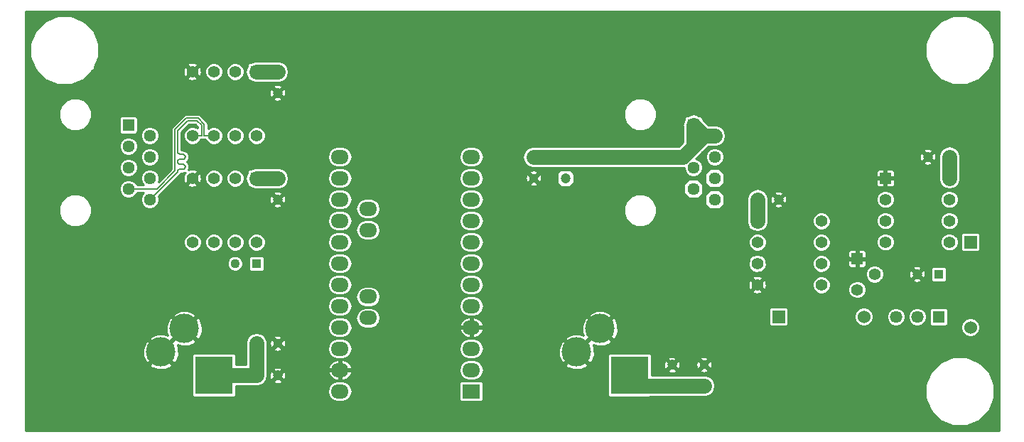
<source format=gtl>
%TF.GenerationSoftware,KiCad,Pcbnew,(5.0.0-rc2-100-g6d77e594b)*%
%TF.CreationDate,2018-06-08T00:04:51-04:00*%
%TF.ProjectId,Logic&Oscillator,4C6F676963264F7363696C6C61746F72,1.0.2*%
%TF.SameCoordinates,Original*%
%TF.FileFunction,Copper,L1,Top,Signal*%
%TF.FilePolarity,Positive*%
%FSLAX46Y46*%
G04 Gerber Fmt 4.6, Leading zero omitted, Abs format (unit mm)*
G04 Created by KiCad (PCBNEW (5.0.0-rc2-100-g6d77e594b)) date 06/08/18 00:04:51*
%MOMM*%
%LPD*%
G01*
G04 APERTURE LIST*
%TA.AperFunction,ComponentPad*%
%ADD10C,1.120000*%
%TD*%
%TA.AperFunction,ComponentPad*%
%ADD11R,1.120000X1.120000*%
%TD*%
%TA.AperFunction,ComponentPad*%
%ADD12C,1.460000*%
%TD*%
%TA.AperFunction,ComponentPad*%
%ADD13R,1.460000X1.460000*%
%TD*%
%TA.AperFunction,ComponentPad*%
%ADD14C,1.410000*%
%TD*%
%TA.AperFunction,ComponentPad*%
%ADD15R,1.410000X1.410000*%
%TD*%
%TA.AperFunction,ComponentPad*%
%ADD16C,1.400000*%
%TD*%
%TA.AperFunction,ComponentPad*%
%ADD17R,1.400000X1.400000*%
%TD*%
%TA.AperFunction,ComponentPad*%
%ADD18C,1.198880*%
%TD*%
%TA.AperFunction,ComponentPad*%
%ADD19R,1.120140X1.120140*%
%TD*%
%TA.AperFunction,ComponentPad*%
%ADD20C,3.500000*%
%TD*%
%TA.AperFunction,ComponentPad*%
%ADD21R,4.500000X4.500000*%
%TD*%
%TA.AperFunction,ComponentPad*%
%ADD22C,1.440000*%
%TD*%
%TA.AperFunction,ComponentPad*%
%ADD23R,1.440000X1.440000*%
%TD*%
%TA.AperFunction,ComponentPad*%
%ADD24R,0.762000X0.762000*%
%TD*%
%TA.AperFunction,ComponentPad*%
%ADD25R,7.940000X7.940000*%
%TD*%
%TA.AperFunction,ComponentPad*%
%ADD26R,1.530000X1.530000*%
%TD*%
%TA.AperFunction,ComponentPad*%
%ADD27C,1.530000*%
%TD*%
%TA.AperFunction,ComponentPad*%
%ADD28R,1.107440X1.107440*%
%TD*%
%TA.AperFunction,ComponentPad*%
%ADD29C,1.107440*%
%TD*%
%TA.AperFunction,ComponentPad*%
%ADD30R,2.120000X1.700000*%
%TD*%
%TA.AperFunction,ComponentPad*%
%ADD31O,2.120000X1.700000*%
%TD*%
%TA.AperFunction,ViaPad*%
%ADD32C,0.685800*%
%TD*%
%TA.AperFunction,Conductor*%
%ADD33C,1.778000*%
%TD*%
%TA.AperFunction,Conductor*%
%ADD34C,0.152400*%
%TD*%
%TA.AperFunction,Conductor*%
%ADD35C,0.254000*%
%TD*%
G04 APERTURE END LIST*
D10*
%TO.P,C3,2*%
%TO.N,GND*%
X106695390Y-116210270D03*
D11*
%TO.P,C3,1*%
%TO.N,+5V*%
X104155390Y-116210270D03*
%TD*%
D10*
%TO.P,C6,2*%
%TO.N,GND*%
X157495390Y-118750270D03*
D11*
%TO.P,C6,1*%
%TO.N,+5V*%
X157495390Y-121290270D03*
%TD*%
D10*
%TO.P,C8,2*%
%TO.N,GND*%
X137175390Y-96525270D03*
D11*
%TO.P,C8,1*%
%TO.N,+5V*%
X137175390Y-93985270D03*
%TD*%
D12*
%TO.P,R2,3*%
%TO.N,/IR_Osc*%
X180355390Y-113035270D03*
%TO.P,R2,2*%
X182895390Y-113035270D03*
D13*
%TO.P,R2,1*%
%TO.N,Net-(R1-Pad2)*%
X185435390Y-113035270D03*
%TD*%
D14*
%TO.P,Q1,3*%
%TO.N,/~IR_Osc*%
X175745140Y-109796770D03*
%TO.P,Q1,2*%
%TO.N,/IR_Osc*%
X177815390Y-107955270D03*
D15*
%TO.P,Q1,1*%
%TO.N,GND*%
X175745140Y-106113770D03*
%TD*%
D16*
%TO.P,U1,8*%
%TO.N,+5V*%
X186705390Y-96520000D03*
%TO.P,U1,7*%
%TO.N,N/C*%
X186705390Y-99060000D03*
%TO.P,U1,6*%
%TO.N,Net-(C2-Pad1)*%
X186705390Y-101600000D03*
%TO.P,U1,5*%
%TO.N,N/C*%
X186705390Y-104140000D03*
%TO.P,U1,4*%
%TO.N,/IR_Enable*%
X179085390Y-104140000D03*
%TO.P,U1,3*%
%TO.N,/IR_Osc*%
X179085390Y-101600000D03*
%TO.P,U1,2*%
%TO.N,Net-(C2-Pad1)*%
X179085390Y-99060000D03*
D17*
%TO.P,U1,1*%
%TO.N,GND*%
X179085390Y-96520000D03*
%TD*%
D16*
%TO.P,U3,8*%
%TO.N,/~IR_Osc+*%
X171465390Y-101605270D03*
%TO.P,U3,7*%
%TO.N,/~IR_Osc-*%
X171465390Y-104145270D03*
%TO.P,U3,6*%
%TO.N,N/C*%
X171465390Y-106685270D03*
%TO.P,U3,5*%
X171465390Y-109225270D03*
%TO.P,U3,4*%
%TO.N,GND*%
X163845390Y-109225270D03*
%TO.P,U3,3*%
X163845390Y-106685270D03*
%TO.P,U3,2*%
%TO.N,/~IR_Osc*%
X163845390Y-104145270D03*
D17*
%TO.P,U3,1*%
%TO.N,+5V*%
X163845390Y-101605270D03*
%TD*%
D16*
%TO.P,U4,8*%
%TO.N,/~SS+*%
X104155390Y-91445270D03*
%TO.P,U4,7*%
%TO.N,/~SS-*%
X101615390Y-91445270D03*
%TO.P,U4,6*%
%TO.N,/SCK+*%
X99075390Y-91445270D03*
%TO.P,U4,5*%
%TO.N,/SCK-*%
X96535390Y-91445270D03*
%TO.P,U4,4*%
%TO.N,GND*%
X96535390Y-83825270D03*
%TO.P,U4,3*%
%TO.N,/SCK*%
X99075390Y-83825270D03*
%TO.P,U4,2*%
%TO.N,/~SS*%
X101615390Y-83825270D03*
D17*
%TO.P,U4,1*%
%TO.N,+5V*%
X104155390Y-83825270D03*
%TD*%
D16*
%TO.P,U5,8*%
%TO.N,/MISO+*%
X104155390Y-104145270D03*
%TO.P,U5,7*%
%TO.N,/MISO-*%
X101615390Y-104145270D03*
%TO.P,U5,6*%
%TO.N,/MOSI+*%
X99075390Y-104145270D03*
%TO.P,U5,5*%
%TO.N,/MOSI-*%
X96535390Y-104145270D03*
%TO.P,U5,4*%
%TO.N,GND*%
X96535390Y-96525270D03*
%TO.P,U5,3*%
%TO.N,/MOSI*%
X99075390Y-96525270D03*
%TO.P,U5,2*%
%TO.N,/MISO*%
X101615390Y-96525270D03*
D17*
%TO.P,U5,1*%
%TO.N,+5V*%
X104155390Y-96525270D03*
%TD*%
D18*
%TO.P,C1,2*%
%TO.N,GND*%
X184165390Y-93985270D03*
D19*
%TO.P,C1,1*%
%TO.N,+5V*%
X186705390Y-93985270D03*
%TD*%
D18*
%TO.P,C2,2*%
%TO.N,GND*%
X182895390Y-107955270D03*
D19*
%TO.P,C2,1*%
%TO.N,Net-(C2-Pad1)*%
X185435390Y-107955270D03*
%TD*%
D18*
%TO.P,C4,2*%
%TO.N,GND*%
X106695390Y-120020270D03*
D19*
%TO.P,C4,1*%
%TO.N,+5V*%
X104155390Y-120020270D03*
%TD*%
D18*
%TO.P,C5,2*%
%TO.N,GND*%
X153685390Y-118750270D03*
D19*
%TO.P,C5,1*%
%TO.N,+5V*%
X153685390Y-121290270D03*
%TD*%
D18*
%TO.P,C7,2*%
%TO.N,GND*%
X140985390Y-96525270D03*
D19*
%TO.P,C7,1*%
%TO.N,+5V*%
X140985390Y-93985270D03*
%TD*%
D18*
%TO.P,C9,2*%
%TO.N,GND*%
X166385390Y-99065270D03*
D19*
%TO.P,C9,1*%
%TO.N,+5V*%
X163845390Y-99065270D03*
%TD*%
D18*
%TO.P,C10,2*%
%TO.N,GND*%
X106695390Y-86365270D03*
D19*
%TO.P,C10,1*%
%TO.N,+5V*%
X106695390Y-83825270D03*
%TD*%
D18*
%TO.P,C11,2*%
%TO.N,GND*%
X106695390Y-99065270D03*
D19*
%TO.P,C11,1*%
%TO.N,+5V*%
X106695390Y-96525270D03*
%TD*%
D20*
%TO.P,J1,3*%
%TO.N,GND*%
X92775390Y-117220270D03*
%TO.P,J1,2*%
X95575390Y-114420270D03*
D21*
%TO.P,J1,1*%
%TO.N,+5V*%
X99075390Y-120020270D03*
%TD*%
D20*
%TO.P,J2,3*%
%TO.N,GND*%
X142305390Y-117220270D03*
%TO.P,J2,2*%
X145105390Y-114420270D03*
D21*
%TO.P,J2,1*%
%TO.N,+5V*%
X148605390Y-120020270D03*
%TD*%
D22*
%TO.P,J3,8*%
%TO.N,GND*%
X158765390Y-99065270D03*
%TO.P,J3,7*%
X156225390Y-97795270D03*
%TO.P,J3,6*%
X158765390Y-96525270D03*
%TO.P,J3,5*%
%TO.N,/~IR_Osc-*%
X156225390Y-95255270D03*
%TO.P,J3,4*%
%TO.N,/~IR_Osc+*%
X158765390Y-93985270D03*
%TO.P,J3,3*%
%TO.N,+5V*%
X156225390Y-92715270D03*
%TO.P,J3,2*%
X158765390Y-91445270D03*
D23*
%TO.P,J3,1*%
X156225390Y-90175270D03*
%TD*%
D22*
%TO.P,J4,8*%
%TO.N,/SCK-*%
X91455390Y-99065270D03*
%TO.P,J4,7*%
%TO.N,/SCK+*%
X88915390Y-97795270D03*
%TO.P,J4,6*%
%TO.N,/MISO-*%
X91455390Y-96525270D03*
%TO.P,J4,5*%
%TO.N,/MOSI-*%
X88915390Y-95255270D03*
%TO.P,J4,4*%
%TO.N,/MOSI+*%
X91455390Y-93985270D03*
%TO.P,J4,3*%
%TO.N,/MISO+*%
X88915390Y-92715270D03*
%TO.P,J4,2*%
%TO.N,/~SS-*%
X91455390Y-91445270D03*
D23*
%TO.P,J4,1*%
%TO.N,/~SS+*%
X88915390Y-90175270D03*
%TD*%
D24*
%TO.P,MH1,0*%
%TO.N,GND*%
X84836000Y-118364000D03*
X84836000Y-121920000D03*
X84836000Y-125476000D03*
X81280000Y-125476000D03*
X77724000Y-125476000D03*
X77724000Y-121920000D03*
X77724000Y-118364000D03*
X81280000Y-118364000D03*
D25*
X81280000Y-121920000D03*
%TD*%
D26*
%TO.P,R1,1*%
%TO.N,Net-(C2-Pad1)*%
X189245390Y-104145270D03*
D27*
%TO.P,R1,2*%
%TO.N,Net-(R1-Pad2)*%
X189245390Y-114305270D03*
%TD*%
D26*
%TO.P,R3,1*%
%TO.N,+5V*%
X166385390Y-113035270D03*
D27*
%TO.P,R3,2*%
%TO.N,/~IR_Osc*%
X176545390Y-113035270D03*
%TD*%
D28*
%TO.P,R4,1*%
%TO.N,/MISO+*%
X104155390Y-106685270D03*
D29*
%TO.P,R4,2*%
%TO.N,/MISO-*%
X101615390Y-106685270D03*
%TD*%
D30*
%TO.P,U2,1*%
%TO.N,N/C*%
X129765390Y-121925270D03*
D31*
%TO.P,U2,2*%
X129765390Y-119385270D03*
%TO.P,U2,3*%
X129765390Y-116845270D03*
%TO.P,U2,4*%
%TO.N,GND*%
X129765390Y-114305270D03*
%TO.P,U2,5*%
%TO.N,N/C*%
X129765390Y-111765270D03*
%TO.P,U2,6*%
X129765390Y-109225270D03*
%TO.P,U2,7*%
X129765390Y-106685270D03*
%TO.P,U2,8*%
X129765390Y-104145270D03*
%TO.P,U2,9*%
X129765390Y-101605270D03*
%TO.P,U2,10*%
X129765390Y-99065270D03*
%TO.P,U2,11*%
X129765390Y-96525270D03*
%TO.P,U2,12*%
%TO.N,/IR_Enable*%
X129765390Y-93985270D03*
%TO.P,U2,13*%
%TO.N,/~SS*%
X114105390Y-93985270D03*
%TO.P,U2,14*%
%TO.N,/MOSI*%
X114105390Y-96525270D03*
%TO.P,U2,15*%
%TO.N,/MISO*%
X114105390Y-99065270D03*
%TO.P,U2,16*%
%TO.N,/SCK*%
X114105390Y-101605270D03*
%TO.P,U2,17*%
%TO.N,N/C*%
X114105390Y-104145270D03*
%TO.P,U2,18*%
X114105390Y-106685270D03*
%TO.P,U2,19*%
X114105390Y-109225270D03*
%TO.P,U2,20*%
X114105390Y-111765270D03*
%TO.P,U2,21*%
%TO.N,+5V*%
X114105390Y-114305270D03*
%TO.P,U2,22*%
%TO.N,N/C*%
X114105390Y-116845270D03*
%TO.P,U2,23*%
%TO.N,GND*%
X114105390Y-119385270D03*
%TO.P,U2,24*%
%TO.N,N/C*%
X114105390Y-121925270D03*
%TO.P,U2,A4*%
X117446390Y-110622270D03*
%TO.P,U2,A5*%
X117446390Y-113162270D03*
%TO.P,U2,A6*%
X117446390Y-100157470D03*
%TO.P,U2,A7*%
X117446390Y-102697470D03*
%TD*%
D32*
%TO.N,GND*%
X161295270Y-106685270D03*
%TD*%
D33*
%TO.N,+5V*%
X186705390Y-93985270D02*
X186705390Y-96520000D01*
X163845390Y-99065270D02*
X163845390Y-101605270D01*
X106695390Y-96525270D02*
X104155390Y-96525270D01*
X106695390Y-83825270D02*
X104155390Y-83825270D01*
X157495390Y-121290270D02*
X153685390Y-121290270D01*
X153685390Y-121290270D02*
X149875390Y-121290270D01*
X149875390Y-121290270D02*
X148605390Y-120020270D01*
X148605390Y-120020270D02*
X148605390Y-120665390D01*
X104155390Y-120020270D02*
X104155390Y-116210270D01*
X99075390Y-120020270D02*
X104155390Y-120020270D01*
X140985390Y-93985270D02*
X137175390Y-93985270D01*
X156225390Y-92715270D02*
X154955390Y-93985270D01*
X154955390Y-93985270D02*
X140985390Y-93985270D01*
X156225390Y-90175270D02*
X156225390Y-92715270D01*
X158765390Y-91445270D02*
X157495390Y-91445270D01*
X157495390Y-91445270D02*
X156225390Y-90175270D01*
X157495390Y-91445270D02*
X156225390Y-92715270D01*
D34*
%TO.N,/SCK+*%
X99075390Y-91445270D02*
X97947670Y-91445270D01*
X97947670Y-91445270D02*
X97942400Y-91440000D01*
X97942400Y-90106874D02*
X97942400Y-91440000D01*
X97218126Y-89382600D02*
X97942400Y-90106874D01*
X95821874Y-89382600D02*
X97218126Y-89382600D01*
X94462600Y-90741874D02*
X95821874Y-89382600D01*
X94462600Y-95627008D02*
X94462600Y-90741874D01*
X88915390Y-97795270D02*
X92294338Y-97795270D01*
X92294338Y-97795270D02*
X94462600Y-95627008D01*
%TO.N,/SCK-*%
X91455390Y-99065270D02*
X94767400Y-95753260D01*
X94832850Y-93540306D02*
X94797109Y-93483425D01*
X95526071Y-94882969D02*
X95462662Y-94860781D01*
X94797109Y-94683425D02*
X94774921Y-94620016D01*
X95688384Y-95220016D02*
X95695906Y-95153260D01*
X94767400Y-95753260D02*
X94774921Y-95686503D01*
X94774921Y-95686503D02*
X94797109Y-95623094D01*
X95067400Y-93653260D02*
X95000643Y-93645738D01*
X94797109Y-93483425D02*
X94774921Y-93420016D01*
X94797109Y-95623094D02*
X94832850Y-95566213D01*
X95526071Y-93682969D02*
X95462662Y-93660781D01*
X94832850Y-94740306D02*
X94797109Y-94683425D01*
X94797109Y-94423094D02*
X94832850Y-94366213D01*
X95462662Y-94245738D02*
X95526071Y-94223550D01*
X94832850Y-95566213D02*
X94880353Y-95518710D01*
X94880353Y-95518710D02*
X94937234Y-95482969D01*
X95526071Y-94223550D02*
X95582952Y-94187809D01*
X95630455Y-95340306D02*
X95666196Y-95283425D01*
X94937234Y-95482969D02*
X95000643Y-95460781D01*
X96582330Y-91445270D02*
X96535390Y-91445270D01*
X94774921Y-94620016D02*
X94767400Y-94553260D01*
X95395906Y-95453260D02*
X95462662Y-95445738D01*
X95000643Y-94260781D02*
X95067400Y-94253260D01*
X95000643Y-95460781D02*
X95067400Y-95453260D01*
X95695906Y-95153260D02*
X95688384Y-95086503D01*
X97632330Y-91445270D02*
X96582330Y-91445270D01*
X94880353Y-94787809D02*
X94832850Y-94740306D01*
X95000643Y-94845738D02*
X94937234Y-94823550D01*
X95526071Y-95423550D02*
X95582952Y-95387809D01*
X95067400Y-95453260D02*
X95395906Y-95453260D01*
X95462662Y-95445738D02*
X95526071Y-95423550D01*
X95582952Y-95387809D02*
X95630455Y-95340306D01*
X95666196Y-95283425D02*
X95688384Y-95220016D01*
X95067400Y-94853260D02*
X95000643Y-94845738D01*
X94832850Y-94366213D02*
X94880353Y-94318710D01*
X95688384Y-94020016D02*
X95695906Y-93953260D01*
X95688384Y-95086503D02*
X95666196Y-95023094D01*
X95666196Y-95023094D02*
X95630455Y-94966213D01*
X95630455Y-94140306D02*
X95666196Y-94083425D01*
X95395906Y-94853260D02*
X95067400Y-94853260D01*
X94880353Y-93587809D02*
X94832850Y-93540306D01*
X95582952Y-93718710D02*
X95526071Y-93682969D01*
X95630455Y-94966213D02*
X95582952Y-94918710D01*
X97091874Y-89687400D02*
X97637600Y-90233126D01*
X94767400Y-94553260D02*
X94774921Y-94486503D01*
X95462662Y-93660781D02*
X95395906Y-93653260D01*
X95582952Y-94918710D02*
X95526071Y-94882969D01*
X95462662Y-94860781D02*
X95395906Y-94853260D01*
X95666196Y-93823094D02*
X95630455Y-93766213D01*
X94937234Y-94823550D02*
X94880353Y-94787809D01*
X94774921Y-94486503D02*
X94797109Y-94423094D01*
X94880353Y-94318710D02*
X94937234Y-94282969D01*
X94937234Y-94282969D02*
X95000643Y-94260781D01*
X94767400Y-90868126D02*
X95948126Y-89687400D01*
X95067400Y-94253260D02*
X95395906Y-94253260D01*
X95688384Y-93886503D02*
X95666196Y-93823094D01*
X95395906Y-94253260D02*
X95462662Y-94245738D01*
X95582952Y-94187809D02*
X95630455Y-94140306D01*
X95666196Y-94083425D02*
X95688384Y-94020016D01*
X95695906Y-93953260D02*
X95688384Y-93886503D01*
X94767400Y-93353260D02*
X94767400Y-90868126D01*
X95630455Y-93766213D02*
X95582952Y-93718710D01*
X95395906Y-93653260D02*
X95067400Y-93653260D01*
X95000643Y-93645738D02*
X94937234Y-93623550D01*
X95948126Y-89687400D02*
X97091874Y-89687400D01*
X94937234Y-93623550D02*
X94880353Y-93587809D01*
X94774921Y-93420016D02*
X94767400Y-93353260D01*
X97637600Y-90233126D02*
X97637600Y-91440000D01*
X97637600Y-91440000D02*
X97632330Y-91445270D01*
%TD*%
D35*
%TO.N,GND*%
G36*
X192624390Y-126574270D02*
X76646390Y-126574270D01*
X76646390Y-118776339D01*
X91398926Y-118776339D01*
X91603209Y-119049704D01*
X92392530Y-119359021D01*
X93240138Y-119342732D01*
X93947571Y-119049704D01*
X94151854Y-118776339D01*
X92775390Y-117399875D01*
X91398926Y-118776339D01*
X76646390Y-118776339D01*
X76646390Y-116837410D01*
X90636639Y-116837410D01*
X90652928Y-117685018D01*
X90945956Y-118392451D01*
X91219321Y-118596734D01*
X92595785Y-117220270D01*
X92954995Y-117220270D01*
X94331459Y-118596734D01*
X94604824Y-118392451D01*
X94848642Y-117770270D01*
X96436926Y-117770270D01*
X96436926Y-122270270D01*
X96466496Y-122418929D01*
X96550704Y-122544956D01*
X96676731Y-122629164D01*
X96825390Y-122658734D01*
X101325390Y-122658734D01*
X101474049Y-122629164D01*
X101600076Y-122544956D01*
X101684284Y-122418929D01*
X101713854Y-122270270D01*
X101713854Y-121925270D01*
X112640274Y-121925270D01*
X112735814Y-122405582D01*
X113007889Y-122812771D01*
X113415078Y-123084846D01*
X113774151Y-123156270D01*
X114436629Y-123156270D01*
X114795702Y-123084846D01*
X115202891Y-122812771D01*
X115474966Y-122405582D01*
X115570506Y-121925270D01*
X115474966Y-121444958D01*
X115227949Y-121075270D01*
X128316926Y-121075270D01*
X128316926Y-122775270D01*
X128346496Y-122923929D01*
X128430704Y-123049956D01*
X128556731Y-123134164D01*
X128705390Y-123163734D01*
X130825390Y-123163734D01*
X130974049Y-123134164D01*
X131100076Y-123049956D01*
X131184284Y-122923929D01*
X131213854Y-122775270D01*
X131213854Y-121075270D01*
X131184284Y-120926611D01*
X131100076Y-120800584D01*
X130974049Y-120716376D01*
X130825390Y-120686806D01*
X128705390Y-120686806D01*
X128556731Y-120716376D01*
X128430704Y-120800584D01*
X128346496Y-120926611D01*
X128316926Y-121075270D01*
X115227949Y-121075270D01*
X115202891Y-121037769D01*
X114795702Y-120765694D01*
X114436629Y-120694270D01*
X113774151Y-120694270D01*
X113415078Y-120765694D01*
X113007889Y-121037769D01*
X112735814Y-121444958D01*
X112640274Y-121925270D01*
X101713854Y-121925270D01*
X101713854Y-121290270D01*
X104030310Y-121290270D01*
X104155390Y-121315150D01*
X104280470Y-121290270D01*
X104650919Y-121216583D01*
X105071008Y-120935888D01*
X105199730Y-120743242D01*
X106152023Y-120743242D01*
X106215318Y-120897098D01*
X106587409Y-121014069D01*
X106975939Y-120979743D01*
X107175462Y-120897098D01*
X107238757Y-120743242D01*
X106695390Y-120199875D01*
X106152023Y-120743242D01*
X105199730Y-120743242D01*
X105351703Y-120515799D01*
X105450270Y-120020270D01*
X105428792Y-119912289D01*
X105701591Y-119912289D01*
X105735917Y-120300819D01*
X105818562Y-120500342D01*
X105972418Y-120563637D01*
X106515785Y-120020270D01*
X106874995Y-120020270D01*
X107418362Y-120563637D01*
X107572218Y-120500342D01*
X107689189Y-120128251D01*
X107654863Y-119739721D01*
X107639343Y-119702250D01*
X112705901Y-119702250D01*
X112713630Y-119754344D01*
X112944825Y-120178490D01*
X113320734Y-120481875D01*
X113784130Y-120618312D01*
X113978390Y-120525286D01*
X113978390Y-119512270D01*
X114232390Y-119512270D01*
X114232390Y-120525286D01*
X114426650Y-120618312D01*
X114890046Y-120481875D01*
X115265955Y-120178490D01*
X115497150Y-119754344D01*
X115504879Y-119702250D01*
X115444017Y-119512270D01*
X114232390Y-119512270D01*
X113978390Y-119512270D01*
X112766763Y-119512270D01*
X112705901Y-119702250D01*
X107639343Y-119702250D01*
X107572218Y-119540198D01*
X107418362Y-119476903D01*
X106874995Y-120020270D01*
X106515785Y-120020270D01*
X105972418Y-119476903D01*
X105818562Y-119540198D01*
X105701591Y-119912289D01*
X105428792Y-119912289D01*
X105425390Y-119895190D01*
X105425390Y-119297298D01*
X106152023Y-119297298D01*
X106695390Y-119840665D01*
X107150785Y-119385270D01*
X128300274Y-119385270D01*
X128395814Y-119865582D01*
X128667889Y-120272771D01*
X129075078Y-120544846D01*
X129434151Y-120616270D01*
X130096629Y-120616270D01*
X130455702Y-120544846D01*
X130862891Y-120272771D01*
X131134966Y-119865582D01*
X131230506Y-119385270D01*
X131134966Y-118904958D01*
X131049026Y-118776339D01*
X140928926Y-118776339D01*
X141133209Y-119049704D01*
X141922530Y-119359021D01*
X142770138Y-119342732D01*
X143477571Y-119049704D01*
X143681854Y-118776339D01*
X142305390Y-117399875D01*
X140928926Y-118776339D01*
X131049026Y-118776339D01*
X130862891Y-118497769D01*
X130455702Y-118225694D01*
X130096629Y-118154270D01*
X129434151Y-118154270D01*
X129075078Y-118225694D01*
X128667889Y-118497769D01*
X128395814Y-118904958D01*
X128300274Y-119385270D01*
X107150785Y-119385270D01*
X107238757Y-119297298D01*
X107175462Y-119143442D01*
X106936400Y-119068290D01*
X112705901Y-119068290D01*
X112766763Y-119258270D01*
X113978390Y-119258270D01*
X113978390Y-118245254D01*
X114232390Y-118245254D01*
X114232390Y-119258270D01*
X115444017Y-119258270D01*
X115504879Y-119068290D01*
X115497150Y-119016196D01*
X115265955Y-118592050D01*
X114890046Y-118288665D01*
X114426650Y-118152228D01*
X114232390Y-118245254D01*
X113978390Y-118245254D01*
X113784130Y-118152228D01*
X113320734Y-118288665D01*
X112944825Y-118592050D01*
X112713630Y-119016196D01*
X112705901Y-119068290D01*
X106936400Y-119068290D01*
X106803371Y-119026471D01*
X106414841Y-119060797D01*
X106215318Y-119143442D01*
X106152023Y-119297298D01*
X105425390Y-119297298D01*
X105425390Y-116904509D01*
X106180756Y-116904509D01*
X106239156Y-117054288D01*
X106596876Y-117164634D01*
X106969594Y-117129686D01*
X107151624Y-117054288D01*
X107210024Y-116904509D01*
X107150785Y-116845270D01*
X112640274Y-116845270D01*
X112735814Y-117325582D01*
X113007889Y-117732771D01*
X113415078Y-118004846D01*
X113774151Y-118076270D01*
X114436629Y-118076270D01*
X114795702Y-118004846D01*
X115202891Y-117732771D01*
X115474966Y-117325582D01*
X115570506Y-116845270D01*
X128300274Y-116845270D01*
X128395814Y-117325582D01*
X128667889Y-117732771D01*
X129075078Y-118004846D01*
X129434151Y-118076270D01*
X130096629Y-118076270D01*
X130455702Y-118004846D01*
X130862891Y-117732771D01*
X131134966Y-117325582D01*
X131230506Y-116845270D01*
X131228943Y-116837410D01*
X140166639Y-116837410D01*
X140182928Y-117685018D01*
X140475956Y-118392451D01*
X140749321Y-118596734D01*
X142125785Y-117220270D01*
X142484995Y-117220270D01*
X143861459Y-118596734D01*
X144134824Y-118392451D01*
X144378642Y-117770270D01*
X145966926Y-117770270D01*
X145966926Y-122270270D01*
X145996496Y-122418929D01*
X146080704Y-122544956D01*
X146206731Y-122629164D01*
X146355390Y-122658734D01*
X150855390Y-122658734D01*
X151004049Y-122629164D01*
X151107157Y-122560270D01*
X157620470Y-122560270D01*
X157990919Y-122486583D01*
X158411008Y-122205888D01*
X158691703Y-121785799D01*
X158790270Y-121290270D01*
X158753429Y-121105056D01*
X183863000Y-121105056D01*
X183863000Y-122734944D01*
X184486731Y-124240764D01*
X185639236Y-125393269D01*
X187145056Y-126017000D01*
X188774944Y-126017000D01*
X190280764Y-125393269D01*
X191433269Y-124240764D01*
X192057000Y-122734944D01*
X192057000Y-121105056D01*
X191433269Y-119599236D01*
X190280764Y-118446731D01*
X188774944Y-117823000D01*
X187145056Y-117823000D01*
X185639236Y-118446731D01*
X184486731Y-119599236D01*
X183863000Y-121105056D01*
X158753429Y-121105056D01*
X158691703Y-120794741D01*
X158411008Y-120374652D01*
X157990919Y-120093957D01*
X157620470Y-120020270D01*
X151243854Y-120020270D01*
X151243854Y-119473242D01*
X153142023Y-119473242D01*
X153205318Y-119627098D01*
X153577409Y-119744069D01*
X153965939Y-119709743D01*
X154165462Y-119627098D01*
X154228757Y-119473242D01*
X154200024Y-119444509D01*
X156980756Y-119444509D01*
X157039156Y-119594288D01*
X157396876Y-119704634D01*
X157769594Y-119669686D01*
X157951624Y-119594288D01*
X158010024Y-119444509D01*
X157495390Y-118929875D01*
X156980756Y-119444509D01*
X154200024Y-119444509D01*
X153685390Y-118929875D01*
X153142023Y-119473242D01*
X151243854Y-119473242D01*
X151243854Y-118642289D01*
X152691591Y-118642289D01*
X152725917Y-119030819D01*
X152808562Y-119230342D01*
X152962418Y-119293637D01*
X153505785Y-118750270D01*
X153864995Y-118750270D01*
X154408362Y-119293637D01*
X154562218Y-119230342D01*
X154679189Y-118858251D01*
X154660946Y-118651756D01*
X156541026Y-118651756D01*
X156575974Y-119024474D01*
X156651372Y-119206504D01*
X156801151Y-119264904D01*
X157315785Y-118750270D01*
X157674995Y-118750270D01*
X158189629Y-119264904D01*
X158339408Y-119206504D01*
X158449754Y-118848784D01*
X158414806Y-118476066D01*
X158339408Y-118294036D01*
X158189629Y-118235636D01*
X157674995Y-118750270D01*
X157315785Y-118750270D01*
X156801151Y-118235636D01*
X156651372Y-118294036D01*
X156541026Y-118651756D01*
X154660946Y-118651756D01*
X154644863Y-118469721D01*
X154562218Y-118270198D01*
X154408362Y-118206903D01*
X153864995Y-118750270D01*
X153505785Y-118750270D01*
X152962418Y-118206903D01*
X152808562Y-118270198D01*
X152691591Y-118642289D01*
X151243854Y-118642289D01*
X151243854Y-118027298D01*
X153142023Y-118027298D01*
X153685390Y-118570665D01*
X154200024Y-118056031D01*
X156980756Y-118056031D01*
X157495390Y-118570665D01*
X158010024Y-118056031D01*
X157951624Y-117906252D01*
X157593904Y-117795906D01*
X157221186Y-117830854D01*
X157039156Y-117906252D01*
X156980756Y-118056031D01*
X154200024Y-118056031D01*
X154228757Y-118027298D01*
X154165462Y-117873442D01*
X153793371Y-117756471D01*
X153404841Y-117790797D01*
X153205318Y-117873442D01*
X153142023Y-118027298D01*
X151243854Y-118027298D01*
X151243854Y-117770270D01*
X151214284Y-117621611D01*
X151130076Y-117495584D01*
X151004049Y-117411376D01*
X150855390Y-117381806D01*
X146355390Y-117381806D01*
X146206731Y-117411376D01*
X146080704Y-117495584D01*
X145996496Y-117621611D01*
X145966926Y-117770270D01*
X144378642Y-117770270D01*
X144444141Y-117603130D01*
X144427852Y-116755522D01*
X144273586Y-116383090D01*
X144722530Y-116559021D01*
X145570138Y-116542732D01*
X146277571Y-116249704D01*
X146481854Y-115976339D01*
X145105390Y-114599875D01*
X142484995Y-117220270D01*
X142125785Y-117220270D01*
X140749321Y-115843806D01*
X140475956Y-116048089D01*
X140166639Y-116837410D01*
X131228943Y-116837410D01*
X131134966Y-116364958D01*
X130862891Y-115957769D01*
X130455702Y-115685694D01*
X130347650Y-115664201D01*
X140928926Y-115664201D01*
X142305390Y-117040665D01*
X144925785Y-114420270D01*
X145284995Y-114420270D01*
X146661459Y-115796734D01*
X146934824Y-115592451D01*
X147244141Y-114803130D01*
X147227852Y-113955522D01*
X146934824Y-113248089D01*
X146661459Y-113043806D01*
X145284995Y-114420270D01*
X144925785Y-114420270D01*
X143549321Y-113043806D01*
X143275956Y-113248089D01*
X142966639Y-114037410D01*
X142982928Y-114885018D01*
X143137194Y-115257450D01*
X142688250Y-115081519D01*
X141840642Y-115097808D01*
X141133209Y-115390836D01*
X140928926Y-115664201D01*
X130347650Y-115664201D01*
X130096629Y-115614270D01*
X129434151Y-115614270D01*
X129075078Y-115685694D01*
X128667889Y-115957769D01*
X128395814Y-116364958D01*
X128300274Y-116845270D01*
X115570506Y-116845270D01*
X115474966Y-116364958D01*
X115202891Y-115957769D01*
X114795702Y-115685694D01*
X114436629Y-115614270D01*
X113774151Y-115614270D01*
X113415078Y-115685694D01*
X113007889Y-115957769D01*
X112735814Y-116364958D01*
X112640274Y-116845270D01*
X107150785Y-116845270D01*
X106695390Y-116389875D01*
X106180756Y-116904509D01*
X105425390Y-116904509D01*
X105425390Y-116111756D01*
X105741026Y-116111756D01*
X105775974Y-116484474D01*
X105851372Y-116666504D01*
X106001151Y-116724904D01*
X106515785Y-116210270D01*
X106874995Y-116210270D01*
X107389629Y-116724904D01*
X107539408Y-116666504D01*
X107649754Y-116308784D01*
X107614806Y-115936066D01*
X107539408Y-115754036D01*
X107389629Y-115695636D01*
X106874995Y-116210270D01*
X106515785Y-116210270D01*
X106001151Y-115695636D01*
X105851372Y-115754036D01*
X105741026Y-116111756D01*
X105425390Y-116111756D01*
X105425390Y-116085190D01*
X105351703Y-115714741D01*
X105218929Y-115516031D01*
X106180756Y-115516031D01*
X106695390Y-116030665D01*
X107210024Y-115516031D01*
X107151624Y-115366252D01*
X106793904Y-115255906D01*
X106421186Y-115290854D01*
X106239156Y-115366252D01*
X106180756Y-115516031D01*
X105218929Y-115516031D01*
X105071008Y-115294652D01*
X104650919Y-115013957D01*
X104155390Y-114915390D01*
X103659862Y-115013957D01*
X103239773Y-115294652D01*
X102959078Y-115714741D01*
X102885391Y-116085190D01*
X102885390Y-118750270D01*
X101713854Y-118750270D01*
X101713854Y-117770270D01*
X101684284Y-117621611D01*
X101600076Y-117495584D01*
X101474049Y-117411376D01*
X101325390Y-117381806D01*
X96825390Y-117381806D01*
X96676731Y-117411376D01*
X96550704Y-117495584D01*
X96466496Y-117621611D01*
X96436926Y-117770270D01*
X94848642Y-117770270D01*
X94914141Y-117603130D01*
X94897852Y-116755522D01*
X94743586Y-116383090D01*
X95192530Y-116559021D01*
X96040138Y-116542732D01*
X96747571Y-116249704D01*
X96951854Y-115976339D01*
X95575390Y-114599875D01*
X92954995Y-117220270D01*
X92595785Y-117220270D01*
X91219321Y-115843806D01*
X90945956Y-116048089D01*
X90636639Y-116837410D01*
X76646390Y-116837410D01*
X76646390Y-115664201D01*
X91398926Y-115664201D01*
X92775390Y-117040665D01*
X95395785Y-114420270D01*
X95754995Y-114420270D01*
X97131459Y-115796734D01*
X97404824Y-115592451D01*
X97714141Y-114803130D01*
X97704574Y-114305270D01*
X112640274Y-114305270D01*
X112735814Y-114785582D01*
X113007889Y-115192771D01*
X113415078Y-115464846D01*
X113774151Y-115536270D01*
X114436629Y-115536270D01*
X114795702Y-115464846D01*
X115202891Y-115192771D01*
X115474966Y-114785582D01*
X115507454Y-114622250D01*
X128365901Y-114622250D01*
X128373630Y-114674344D01*
X128604825Y-115098490D01*
X128980734Y-115401875D01*
X129444130Y-115538312D01*
X129638390Y-115445286D01*
X129638390Y-114432270D01*
X129892390Y-114432270D01*
X129892390Y-115445286D01*
X130086650Y-115538312D01*
X130550046Y-115401875D01*
X130925955Y-115098490D01*
X131157150Y-114674344D01*
X131164879Y-114622250D01*
X131104017Y-114432270D01*
X129892390Y-114432270D01*
X129638390Y-114432270D01*
X128426763Y-114432270D01*
X128365901Y-114622250D01*
X115507454Y-114622250D01*
X115570506Y-114305270D01*
X115474966Y-113824958D01*
X115202891Y-113417769D01*
X114820510Y-113162270D01*
X115981274Y-113162270D01*
X116076814Y-113642582D01*
X116348889Y-114049771D01*
X116756078Y-114321846D01*
X117115151Y-114393270D01*
X117777629Y-114393270D01*
X118136702Y-114321846D01*
X118543891Y-114049771D01*
X118584971Y-113988290D01*
X128365901Y-113988290D01*
X128426763Y-114178270D01*
X129638390Y-114178270D01*
X129638390Y-113165254D01*
X129892390Y-113165254D01*
X129892390Y-114178270D01*
X131104017Y-114178270D01*
X131164879Y-113988290D01*
X131157150Y-113936196D01*
X130925955Y-113512050D01*
X130550046Y-113208665D01*
X130086650Y-113072228D01*
X129892390Y-113165254D01*
X129638390Y-113165254D01*
X129444130Y-113072228D01*
X128980734Y-113208665D01*
X128604825Y-113512050D01*
X128373630Y-113936196D01*
X128365901Y-113988290D01*
X118584971Y-113988290D01*
X118815966Y-113642582D01*
X118911506Y-113162270D01*
X118815966Y-112681958D01*
X118543891Y-112274769D01*
X118136702Y-112002694D01*
X117777629Y-111931270D01*
X117115151Y-111931270D01*
X116756078Y-112002694D01*
X116348889Y-112274769D01*
X116076814Y-112681958D01*
X115981274Y-113162270D01*
X114820510Y-113162270D01*
X114795702Y-113145694D01*
X114436629Y-113074270D01*
X113774151Y-113074270D01*
X113415078Y-113145694D01*
X113007889Y-113417769D01*
X112735814Y-113824958D01*
X112640274Y-114305270D01*
X97704574Y-114305270D01*
X97697852Y-113955522D01*
X97404824Y-113248089D01*
X97131459Y-113043806D01*
X95754995Y-114420270D01*
X95395785Y-114420270D01*
X94019321Y-113043806D01*
X93745956Y-113248089D01*
X93436639Y-114037410D01*
X93452928Y-114885018D01*
X93607194Y-115257450D01*
X93158250Y-115081519D01*
X92310642Y-115097808D01*
X91603209Y-115390836D01*
X91398926Y-115664201D01*
X76646390Y-115664201D01*
X76646390Y-112864201D01*
X94198926Y-112864201D01*
X95575390Y-114240665D01*
X96951854Y-112864201D01*
X96747571Y-112590836D01*
X95958250Y-112281519D01*
X95110642Y-112297808D01*
X94403209Y-112590836D01*
X94198926Y-112864201D01*
X76646390Y-112864201D01*
X76646390Y-111765270D01*
X112640274Y-111765270D01*
X112735814Y-112245582D01*
X113007889Y-112652771D01*
X113415078Y-112924846D01*
X113774151Y-112996270D01*
X114436629Y-112996270D01*
X114795702Y-112924846D01*
X115202891Y-112652771D01*
X115474966Y-112245582D01*
X115570506Y-111765270D01*
X115474966Y-111284958D01*
X115202891Y-110877769D01*
X114820510Y-110622270D01*
X115981274Y-110622270D01*
X116076814Y-111102582D01*
X116348889Y-111509771D01*
X116756078Y-111781846D01*
X117115151Y-111853270D01*
X117777629Y-111853270D01*
X118136702Y-111781846D01*
X118161509Y-111765270D01*
X128300274Y-111765270D01*
X128395814Y-112245582D01*
X128667889Y-112652771D01*
X129075078Y-112924846D01*
X129434151Y-112996270D01*
X130096629Y-112996270D01*
X130455702Y-112924846D01*
X130546463Y-112864201D01*
X143728926Y-112864201D01*
X145105390Y-114240665D01*
X146481854Y-112864201D01*
X146277571Y-112590836D01*
X145488250Y-112281519D01*
X144640642Y-112297808D01*
X143933209Y-112590836D01*
X143728926Y-112864201D01*
X130546463Y-112864201D01*
X130862891Y-112652771D01*
X131118470Y-112270270D01*
X165231926Y-112270270D01*
X165231926Y-113800270D01*
X165261496Y-113948929D01*
X165345704Y-114074956D01*
X165471731Y-114159164D01*
X165620390Y-114188734D01*
X167150390Y-114188734D01*
X167299049Y-114159164D01*
X167425076Y-114074956D01*
X167509284Y-113948929D01*
X167538854Y-113800270D01*
X167538854Y-112807317D01*
X175399390Y-112807317D01*
X175399390Y-113263223D01*
X175573859Y-113684427D01*
X175896233Y-114006801D01*
X176317437Y-114181270D01*
X176773343Y-114181270D01*
X177194547Y-114006801D01*
X177516921Y-113684427D01*
X177691390Y-113263223D01*
X177691390Y-112814278D01*
X179244390Y-112814278D01*
X179244390Y-113256262D01*
X179413529Y-113664601D01*
X179726059Y-113977131D01*
X180134398Y-114146270D01*
X180576382Y-114146270D01*
X180984721Y-113977131D01*
X181297251Y-113664601D01*
X181466390Y-113256262D01*
X181466390Y-112814278D01*
X181784390Y-112814278D01*
X181784390Y-113256262D01*
X181953529Y-113664601D01*
X182266059Y-113977131D01*
X182674398Y-114146270D01*
X183116382Y-114146270D01*
X183524721Y-113977131D01*
X183837251Y-113664601D01*
X184006390Y-113256262D01*
X184006390Y-112814278D01*
X183837251Y-112405939D01*
X183736582Y-112305270D01*
X184316926Y-112305270D01*
X184316926Y-113765270D01*
X184346496Y-113913929D01*
X184430704Y-114039956D01*
X184556731Y-114124164D01*
X184705390Y-114153734D01*
X186165390Y-114153734D01*
X186314049Y-114124164D01*
X186384160Y-114077317D01*
X188099390Y-114077317D01*
X188099390Y-114533223D01*
X188273859Y-114954427D01*
X188596233Y-115276801D01*
X189017437Y-115451270D01*
X189473343Y-115451270D01*
X189894547Y-115276801D01*
X190216921Y-114954427D01*
X190391390Y-114533223D01*
X190391390Y-114077317D01*
X190216921Y-113656113D01*
X189894547Y-113333739D01*
X189473343Y-113159270D01*
X189017437Y-113159270D01*
X188596233Y-113333739D01*
X188273859Y-113656113D01*
X188099390Y-114077317D01*
X186384160Y-114077317D01*
X186440076Y-114039956D01*
X186524284Y-113913929D01*
X186553854Y-113765270D01*
X186553854Y-112305270D01*
X186524284Y-112156611D01*
X186440076Y-112030584D01*
X186314049Y-111946376D01*
X186165390Y-111916806D01*
X184705390Y-111916806D01*
X184556731Y-111946376D01*
X184430704Y-112030584D01*
X184346496Y-112156611D01*
X184316926Y-112305270D01*
X183736582Y-112305270D01*
X183524721Y-112093409D01*
X183116382Y-111924270D01*
X182674398Y-111924270D01*
X182266059Y-112093409D01*
X181953529Y-112405939D01*
X181784390Y-112814278D01*
X181466390Y-112814278D01*
X181297251Y-112405939D01*
X180984721Y-112093409D01*
X180576382Y-111924270D01*
X180134398Y-111924270D01*
X179726059Y-112093409D01*
X179413529Y-112405939D01*
X179244390Y-112814278D01*
X177691390Y-112814278D01*
X177691390Y-112807317D01*
X177516921Y-112386113D01*
X177194547Y-112063739D01*
X176773343Y-111889270D01*
X176317437Y-111889270D01*
X175896233Y-112063739D01*
X175573859Y-112386113D01*
X175399390Y-112807317D01*
X167538854Y-112807317D01*
X167538854Y-112270270D01*
X167509284Y-112121611D01*
X167425076Y-111995584D01*
X167299049Y-111911376D01*
X167150390Y-111881806D01*
X165620390Y-111881806D01*
X165471731Y-111911376D01*
X165345704Y-111995584D01*
X165261496Y-112121611D01*
X165231926Y-112270270D01*
X131118470Y-112270270D01*
X131134966Y-112245582D01*
X131230506Y-111765270D01*
X131134966Y-111284958D01*
X130862891Y-110877769D01*
X130455702Y-110605694D01*
X130096629Y-110534270D01*
X129434151Y-110534270D01*
X129075078Y-110605694D01*
X128667889Y-110877769D01*
X128395814Y-111284958D01*
X128300274Y-111765270D01*
X118161509Y-111765270D01*
X118543891Y-111509771D01*
X118815966Y-111102582D01*
X118911506Y-110622270D01*
X118815966Y-110141958D01*
X118543891Y-109734769D01*
X118136702Y-109462694D01*
X117777629Y-109391270D01*
X117115151Y-109391270D01*
X116756078Y-109462694D01*
X116348889Y-109734769D01*
X116076814Y-110141958D01*
X115981274Y-110622270D01*
X114820510Y-110622270D01*
X114795702Y-110605694D01*
X114436629Y-110534270D01*
X113774151Y-110534270D01*
X113415078Y-110605694D01*
X113007889Y-110877769D01*
X112735814Y-111284958D01*
X112640274Y-111765270D01*
X76646390Y-111765270D01*
X76646390Y-109225270D01*
X112640274Y-109225270D01*
X112735814Y-109705582D01*
X113007889Y-110112771D01*
X113415078Y-110384846D01*
X113774151Y-110456270D01*
X114436629Y-110456270D01*
X114795702Y-110384846D01*
X115202891Y-110112771D01*
X115474966Y-109705582D01*
X115570506Y-109225270D01*
X128300274Y-109225270D01*
X128395814Y-109705582D01*
X128667889Y-110112771D01*
X129075078Y-110384846D01*
X129434151Y-110456270D01*
X130096629Y-110456270D01*
X130455702Y-110384846D01*
X130862891Y-110112771D01*
X130923948Y-110021392D01*
X163228873Y-110021392D01*
X163304606Y-110185661D01*
X163713297Y-110319505D01*
X164142097Y-110286761D01*
X164386174Y-110185661D01*
X164461907Y-110021392D01*
X163845390Y-109404875D01*
X163228873Y-110021392D01*
X130923948Y-110021392D01*
X131134966Y-109705582D01*
X131230506Y-109225270D01*
X131204232Y-109093177D01*
X162751155Y-109093177D01*
X162783899Y-109521977D01*
X162884999Y-109766054D01*
X163049268Y-109841787D01*
X163665785Y-109225270D01*
X164024995Y-109225270D01*
X164641512Y-109841787D01*
X164805781Y-109766054D01*
X164939625Y-109357363D01*
X164913119Y-109010246D01*
X170384390Y-109010246D01*
X170384390Y-109440294D01*
X170548962Y-109837607D01*
X170853053Y-110141698D01*
X171250366Y-110306270D01*
X171680414Y-110306270D01*
X172077727Y-110141698D01*
X172381818Y-109837607D01*
X172488210Y-109580751D01*
X174659140Y-109580751D01*
X174659140Y-110012789D01*
X174824474Y-110411940D01*
X175129970Y-110717436D01*
X175529121Y-110882770D01*
X175961159Y-110882770D01*
X176360310Y-110717436D01*
X176665806Y-110411940D01*
X176831140Y-110012789D01*
X176831140Y-109580751D01*
X176665806Y-109181600D01*
X176360310Y-108876104D01*
X175961159Y-108710770D01*
X175529121Y-108710770D01*
X175129970Y-108876104D01*
X174824474Y-109181600D01*
X174659140Y-109580751D01*
X172488210Y-109580751D01*
X172546390Y-109440294D01*
X172546390Y-109010246D01*
X172381818Y-108612933D01*
X172077727Y-108308842D01*
X171680414Y-108144270D01*
X171250366Y-108144270D01*
X170853053Y-108308842D01*
X170548962Y-108612933D01*
X170384390Y-109010246D01*
X164913119Y-109010246D01*
X164906881Y-108928563D01*
X164805781Y-108684486D01*
X164641512Y-108608753D01*
X164024995Y-109225270D01*
X163665785Y-109225270D01*
X163049268Y-108608753D01*
X162884999Y-108684486D01*
X162751155Y-109093177D01*
X131204232Y-109093177D01*
X131134966Y-108744958D01*
X130923949Y-108429148D01*
X163228873Y-108429148D01*
X163845390Y-109045665D01*
X164461907Y-108429148D01*
X164386174Y-108264879D01*
X163977483Y-108131035D01*
X163548683Y-108163779D01*
X163304606Y-108264879D01*
X163228873Y-108429148D01*
X130923949Y-108429148D01*
X130862891Y-108337769D01*
X130455702Y-108065694D01*
X130096629Y-107994270D01*
X129434151Y-107994270D01*
X129075078Y-108065694D01*
X128667889Y-108337769D01*
X128395814Y-108744958D01*
X128300274Y-109225270D01*
X115570506Y-109225270D01*
X115474966Y-108744958D01*
X115202891Y-108337769D01*
X114795702Y-108065694D01*
X114436629Y-107994270D01*
X113774151Y-107994270D01*
X113415078Y-108065694D01*
X113007889Y-108337769D01*
X112735814Y-108744958D01*
X112640274Y-109225270D01*
X76646390Y-109225270D01*
X76646390Y-106499343D01*
X100680670Y-106499343D01*
X100680670Y-106871197D01*
X100822973Y-107214746D01*
X101085914Y-107477687D01*
X101429463Y-107619990D01*
X101801317Y-107619990D01*
X102144866Y-107477687D01*
X102407807Y-107214746D01*
X102550110Y-106871197D01*
X102550110Y-106499343D01*
X102407807Y-106155794D01*
X102383563Y-106131550D01*
X103213206Y-106131550D01*
X103213206Y-107238990D01*
X103242776Y-107387649D01*
X103326984Y-107513676D01*
X103453011Y-107597884D01*
X103601670Y-107627454D01*
X104709110Y-107627454D01*
X104857769Y-107597884D01*
X104983796Y-107513676D01*
X105068004Y-107387649D01*
X105097574Y-107238990D01*
X105097574Y-106685270D01*
X112640274Y-106685270D01*
X112735814Y-107165582D01*
X113007889Y-107572771D01*
X113415078Y-107844846D01*
X113774151Y-107916270D01*
X114436629Y-107916270D01*
X114795702Y-107844846D01*
X115202891Y-107572771D01*
X115474966Y-107165582D01*
X115570506Y-106685270D01*
X128300274Y-106685270D01*
X128395814Y-107165582D01*
X128667889Y-107572771D01*
X129075078Y-107844846D01*
X129434151Y-107916270D01*
X130096629Y-107916270D01*
X130455702Y-107844846D01*
X130862891Y-107572771D01*
X131134966Y-107165582D01*
X131230506Y-106685270D01*
X131204232Y-106553177D01*
X162751155Y-106553177D01*
X162783899Y-106981977D01*
X162814000Y-107054647D01*
X162814000Y-107188000D01*
X162823667Y-107236601D01*
X162851197Y-107277803D01*
X163232197Y-107658803D01*
X163273399Y-107686333D01*
X163322000Y-107696000D01*
X163458316Y-107696000D01*
X163713297Y-107779505D01*
X164142097Y-107746761D01*
X164264645Y-107696000D01*
X164338000Y-107696000D01*
X164386601Y-107686333D01*
X164427803Y-107658803D01*
X164808803Y-107277803D01*
X164836333Y-107236601D01*
X164846000Y-107188000D01*
X164846000Y-107103246D01*
X164939625Y-106817363D01*
X164913119Y-106470246D01*
X170384390Y-106470246D01*
X170384390Y-106900294D01*
X170548962Y-107297607D01*
X170853053Y-107601698D01*
X171250366Y-107766270D01*
X171680414Y-107766270D01*
X171745643Y-107739251D01*
X176729390Y-107739251D01*
X176729390Y-108171289D01*
X176894724Y-108570440D01*
X177200220Y-108875936D01*
X177599371Y-109041270D01*
X178031409Y-109041270D01*
X178430560Y-108875936D01*
X178628254Y-108678242D01*
X182352023Y-108678242D01*
X182415318Y-108832098D01*
X182787409Y-108949069D01*
X183175939Y-108914743D01*
X183375462Y-108832098D01*
X183438757Y-108678242D01*
X182895390Y-108134875D01*
X182352023Y-108678242D01*
X178628254Y-108678242D01*
X178736056Y-108570440D01*
X178901390Y-108171289D01*
X178901390Y-107847289D01*
X181901591Y-107847289D01*
X181935917Y-108235819D01*
X182018562Y-108435342D01*
X182172418Y-108498637D01*
X182715785Y-107955270D01*
X183074995Y-107955270D01*
X183618362Y-108498637D01*
X183772218Y-108435342D01*
X183889189Y-108063251D01*
X183854863Y-107674721D01*
X183772218Y-107475198D01*
X183618362Y-107411903D01*
X183074995Y-107955270D01*
X182715785Y-107955270D01*
X182172418Y-107411903D01*
X182018562Y-107475198D01*
X181901591Y-107847289D01*
X178901390Y-107847289D01*
X178901390Y-107739251D01*
X178736056Y-107340100D01*
X178628254Y-107232298D01*
X182352023Y-107232298D01*
X182895390Y-107775665D01*
X183275855Y-107395200D01*
X184486856Y-107395200D01*
X184486856Y-108515340D01*
X184516426Y-108663999D01*
X184600634Y-108790026D01*
X184726661Y-108874234D01*
X184875320Y-108903804D01*
X185995460Y-108903804D01*
X186144119Y-108874234D01*
X186270146Y-108790026D01*
X186354354Y-108663999D01*
X186383924Y-108515340D01*
X186383924Y-107395200D01*
X186354354Y-107246541D01*
X186270146Y-107120514D01*
X186144119Y-107036306D01*
X185995460Y-107006736D01*
X184875320Y-107006736D01*
X184726661Y-107036306D01*
X184600634Y-107120514D01*
X184516426Y-107246541D01*
X184486856Y-107395200D01*
X183275855Y-107395200D01*
X183438757Y-107232298D01*
X183375462Y-107078442D01*
X183003371Y-106961471D01*
X182614841Y-106995797D01*
X182415318Y-107078442D01*
X182352023Y-107232298D01*
X178628254Y-107232298D01*
X178430560Y-107034604D01*
X178031409Y-106869270D01*
X177599371Y-106869270D01*
X177200220Y-107034604D01*
X176894724Y-107340100D01*
X176729390Y-107739251D01*
X171745643Y-107739251D01*
X172077727Y-107601698D01*
X172381818Y-107297607D01*
X172546390Y-106900294D01*
X172546390Y-106470246D01*
X172490792Y-106336020D01*
X174659140Y-106336020D01*
X174659140Y-106894556D01*
X174717144Y-107034590D01*
X174824321Y-107141766D01*
X174964355Y-107199770D01*
X175522890Y-107199770D01*
X175618140Y-107104520D01*
X175618140Y-106240770D01*
X175872140Y-106240770D01*
X175872140Y-107104520D01*
X175967390Y-107199770D01*
X176525925Y-107199770D01*
X176665959Y-107141766D01*
X176773136Y-107034590D01*
X176831140Y-106894556D01*
X176831140Y-106336020D01*
X176735890Y-106240770D01*
X175872140Y-106240770D01*
X175618140Y-106240770D01*
X174754390Y-106240770D01*
X174659140Y-106336020D01*
X172490792Y-106336020D01*
X172381818Y-106072933D01*
X172077727Y-105768842D01*
X171680414Y-105604270D01*
X171250366Y-105604270D01*
X170853053Y-105768842D01*
X170548962Y-106072933D01*
X170384390Y-106470246D01*
X164913119Y-106470246D01*
X164906881Y-106388563D01*
X164846000Y-106241583D01*
X164846000Y-106172000D01*
X164836333Y-106123399D01*
X164808803Y-106082197D01*
X164427803Y-105701197D01*
X164386601Y-105673667D01*
X164338000Y-105664000D01*
X164200281Y-105664000D01*
X163977483Y-105591035D01*
X163548683Y-105623779D01*
X163451581Y-105664000D01*
X163322000Y-105664000D01*
X163273399Y-105673667D01*
X163232197Y-105701197D01*
X162851197Y-106082197D01*
X162823667Y-106123399D01*
X162814000Y-106172000D01*
X162814000Y-106361281D01*
X162751155Y-106553177D01*
X131204232Y-106553177D01*
X131134966Y-106204958D01*
X130862891Y-105797769D01*
X130455702Y-105525694D01*
X130096629Y-105454270D01*
X129434151Y-105454270D01*
X129075078Y-105525694D01*
X128667889Y-105797769D01*
X128395814Y-106204958D01*
X128300274Y-106685270D01*
X115570506Y-106685270D01*
X115474966Y-106204958D01*
X115202891Y-105797769D01*
X114795702Y-105525694D01*
X114436629Y-105454270D01*
X113774151Y-105454270D01*
X113415078Y-105525694D01*
X113007889Y-105797769D01*
X112735814Y-106204958D01*
X112640274Y-106685270D01*
X105097574Y-106685270D01*
X105097574Y-106131550D01*
X105068004Y-105982891D01*
X104983796Y-105856864D01*
X104857769Y-105772656D01*
X104709110Y-105743086D01*
X103601670Y-105743086D01*
X103453011Y-105772656D01*
X103326984Y-105856864D01*
X103242776Y-105982891D01*
X103213206Y-106131550D01*
X102383563Y-106131550D01*
X102144866Y-105892853D01*
X101801317Y-105750550D01*
X101429463Y-105750550D01*
X101085914Y-105892853D01*
X100822973Y-106155794D01*
X100680670Y-106499343D01*
X76646390Y-106499343D01*
X76646390Y-103930246D01*
X95454390Y-103930246D01*
X95454390Y-104360294D01*
X95618962Y-104757607D01*
X95923053Y-105061698D01*
X96320366Y-105226270D01*
X96750414Y-105226270D01*
X97147727Y-105061698D01*
X97451818Y-104757607D01*
X97616390Y-104360294D01*
X97616390Y-103930246D01*
X97994390Y-103930246D01*
X97994390Y-104360294D01*
X98158962Y-104757607D01*
X98463053Y-105061698D01*
X98860366Y-105226270D01*
X99290414Y-105226270D01*
X99687727Y-105061698D01*
X99991818Y-104757607D01*
X100156390Y-104360294D01*
X100156390Y-103930246D01*
X100534390Y-103930246D01*
X100534390Y-104360294D01*
X100698962Y-104757607D01*
X101003053Y-105061698D01*
X101400366Y-105226270D01*
X101830414Y-105226270D01*
X102227727Y-105061698D01*
X102531818Y-104757607D01*
X102696390Y-104360294D01*
X102696390Y-103930246D01*
X103074390Y-103930246D01*
X103074390Y-104360294D01*
X103238962Y-104757607D01*
X103543053Y-105061698D01*
X103940366Y-105226270D01*
X104370414Y-105226270D01*
X104767727Y-105061698D01*
X105071818Y-104757607D01*
X105236390Y-104360294D01*
X105236390Y-104145270D01*
X112640274Y-104145270D01*
X112735814Y-104625582D01*
X113007889Y-105032771D01*
X113415078Y-105304846D01*
X113774151Y-105376270D01*
X114436629Y-105376270D01*
X114795702Y-105304846D01*
X115202891Y-105032771D01*
X115474966Y-104625582D01*
X115570506Y-104145270D01*
X128300274Y-104145270D01*
X128395814Y-104625582D01*
X128667889Y-105032771D01*
X129075078Y-105304846D01*
X129434151Y-105376270D01*
X130096629Y-105376270D01*
X130314242Y-105332984D01*
X174659140Y-105332984D01*
X174659140Y-105891520D01*
X174754390Y-105986770D01*
X175618140Y-105986770D01*
X175618140Y-105123020D01*
X175872140Y-105123020D01*
X175872140Y-105986770D01*
X176735890Y-105986770D01*
X176831140Y-105891520D01*
X176831140Y-105332984D01*
X176773136Y-105192950D01*
X176665959Y-105085774D01*
X176525925Y-105027770D01*
X175967390Y-105027770D01*
X175872140Y-105123020D01*
X175618140Y-105123020D01*
X175522890Y-105027770D01*
X174964355Y-105027770D01*
X174824321Y-105085774D01*
X174717144Y-105192950D01*
X174659140Y-105332984D01*
X130314242Y-105332984D01*
X130455702Y-105304846D01*
X130862891Y-105032771D01*
X131134966Y-104625582D01*
X131230506Y-104145270D01*
X131187736Y-103930246D01*
X162764390Y-103930246D01*
X162764390Y-104360294D01*
X162928962Y-104757607D01*
X163233053Y-105061698D01*
X163630366Y-105226270D01*
X164060414Y-105226270D01*
X164457727Y-105061698D01*
X164761818Y-104757607D01*
X164926390Y-104360294D01*
X164926390Y-103930246D01*
X170384390Y-103930246D01*
X170384390Y-104360294D01*
X170548962Y-104757607D01*
X170853053Y-105061698D01*
X171250366Y-105226270D01*
X171680414Y-105226270D01*
X172077727Y-105061698D01*
X172381818Y-104757607D01*
X172546390Y-104360294D01*
X172546390Y-103930246D01*
X172544208Y-103924976D01*
X178004390Y-103924976D01*
X178004390Y-104355024D01*
X178168962Y-104752337D01*
X178473053Y-105056428D01*
X178870366Y-105221000D01*
X179300414Y-105221000D01*
X179697727Y-105056428D01*
X180001818Y-104752337D01*
X180166390Y-104355024D01*
X180166390Y-103924976D01*
X185624390Y-103924976D01*
X185624390Y-104355024D01*
X185788962Y-104752337D01*
X186093053Y-105056428D01*
X186490366Y-105221000D01*
X186920414Y-105221000D01*
X187317727Y-105056428D01*
X187621818Y-104752337D01*
X187786390Y-104355024D01*
X187786390Y-103924976D01*
X187621818Y-103527663D01*
X187474425Y-103380270D01*
X188091926Y-103380270D01*
X188091926Y-104910270D01*
X188121496Y-105058929D01*
X188205704Y-105184956D01*
X188331731Y-105269164D01*
X188480390Y-105298734D01*
X190010390Y-105298734D01*
X190159049Y-105269164D01*
X190285076Y-105184956D01*
X190369284Y-105058929D01*
X190398854Y-104910270D01*
X190398854Y-103380270D01*
X190369284Y-103231611D01*
X190285076Y-103105584D01*
X190159049Y-103021376D01*
X190010390Y-102991806D01*
X188480390Y-102991806D01*
X188331731Y-103021376D01*
X188205704Y-103105584D01*
X188121496Y-103231611D01*
X188091926Y-103380270D01*
X187474425Y-103380270D01*
X187317727Y-103223572D01*
X186920414Y-103059000D01*
X186490366Y-103059000D01*
X186093053Y-103223572D01*
X185788962Y-103527663D01*
X185624390Y-103924976D01*
X180166390Y-103924976D01*
X180001818Y-103527663D01*
X179697727Y-103223572D01*
X179300414Y-103059000D01*
X178870366Y-103059000D01*
X178473053Y-103223572D01*
X178168962Y-103527663D01*
X178004390Y-103924976D01*
X172544208Y-103924976D01*
X172381818Y-103532933D01*
X172077727Y-103228842D01*
X171680414Y-103064270D01*
X171250366Y-103064270D01*
X170853053Y-103228842D01*
X170548962Y-103532933D01*
X170384390Y-103930246D01*
X164926390Y-103930246D01*
X164761818Y-103532933D01*
X164457727Y-103228842D01*
X164060414Y-103064270D01*
X163630366Y-103064270D01*
X163233053Y-103228842D01*
X162928962Y-103532933D01*
X162764390Y-103930246D01*
X131187736Y-103930246D01*
X131134966Y-103664958D01*
X130862891Y-103257769D01*
X130455702Y-102985694D01*
X130096629Y-102914270D01*
X129434151Y-102914270D01*
X129075078Y-102985694D01*
X128667889Y-103257769D01*
X128395814Y-103664958D01*
X128300274Y-104145270D01*
X115570506Y-104145270D01*
X115474966Y-103664958D01*
X115202891Y-103257769D01*
X114795702Y-102985694D01*
X114436629Y-102914270D01*
X113774151Y-102914270D01*
X113415078Y-102985694D01*
X113007889Y-103257769D01*
X112735814Y-103664958D01*
X112640274Y-104145270D01*
X105236390Y-104145270D01*
X105236390Y-103930246D01*
X105071818Y-103532933D01*
X104767727Y-103228842D01*
X104370414Y-103064270D01*
X103940366Y-103064270D01*
X103543053Y-103228842D01*
X103238962Y-103532933D01*
X103074390Y-103930246D01*
X102696390Y-103930246D01*
X102531818Y-103532933D01*
X102227727Y-103228842D01*
X101830414Y-103064270D01*
X101400366Y-103064270D01*
X101003053Y-103228842D01*
X100698962Y-103532933D01*
X100534390Y-103930246D01*
X100156390Y-103930246D01*
X99991818Y-103532933D01*
X99687727Y-103228842D01*
X99290414Y-103064270D01*
X98860366Y-103064270D01*
X98463053Y-103228842D01*
X98158962Y-103532933D01*
X97994390Y-103930246D01*
X97616390Y-103930246D01*
X97451818Y-103532933D01*
X97147727Y-103228842D01*
X96750414Y-103064270D01*
X96320366Y-103064270D01*
X95923053Y-103228842D01*
X95618962Y-103532933D01*
X95454390Y-103930246D01*
X76646390Y-103930246D01*
X76646390Y-99949208D01*
X80599390Y-99949208D01*
X80599390Y-100731332D01*
X80898696Y-101453919D01*
X81451741Y-102006964D01*
X82174328Y-102306270D01*
X82956452Y-102306270D01*
X83679039Y-102006964D01*
X84080733Y-101605270D01*
X112640274Y-101605270D01*
X112735814Y-102085582D01*
X113007889Y-102492771D01*
X113415078Y-102764846D01*
X113774151Y-102836270D01*
X114436629Y-102836270D01*
X114795702Y-102764846D01*
X114896537Y-102697470D01*
X115981274Y-102697470D01*
X116076814Y-103177782D01*
X116348889Y-103584971D01*
X116756078Y-103857046D01*
X117115151Y-103928470D01*
X117777629Y-103928470D01*
X118136702Y-103857046D01*
X118543891Y-103584971D01*
X118815966Y-103177782D01*
X118911506Y-102697470D01*
X118815966Y-102217158D01*
X118543891Y-101809969D01*
X118237538Y-101605270D01*
X128300274Y-101605270D01*
X128395814Y-102085582D01*
X128667889Y-102492771D01*
X129075078Y-102764846D01*
X129434151Y-102836270D01*
X130096629Y-102836270D01*
X130455702Y-102764846D01*
X130862891Y-102492771D01*
X131134966Y-102085582D01*
X131230506Y-101605270D01*
X131134966Y-101124958D01*
X130862891Y-100717769D01*
X130455702Y-100445694D01*
X130096629Y-100374270D01*
X129434151Y-100374270D01*
X129075078Y-100445694D01*
X128667889Y-100717769D01*
X128395814Y-101124958D01*
X128300274Y-101605270D01*
X118237538Y-101605270D01*
X118136702Y-101537894D01*
X117777629Y-101466470D01*
X117115151Y-101466470D01*
X116756078Y-101537894D01*
X116348889Y-101809969D01*
X116076814Y-102217158D01*
X115981274Y-102697470D01*
X114896537Y-102697470D01*
X115202891Y-102492771D01*
X115474966Y-102085582D01*
X115570506Y-101605270D01*
X115474966Y-101124958D01*
X115202891Y-100717769D01*
X114795702Y-100445694D01*
X114436629Y-100374270D01*
X113774151Y-100374270D01*
X113415078Y-100445694D01*
X113007889Y-100717769D01*
X112735814Y-101124958D01*
X112640274Y-101605270D01*
X84080733Y-101605270D01*
X84232084Y-101453919D01*
X84531390Y-100731332D01*
X84531390Y-99949208D01*
X84232084Y-99226621D01*
X83679039Y-98673576D01*
X82956452Y-98374270D01*
X82174328Y-98374270D01*
X81451741Y-98673576D01*
X80898696Y-99226621D01*
X80599390Y-99949208D01*
X76646390Y-99949208D01*
X76646390Y-97576267D01*
X87814390Y-97576267D01*
X87814390Y-98014273D01*
X87982007Y-98418936D01*
X88291724Y-98728653D01*
X88696387Y-98896270D01*
X89134393Y-98896270D01*
X89539056Y-98728653D01*
X89848773Y-98418936D01*
X89917726Y-98252470D01*
X90711141Y-98252470D01*
X90522007Y-98441604D01*
X90354390Y-98846267D01*
X90354390Y-99284273D01*
X90522007Y-99688936D01*
X90831724Y-99998653D01*
X91236387Y-100166270D01*
X91674393Y-100166270D01*
X92079056Y-99998653D01*
X92289467Y-99788242D01*
X106152023Y-99788242D01*
X106215318Y-99942098D01*
X106587409Y-100059069D01*
X106975939Y-100024743D01*
X107175462Y-99942098D01*
X107238757Y-99788242D01*
X106695390Y-99244875D01*
X106152023Y-99788242D01*
X92289467Y-99788242D01*
X92388773Y-99688936D01*
X92556390Y-99284273D01*
X92556390Y-98957289D01*
X105701591Y-98957289D01*
X105735917Y-99345819D01*
X105818562Y-99545342D01*
X105972418Y-99608637D01*
X106515785Y-99065270D01*
X106874995Y-99065270D01*
X107418362Y-99608637D01*
X107572218Y-99545342D01*
X107689189Y-99173251D01*
X107679650Y-99065270D01*
X112640274Y-99065270D01*
X112735814Y-99545582D01*
X113007889Y-99952771D01*
X113415078Y-100224846D01*
X113774151Y-100296270D01*
X114436629Y-100296270D01*
X114795702Y-100224846D01*
X114896537Y-100157470D01*
X115981274Y-100157470D01*
X116076814Y-100637782D01*
X116348889Y-101044971D01*
X116756078Y-101317046D01*
X117115151Y-101388470D01*
X117777629Y-101388470D01*
X118136702Y-101317046D01*
X118543891Y-101044971D01*
X118815966Y-100637782D01*
X118911506Y-100157470D01*
X118815966Y-99677158D01*
X118543891Y-99269969D01*
X118237538Y-99065270D01*
X128300274Y-99065270D01*
X128395814Y-99545582D01*
X128667889Y-99952771D01*
X129075078Y-100224846D01*
X129434151Y-100296270D01*
X130096629Y-100296270D01*
X130455702Y-100224846D01*
X130862891Y-99952771D01*
X130865271Y-99949208D01*
X147909390Y-99949208D01*
X147909390Y-100731332D01*
X148208696Y-101453919D01*
X148761741Y-102006964D01*
X149484328Y-102306270D01*
X150266452Y-102306270D01*
X150989039Y-102006964D01*
X151542084Y-101453919D01*
X151841390Y-100731332D01*
X151841390Y-99949208D01*
X151542084Y-99226621D01*
X150989039Y-98673576D01*
X150266452Y-98374270D01*
X149484328Y-98374270D01*
X148761741Y-98673576D01*
X148208696Y-99226621D01*
X147909390Y-99949208D01*
X130865271Y-99949208D01*
X131134966Y-99545582D01*
X131230506Y-99065270D01*
X131134966Y-98584958D01*
X130862891Y-98177769D01*
X130455702Y-97905694D01*
X130096629Y-97834270D01*
X129434151Y-97834270D01*
X129075078Y-97905694D01*
X128667889Y-98177769D01*
X128395814Y-98584958D01*
X128300274Y-99065270D01*
X118237538Y-99065270D01*
X118136702Y-98997894D01*
X117777629Y-98926470D01*
X117115151Y-98926470D01*
X116756078Y-98997894D01*
X116348889Y-99269969D01*
X116076814Y-99677158D01*
X115981274Y-100157470D01*
X114896537Y-100157470D01*
X115202891Y-99952771D01*
X115474966Y-99545582D01*
X115570506Y-99065270D01*
X115474966Y-98584958D01*
X115202891Y-98177769D01*
X114795702Y-97905694D01*
X114436629Y-97834270D01*
X113774151Y-97834270D01*
X113415078Y-97905694D01*
X113007889Y-98177769D01*
X112735814Y-98584958D01*
X112640274Y-99065270D01*
X107679650Y-99065270D01*
X107654863Y-98784721D01*
X107572218Y-98585198D01*
X107418362Y-98521903D01*
X106874995Y-99065270D01*
X106515785Y-99065270D01*
X105972418Y-98521903D01*
X105818562Y-98585198D01*
X105701591Y-98957289D01*
X92556390Y-98957289D01*
X92556390Y-98846267D01*
X92487437Y-98679801D01*
X92824940Y-98342298D01*
X106152023Y-98342298D01*
X106695390Y-98885665D01*
X107238757Y-98342298D01*
X107175462Y-98188442D01*
X106803371Y-98071471D01*
X106414841Y-98105797D01*
X106215318Y-98188442D01*
X106152023Y-98342298D01*
X92824940Y-98342298D01*
X93845846Y-97321392D01*
X95918873Y-97321392D01*
X95994606Y-97485661D01*
X96403297Y-97619505D01*
X96832097Y-97586761D01*
X97076174Y-97485661D01*
X97151907Y-97321392D01*
X96535390Y-96704875D01*
X95918873Y-97321392D01*
X93845846Y-97321392D01*
X95040416Y-96126822D01*
X95058048Y-96117713D01*
X95104301Y-96062937D01*
X95122529Y-96044709D01*
X95133283Y-96028615D01*
X95175393Y-95978745D01*
X95183408Y-95953597D01*
X95198072Y-95931651D01*
X95202287Y-95910460D01*
X95376669Y-95910460D01*
X95402352Y-95912626D01*
X95421575Y-95910460D01*
X95433808Y-95910460D01*
X95436526Y-95911161D01*
X95520233Y-95899343D01*
X95558601Y-95895020D01*
X95564760Y-95893057D01*
X95571163Y-95892153D01*
X95597511Y-95882934D01*
X95604156Y-95883120D01*
X95645740Y-95867246D01*
X95685186Y-95854674D01*
X95739266Y-95908754D01*
X95574999Y-95984486D01*
X95441155Y-96393177D01*
X95473899Y-96821977D01*
X95574999Y-97066054D01*
X95739268Y-97141787D01*
X96355785Y-96525270D01*
X96714995Y-96525270D01*
X97331512Y-97141787D01*
X97495781Y-97066054D01*
X97629625Y-96657363D01*
X97603119Y-96310246D01*
X97994390Y-96310246D01*
X97994390Y-96740294D01*
X98158962Y-97137607D01*
X98463053Y-97441698D01*
X98860366Y-97606270D01*
X99290414Y-97606270D01*
X99687727Y-97441698D01*
X99991818Y-97137607D01*
X100156390Y-96740294D01*
X100156390Y-96310246D01*
X100534390Y-96310246D01*
X100534390Y-96740294D01*
X100698962Y-97137607D01*
X101003053Y-97441698D01*
X101400366Y-97606270D01*
X101830414Y-97606270D01*
X102227727Y-97441698D01*
X102531818Y-97137607D01*
X102696390Y-96740294D01*
X102696390Y-96525270D01*
X102860510Y-96525270D01*
X102959077Y-97020799D01*
X103066926Y-97182206D01*
X103066926Y-97225270D01*
X103096496Y-97373929D01*
X103180704Y-97499956D01*
X103306731Y-97584164D01*
X103455390Y-97613734D01*
X103498454Y-97613734D01*
X103659861Y-97721583D01*
X104030310Y-97795270D01*
X106820470Y-97795270D01*
X107190919Y-97721583D01*
X107611008Y-97440888D01*
X107891703Y-97020799D01*
X107990270Y-96525270D01*
X112640274Y-96525270D01*
X112735814Y-97005582D01*
X113007889Y-97412771D01*
X113415078Y-97684846D01*
X113774151Y-97756270D01*
X114436629Y-97756270D01*
X114795702Y-97684846D01*
X115202891Y-97412771D01*
X115474966Y-97005582D01*
X115570506Y-96525270D01*
X128300274Y-96525270D01*
X128395814Y-97005582D01*
X128667889Y-97412771D01*
X129075078Y-97684846D01*
X129434151Y-97756270D01*
X130096629Y-97756270D01*
X130455702Y-97684846D01*
X130862891Y-97412771D01*
X130992024Y-97219509D01*
X136660756Y-97219509D01*
X136719156Y-97369288D01*
X137076876Y-97479634D01*
X137449594Y-97444686D01*
X137631624Y-97369288D01*
X137690024Y-97219509D01*
X137175390Y-96704875D01*
X136660756Y-97219509D01*
X130992024Y-97219509D01*
X131134966Y-97005582D01*
X131230506Y-96525270D01*
X131210911Y-96426756D01*
X136221026Y-96426756D01*
X136255974Y-96799474D01*
X136331372Y-96981504D01*
X136481151Y-97039904D01*
X136995785Y-96525270D01*
X137354995Y-96525270D01*
X137869629Y-97039904D01*
X138019408Y-96981504D01*
X138129754Y-96623784D01*
X138094806Y-96251066D01*
X138019408Y-96069036D01*
X137873128Y-96012000D01*
X139954000Y-96012000D01*
X139954000Y-97028000D01*
X139963667Y-97076601D01*
X139991197Y-97117803D01*
X140372197Y-97498803D01*
X140413399Y-97526333D01*
X140462000Y-97536000D01*
X141478000Y-97536000D01*
X141526601Y-97526333D01*
X141567803Y-97498803D01*
X141784606Y-97282000D01*
X155067000Y-97282000D01*
X155067000Y-98298000D01*
X155082752Y-98359261D01*
X155114664Y-98397170D01*
X155749664Y-98905170D01*
X155780399Y-98923333D01*
X155829000Y-98933000D01*
X156718000Y-98933000D01*
X156766601Y-98923333D01*
X156807803Y-98895803D01*
X157151606Y-98552000D01*
X157607000Y-98552000D01*
X157607000Y-99568000D01*
X157616667Y-99616601D01*
X157644197Y-99657803D01*
X158152197Y-100165803D01*
X158193399Y-100193333D01*
X158242000Y-100203000D01*
X159258000Y-100203000D01*
X159306601Y-100193333D01*
X159347803Y-100165803D01*
X159855803Y-99657803D01*
X159883333Y-99616601D01*
X159893000Y-99568000D01*
X159893000Y-98940191D01*
X162575390Y-98940191D01*
X162575391Y-101730350D01*
X162649078Y-102100799D01*
X162756926Y-102262205D01*
X162756926Y-102305270D01*
X162786496Y-102453929D01*
X162870704Y-102579956D01*
X162996731Y-102664164D01*
X163145390Y-102693734D01*
X163188455Y-102693734D01*
X163349862Y-102801583D01*
X163845390Y-102900150D01*
X164340919Y-102801583D01*
X164502326Y-102693734D01*
X164545390Y-102693734D01*
X164694049Y-102664164D01*
X164820076Y-102579956D01*
X164904284Y-102453929D01*
X164933854Y-102305270D01*
X164933854Y-102262206D01*
X165041703Y-102100799D01*
X165115390Y-101730350D01*
X165115390Y-101390246D01*
X170384390Y-101390246D01*
X170384390Y-101820294D01*
X170548962Y-102217607D01*
X170853053Y-102521698D01*
X171250366Y-102686270D01*
X171680414Y-102686270D01*
X172077727Y-102521698D01*
X172381818Y-102217607D01*
X172546390Y-101820294D01*
X172546390Y-101390246D01*
X172544208Y-101384976D01*
X178004390Y-101384976D01*
X178004390Y-101815024D01*
X178168962Y-102212337D01*
X178473053Y-102516428D01*
X178870366Y-102681000D01*
X179300414Y-102681000D01*
X179697727Y-102516428D01*
X180001818Y-102212337D01*
X180166390Y-101815024D01*
X180166390Y-101384976D01*
X185624390Y-101384976D01*
X185624390Y-101815024D01*
X185788962Y-102212337D01*
X186093053Y-102516428D01*
X186490366Y-102681000D01*
X186920414Y-102681000D01*
X187317727Y-102516428D01*
X187621818Y-102212337D01*
X187786390Y-101815024D01*
X187786390Y-101384976D01*
X187621818Y-100987663D01*
X187317727Y-100683572D01*
X186920414Y-100519000D01*
X186490366Y-100519000D01*
X186093053Y-100683572D01*
X185788962Y-100987663D01*
X185624390Y-101384976D01*
X180166390Y-101384976D01*
X180001818Y-100987663D01*
X179697727Y-100683572D01*
X179300414Y-100519000D01*
X178870366Y-100519000D01*
X178473053Y-100683572D01*
X178168962Y-100987663D01*
X178004390Y-101384976D01*
X172544208Y-101384976D01*
X172381818Y-100992933D01*
X172077727Y-100688842D01*
X171680414Y-100524270D01*
X171250366Y-100524270D01*
X170853053Y-100688842D01*
X170548962Y-100992933D01*
X170384390Y-101390246D01*
X165115390Y-101390246D01*
X165115390Y-99788242D01*
X165842023Y-99788242D01*
X165905318Y-99942098D01*
X166277409Y-100059069D01*
X166665939Y-100024743D01*
X166865462Y-99942098D01*
X166928757Y-99788242D01*
X166385390Y-99244875D01*
X165842023Y-99788242D01*
X165115390Y-99788242D01*
X165115390Y-98957289D01*
X165391591Y-98957289D01*
X165425917Y-99345819D01*
X165508562Y-99545342D01*
X165662418Y-99608637D01*
X166205785Y-99065270D01*
X166564995Y-99065270D01*
X167108362Y-99608637D01*
X167262218Y-99545342D01*
X167379189Y-99173251D01*
X167350187Y-98844976D01*
X178004390Y-98844976D01*
X178004390Y-99275024D01*
X178168962Y-99672337D01*
X178473053Y-99976428D01*
X178870366Y-100141000D01*
X179300414Y-100141000D01*
X179697727Y-99976428D01*
X180001818Y-99672337D01*
X180166390Y-99275024D01*
X180166390Y-98844976D01*
X185624390Y-98844976D01*
X185624390Y-99275024D01*
X185788962Y-99672337D01*
X186093053Y-99976428D01*
X186490366Y-100141000D01*
X186920414Y-100141000D01*
X187317727Y-99976428D01*
X187621818Y-99672337D01*
X187786390Y-99275024D01*
X187786390Y-98844976D01*
X187621818Y-98447663D01*
X187317727Y-98143572D01*
X186920414Y-97979000D01*
X186490366Y-97979000D01*
X186093053Y-98143572D01*
X185788962Y-98447663D01*
X185624390Y-98844976D01*
X180166390Y-98844976D01*
X180001818Y-98447663D01*
X179697727Y-98143572D01*
X179300414Y-97979000D01*
X178870366Y-97979000D01*
X178473053Y-98143572D01*
X178168962Y-98447663D01*
X178004390Y-98844976D01*
X167350187Y-98844976D01*
X167344863Y-98784721D01*
X167262218Y-98585198D01*
X167108362Y-98521903D01*
X166564995Y-99065270D01*
X166205785Y-99065270D01*
X165662418Y-98521903D01*
X165508562Y-98585198D01*
X165391591Y-98957289D01*
X165115390Y-98957289D01*
X165115390Y-98940190D01*
X165041703Y-98569741D01*
X164889731Y-98342298D01*
X165842023Y-98342298D01*
X166385390Y-98885665D01*
X166928757Y-98342298D01*
X166865462Y-98188442D01*
X166493371Y-98071471D01*
X166104841Y-98105797D01*
X165905318Y-98188442D01*
X165842023Y-98342298D01*
X164889731Y-98342298D01*
X164761008Y-98149652D01*
X164340918Y-97868957D01*
X163845390Y-97770390D01*
X163349861Y-97868957D01*
X162929772Y-98149652D01*
X162649077Y-98569742D01*
X162575390Y-98940191D01*
X159893000Y-98940191D01*
X159893000Y-98552000D01*
X159883333Y-98503399D01*
X159855803Y-98462197D01*
X159347803Y-97954197D01*
X159306601Y-97926667D01*
X159258000Y-97917000D01*
X158242000Y-97917000D01*
X158193399Y-97926667D01*
X158152197Y-97954197D01*
X157644197Y-98462197D01*
X157616667Y-98503399D01*
X157607000Y-98552000D01*
X157151606Y-98552000D01*
X157315803Y-98387803D01*
X157343333Y-98346601D01*
X157353000Y-98298000D01*
X157353000Y-97282000D01*
X157343333Y-97233399D01*
X157315803Y-97192197D01*
X156807803Y-96684197D01*
X156766601Y-96656667D01*
X156718000Y-96647000D01*
X155702000Y-96647000D01*
X155653399Y-96656667D01*
X155612197Y-96684197D01*
X155104197Y-97192197D01*
X155076667Y-97233399D01*
X155067000Y-97282000D01*
X141784606Y-97282000D01*
X141948803Y-97117803D01*
X141976333Y-97076601D01*
X141986000Y-97028000D01*
X141986000Y-96012000D01*
X141976333Y-95963399D01*
X141948803Y-95922197D01*
X141567803Y-95541197D01*
X141526601Y-95513667D01*
X141478000Y-95504000D01*
X140462000Y-95504000D01*
X140413399Y-95513667D01*
X140372197Y-95541197D01*
X139991197Y-95922197D01*
X139963667Y-95963399D01*
X139954000Y-96012000D01*
X137873128Y-96012000D01*
X137869629Y-96010636D01*
X137354995Y-96525270D01*
X136995785Y-96525270D01*
X136481151Y-96010636D01*
X136331372Y-96069036D01*
X136221026Y-96426756D01*
X131210911Y-96426756D01*
X131134966Y-96044958D01*
X130992025Y-95831031D01*
X136660756Y-95831031D01*
X137175390Y-96345665D01*
X137690024Y-95831031D01*
X137631624Y-95681252D01*
X137273904Y-95570906D01*
X136901186Y-95605854D01*
X136719156Y-95681252D01*
X136660756Y-95831031D01*
X130992025Y-95831031D01*
X130862891Y-95637769D01*
X130455702Y-95365694D01*
X130096629Y-95294270D01*
X129434151Y-95294270D01*
X129075078Y-95365694D01*
X128667889Y-95637769D01*
X128395814Y-96044958D01*
X128300274Y-96525270D01*
X115570506Y-96525270D01*
X115474966Y-96044958D01*
X115202891Y-95637769D01*
X114795702Y-95365694D01*
X114436629Y-95294270D01*
X113774151Y-95294270D01*
X113415078Y-95365694D01*
X113007889Y-95637769D01*
X112735814Y-96044958D01*
X112640274Y-96525270D01*
X107990270Y-96525270D01*
X107891703Y-96029741D01*
X107611008Y-95609652D01*
X107190919Y-95328957D01*
X106820470Y-95255270D01*
X104030310Y-95255270D01*
X103659861Y-95328957D01*
X103498454Y-95436806D01*
X103455390Y-95436806D01*
X103306731Y-95466376D01*
X103180704Y-95550584D01*
X103096496Y-95676611D01*
X103066926Y-95825270D01*
X103066926Y-95868334D01*
X102959077Y-96029741D01*
X102860510Y-96525270D01*
X102696390Y-96525270D01*
X102696390Y-96310246D01*
X102531818Y-95912933D01*
X102227727Y-95608842D01*
X101830414Y-95444270D01*
X101400366Y-95444270D01*
X101003053Y-95608842D01*
X100698962Y-95912933D01*
X100534390Y-96310246D01*
X100156390Y-96310246D01*
X99991818Y-95912933D01*
X99687727Y-95608842D01*
X99290414Y-95444270D01*
X98860366Y-95444270D01*
X98463053Y-95608842D01*
X98158962Y-95912933D01*
X97994390Y-96310246D01*
X97603119Y-96310246D01*
X97596881Y-96228563D01*
X97495781Y-95984486D01*
X97331512Y-95908753D01*
X96714995Y-96525270D01*
X96355785Y-96525270D01*
X96341643Y-96511128D01*
X96521248Y-96331523D01*
X96535390Y-96345665D01*
X97151907Y-95729148D01*
X97076174Y-95564879D01*
X96667483Y-95431035D01*
X96238683Y-95463779D01*
X96043917Y-95544454D01*
X96061128Y-95518696D01*
X96062425Y-95512177D01*
X96077275Y-95488543D01*
X96079581Y-95482502D01*
X96082866Y-95476933D01*
X96092085Y-95450586D01*
X96096374Y-95445507D01*
X96109891Y-95403099D01*
X96125766Y-95361510D01*
X96125580Y-95354865D01*
X96134799Y-95328517D01*
X96135703Y-95322114D01*
X96137666Y-95315955D01*
X96140792Y-95288214D01*
X96143844Y-95282306D01*
X96147585Y-95237951D01*
X96153807Y-95193880D01*
X96152147Y-95187443D01*
X96155272Y-95159707D01*
X96154728Y-95153260D01*
X96155272Y-95146814D01*
X96152147Y-95119076D01*
X96153807Y-95112639D01*
X96147587Y-95068578D01*
X96143845Y-95024214D01*
X96140793Y-95018305D01*
X96137667Y-94990565D01*
X96135702Y-94984401D01*
X96134799Y-94978002D01*
X96125580Y-94951654D01*
X96125766Y-94945009D01*
X96109892Y-94903424D01*
X96096374Y-94861012D01*
X96092085Y-94855933D01*
X96082866Y-94829586D01*
X96079581Y-94824017D01*
X96077275Y-94817976D01*
X96062425Y-94794342D01*
X96061128Y-94787823D01*
X96036400Y-94750816D01*
X96013781Y-94712471D01*
X96008468Y-94708473D01*
X95993618Y-94684839D01*
X95989176Y-94680140D01*
X95985584Y-94674765D01*
X95965847Y-94655028D01*
X95963132Y-94648960D01*
X95930786Y-94618379D01*
X95900205Y-94586033D01*
X95894138Y-94583318D01*
X95874400Y-94563580D01*
X95869021Y-94559986D01*
X95864326Y-94555547D01*
X95860685Y-94553260D01*
X95864326Y-94550972D01*
X95869021Y-94546533D01*
X95874400Y-94542939D01*
X95894138Y-94523201D01*
X95900205Y-94520486D01*
X95930786Y-94488140D01*
X95963132Y-94457559D01*
X95965847Y-94451491D01*
X95985584Y-94431754D01*
X95989176Y-94426379D01*
X95993618Y-94421680D01*
X96008468Y-94398046D01*
X96013781Y-94394048D01*
X96036400Y-94355703D01*
X96061128Y-94318696D01*
X96062425Y-94312177D01*
X96077275Y-94288543D01*
X96079581Y-94282502D01*
X96082866Y-94276933D01*
X96092085Y-94250586D01*
X96096374Y-94245507D01*
X96109891Y-94203099D01*
X96125766Y-94161510D01*
X96125580Y-94154865D01*
X96134799Y-94128517D01*
X96135703Y-94122114D01*
X96137666Y-94115955D01*
X96140792Y-94088214D01*
X96143844Y-94082306D01*
X96147585Y-94037951D01*
X96153807Y-93993880D01*
X96152147Y-93987443D01*
X96152391Y-93985270D01*
X112640274Y-93985270D01*
X112735814Y-94465582D01*
X113007889Y-94872771D01*
X113415078Y-95144846D01*
X113774151Y-95216270D01*
X114436629Y-95216270D01*
X114795702Y-95144846D01*
X115202891Y-94872771D01*
X115474966Y-94465582D01*
X115570506Y-93985270D01*
X128300274Y-93985270D01*
X128395814Y-94465582D01*
X128667889Y-94872771D01*
X129075078Y-95144846D01*
X129434151Y-95216270D01*
X130096629Y-95216270D01*
X130455702Y-95144846D01*
X130862891Y-94872771D01*
X131134966Y-94465582D01*
X131230506Y-93985270D01*
X135880510Y-93985270D01*
X135979077Y-94480799D01*
X136259772Y-94900888D01*
X136679861Y-95181583D01*
X137050310Y-95255270D01*
X154830315Y-95255270D01*
X154955390Y-95280149D01*
X155080465Y-95255270D01*
X155080470Y-95255270D01*
X155124390Y-95246534D01*
X155124390Y-95474273D01*
X155292007Y-95878936D01*
X155601724Y-96188653D01*
X156006387Y-96356270D01*
X156444393Y-96356270D01*
X156849056Y-96188653D01*
X157025709Y-96012000D01*
X157607000Y-96012000D01*
X157607000Y-97028000D01*
X157616667Y-97076601D01*
X157644197Y-97117803D01*
X158152197Y-97625803D01*
X158193399Y-97653333D01*
X158242000Y-97663000D01*
X159258000Y-97663000D01*
X159306601Y-97653333D01*
X159347803Y-97625803D01*
X159855803Y-97117803D01*
X159883333Y-97076601D01*
X159893000Y-97028000D01*
X159893000Y-96742250D01*
X178004390Y-96742250D01*
X178004390Y-97295786D01*
X178062394Y-97435820D01*
X178169571Y-97542996D01*
X178309605Y-97601000D01*
X178863140Y-97601000D01*
X178958390Y-97505750D01*
X178958390Y-96647000D01*
X179212390Y-96647000D01*
X179212390Y-97505750D01*
X179307640Y-97601000D01*
X179861175Y-97601000D01*
X180001209Y-97542996D01*
X180108386Y-97435820D01*
X180166390Y-97295786D01*
X180166390Y-96742250D01*
X180071140Y-96647000D01*
X179212390Y-96647000D01*
X178958390Y-96647000D01*
X178099640Y-96647000D01*
X178004390Y-96742250D01*
X159893000Y-96742250D01*
X159893000Y-96012000D01*
X159883333Y-95963399D01*
X159855803Y-95922197D01*
X159677820Y-95744214D01*
X178004390Y-95744214D01*
X178004390Y-96297750D01*
X178099640Y-96393000D01*
X178958390Y-96393000D01*
X178958390Y-95534250D01*
X179212390Y-95534250D01*
X179212390Y-96393000D01*
X180071140Y-96393000D01*
X180166390Y-96297750D01*
X180166390Y-95744214D01*
X180108386Y-95604180D01*
X180001209Y-95497004D01*
X179861175Y-95439000D01*
X179307640Y-95439000D01*
X179212390Y-95534250D01*
X178958390Y-95534250D01*
X178863140Y-95439000D01*
X178309605Y-95439000D01*
X178169571Y-95497004D01*
X178062394Y-95604180D01*
X178004390Y-95744214D01*
X159677820Y-95744214D01*
X159347803Y-95414197D01*
X159306601Y-95386667D01*
X159258000Y-95377000D01*
X158242000Y-95377000D01*
X158193399Y-95386667D01*
X158152197Y-95414197D01*
X157644197Y-95922197D01*
X157616667Y-95963399D01*
X157607000Y-96012000D01*
X157025709Y-96012000D01*
X157158773Y-95878936D01*
X157326390Y-95474273D01*
X157326390Y-95036267D01*
X157158773Y-94631604D01*
X156849056Y-94321887D01*
X156542007Y-94194703D01*
X156970443Y-93766267D01*
X157664390Y-93766267D01*
X157664390Y-94204273D01*
X157832007Y-94608936D01*
X158141724Y-94918653D01*
X158546387Y-95086270D01*
X158984393Y-95086270D01*
X159389056Y-94918653D01*
X159599467Y-94708242D01*
X183622023Y-94708242D01*
X183685318Y-94862098D01*
X184057409Y-94979069D01*
X184445939Y-94944743D01*
X184645462Y-94862098D01*
X184708757Y-94708242D01*
X184165390Y-94164875D01*
X183622023Y-94708242D01*
X159599467Y-94708242D01*
X159698773Y-94608936D01*
X159866390Y-94204273D01*
X159866390Y-93877289D01*
X183171591Y-93877289D01*
X183205917Y-94265819D01*
X183288562Y-94465342D01*
X183442418Y-94528637D01*
X183985785Y-93985270D01*
X184344995Y-93985270D01*
X184888362Y-94528637D01*
X185042218Y-94465342D01*
X185159189Y-94093251D01*
X185138599Y-93860191D01*
X185435390Y-93860191D01*
X185435391Y-96645080D01*
X185509078Y-97015529D01*
X185789773Y-97435618D01*
X186209862Y-97716313D01*
X186705390Y-97814880D01*
X187200919Y-97716313D01*
X187621008Y-97435618D01*
X187901703Y-97015529D01*
X187975390Y-96645080D01*
X187975390Y-93860190D01*
X187901703Y-93489741D01*
X187621008Y-93069652D01*
X187200918Y-92788957D01*
X186705390Y-92690390D01*
X186209861Y-92788957D01*
X185789772Y-93069652D01*
X185509077Y-93489742D01*
X185435390Y-93860191D01*
X185138599Y-93860191D01*
X185124863Y-93704721D01*
X185042218Y-93505198D01*
X184888362Y-93441903D01*
X184344995Y-93985270D01*
X183985785Y-93985270D01*
X183442418Y-93441903D01*
X183288562Y-93505198D01*
X183171591Y-93877289D01*
X159866390Y-93877289D01*
X159866390Y-93766267D01*
X159698773Y-93361604D01*
X159599467Y-93262298D01*
X183622023Y-93262298D01*
X184165390Y-93805665D01*
X184708757Y-93262298D01*
X184645462Y-93108442D01*
X184273371Y-92991471D01*
X183884841Y-93025797D01*
X183685318Y-93108442D01*
X183622023Y-93262298D01*
X159599467Y-93262298D01*
X159389056Y-93051887D01*
X158984393Y-92884270D01*
X158546387Y-92884270D01*
X158141724Y-93051887D01*
X157832007Y-93361604D01*
X157664390Y-93766267D01*
X156970443Y-93766267D01*
X157034971Y-93701740D01*
X157141008Y-93630888D01*
X157211861Y-93524849D01*
X158021441Y-92715270D01*
X158890470Y-92715270D01*
X159260919Y-92641583D01*
X159681008Y-92360888D01*
X159961703Y-91940799D01*
X160060270Y-91445270D01*
X159961703Y-90949741D01*
X159681008Y-90529652D01*
X159260919Y-90248957D01*
X158890470Y-90175270D01*
X158021441Y-90175270D01*
X157333854Y-89487684D01*
X157333854Y-89455270D01*
X157304284Y-89306611D01*
X157220076Y-89180584D01*
X157094049Y-89096376D01*
X156945390Y-89066806D01*
X156852393Y-89066806D01*
X156720918Y-88978957D01*
X156225390Y-88880390D01*
X155729861Y-88978957D01*
X155598386Y-89066806D01*
X155505390Y-89066806D01*
X155356731Y-89096376D01*
X155230704Y-89180584D01*
X155146496Y-89306611D01*
X155116926Y-89455270D01*
X155116926Y-89548267D01*
X155029077Y-89679742D01*
X154955390Y-90050191D01*
X154955390Y-90050195D01*
X154930511Y-90175270D01*
X154955390Y-90300345D01*
X154955391Y-92189219D01*
X154429340Y-92715270D01*
X137050310Y-92715270D01*
X136679861Y-92788957D01*
X136259772Y-93069652D01*
X135979077Y-93489741D01*
X135880510Y-93985270D01*
X131230506Y-93985270D01*
X131134966Y-93504958D01*
X130862891Y-93097769D01*
X130455702Y-92825694D01*
X130096629Y-92754270D01*
X129434151Y-92754270D01*
X129075078Y-92825694D01*
X128667889Y-93097769D01*
X128395814Y-93504958D01*
X128300274Y-93985270D01*
X115570506Y-93985270D01*
X115474966Y-93504958D01*
X115202891Y-93097769D01*
X114795702Y-92825694D01*
X114436629Y-92754270D01*
X113774151Y-92754270D01*
X113415078Y-92825694D01*
X113007889Y-93097769D01*
X112735814Y-93504958D01*
X112640274Y-93985270D01*
X96152391Y-93985270D01*
X96155272Y-93959707D01*
X96154728Y-93953260D01*
X96155272Y-93946814D01*
X96152147Y-93919076D01*
X96153807Y-93912639D01*
X96147587Y-93868578D01*
X96143845Y-93824214D01*
X96140793Y-93818305D01*
X96137667Y-93790565D01*
X96135702Y-93784401D01*
X96134799Y-93778002D01*
X96125580Y-93751654D01*
X96125766Y-93745009D01*
X96109892Y-93703424D01*
X96096374Y-93661012D01*
X96092085Y-93655933D01*
X96082866Y-93629586D01*
X96079581Y-93624017D01*
X96077275Y-93617976D01*
X96062425Y-93594342D01*
X96061128Y-93587823D01*
X96036400Y-93550816D01*
X96013781Y-93512471D01*
X96008468Y-93508473D01*
X95993618Y-93484839D01*
X95989176Y-93480140D01*
X95985584Y-93474765D01*
X95965847Y-93455028D01*
X95963132Y-93448960D01*
X95930786Y-93418379D01*
X95900205Y-93386033D01*
X95894138Y-93383318D01*
X95874400Y-93363580D01*
X95869021Y-93359986D01*
X95864326Y-93355547D01*
X95840692Y-93340697D01*
X95836694Y-93335384D01*
X95798353Y-93312767D01*
X95761342Y-93288037D01*
X95754821Y-93286740D01*
X95731189Y-93271891D01*
X95725152Y-93269587D01*
X95719579Y-93266299D01*
X95693228Y-93257078D01*
X95688147Y-93252788D01*
X95645729Y-93239269D01*
X95604156Y-93223399D01*
X95597511Y-93223585D01*
X95571163Y-93214366D01*
X95564759Y-93213462D01*
X95558594Y-93211497D01*
X95520208Y-93207172D01*
X95436526Y-93195358D01*
X95433805Y-93196060D01*
X95421579Y-93196060D01*
X95402345Y-93193893D01*
X95376657Y-93196060D01*
X95224600Y-93196060D01*
X95224600Y-91057504D01*
X96137505Y-90144600D01*
X96902496Y-90144600D01*
X97180400Y-90422505D01*
X97180400Y-90561515D01*
X97147727Y-90528842D01*
X96750414Y-90364270D01*
X96320366Y-90364270D01*
X95923053Y-90528842D01*
X95618962Y-90832933D01*
X95454390Y-91230246D01*
X95454390Y-91660294D01*
X95618962Y-92057607D01*
X95923053Y-92361698D01*
X96320366Y-92526270D01*
X96750414Y-92526270D01*
X97147727Y-92361698D01*
X97451818Y-92057607D01*
X97516078Y-91902470D01*
X97587300Y-91902470D01*
X97632330Y-91911427D01*
X97677360Y-91902470D01*
X97790000Y-91880065D01*
X97902640Y-91902470D01*
X97947670Y-91911427D01*
X97992700Y-91902470D01*
X98094702Y-91902470D01*
X98158962Y-92057607D01*
X98463053Y-92361698D01*
X98860366Y-92526270D01*
X99290414Y-92526270D01*
X99687727Y-92361698D01*
X99991818Y-92057607D01*
X100156390Y-91660294D01*
X100156390Y-91230246D01*
X100534390Y-91230246D01*
X100534390Y-91660294D01*
X100698962Y-92057607D01*
X101003053Y-92361698D01*
X101400366Y-92526270D01*
X101830414Y-92526270D01*
X102227727Y-92361698D01*
X102531818Y-92057607D01*
X102696390Y-91660294D01*
X102696390Y-91230246D01*
X103074390Y-91230246D01*
X103074390Y-91660294D01*
X103238962Y-92057607D01*
X103543053Y-92361698D01*
X103940366Y-92526270D01*
X104370414Y-92526270D01*
X104767727Y-92361698D01*
X105071818Y-92057607D01*
X105236390Y-91660294D01*
X105236390Y-91230246D01*
X105071818Y-90832933D01*
X104767727Y-90528842D01*
X104370414Y-90364270D01*
X103940366Y-90364270D01*
X103543053Y-90528842D01*
X103238962Y-90832933D01*
X103074390Y-91230246D01*
X102696390Y-91230246D01*
X102531818Y-90832933D01*
X102227727Y-90528842D01*
X101830414Y-90364270D01*
X101400366Y-90364270D01*
X101003053Y-90528842D01*
X100698962Y-90832933D01*
X100534390Y-91230246D01*
X100156390Y-91230246D01*
X99991818Y-90832933D01*
X99687727Y-90528842D01*
X99290414Y-90364270D01*
X98860366Y-90364270D01*
X98463053Y-90528842D01*
X98399600Y-90592295D01*
X98399600Y-90151903D01*
X98408557Y-90106873D01*
X98373073Y-89928483D01*
X98297530Y-89815425D01*
X98272023Y-89777251D01*
X98233849Y-89751744D01*
X97573258Y-89091154D01*
X97547749Y-89052977D01*
X97396517Y-88951927D01*
X97263156Y-88925400D01*
X97218126Y-88916443D01*
X97173096Y-88925400D01*
X95866904Y-88925400D01*
X95821874Y-88916443D01*
X95776844Y-88925400D01*
X95643483Y-88951927D01*
X95492251Y-89052977D01*
X95466744Y-89091151D01*
X94171152Y-90386744D01*
X94132978Y-90412251D01*
X94107471Y-90450425D01*
X94107470Y-90450426D01*
X94031927Y-90563484D01*
X93996443Y-90741874D01*
X94005401Y-90786909D01*
X94005400Y-95437630D01*
X92455721Y-96987309D01*
X92556390Y-96744273D01*
X92556390Y-96306267D01*
X92388773Y-95901604D01*
X92079056Y-95591887D01*
X91674393Y-95424270D01*
X91236387Y-95424270D01*
X90831724Y-95591887D01*
X90522007Y-95901604D01*
X90354390Y-96306267D01*
X90354390Y-96744273D01*
X90522007Y-97148936D01*
X90711141Y-97338070D01*
X89917726Y-97338070D01*
X89848773Y-97171604D01*
X89539056Y-96861887D01*
X89134393Y-96694270D01*
X88696387Y-96694270D01*
X88291724Y-96861887D01*
X87982007Y-97171604D01*
X87814390Y-97576267D01*
X76646390Y-97576267D01*
X76646390Y-95036267D01*
X87814390Y-95036267D01*
X87814390Y-95474273D01*
X87982007Y-95878936D01*
X88291724Y-96188653D01*
X88696387Y-96356270D01*
X89134393Y-96356270D01*
X89539056Y-96188653D01*
X89848773Y-95878936D01*
X90016390Y-95474273D01*
X90016390Y-95036267D01*
X89848773Y-94631604D01*
X89539056Y-94321887D01*
X89134393Y-94154270D01*
X88696387Y-94154270D01*
X88291724Y-94321887D01*
X87982007Y-94631604D01*
X87814390Y-95036267D01*
X76646390Y-95036267D01*
X76646390Y-92496267D01*
X87814390Y-92496267D01*
X87814390Y-92934273D01*
X87982007Y-93338936D01*
X88291724Y-93648653D01*
X88696387Y-93816270D01*
X89134393Y-93816270D01*
X89255110Y-93766267D01*
X90354390Y-93766267D01*
X90354390Y-94204273D01*
X90522007Y-94608936D01*
X90831724Y-94918653D01*
X91236387Y-95086270D01*
X91674393Y-95086270D01*
X92079056Y-94918653D01*
X92388773Y-94608936D01*
X92556390Y-94204273D01*
X92556390Y-93766267D01*
X92388773Y-93361604D01*
X92079056Y-93051887D01*
X91674393Y-92884270D01*
X91236387Y-92884270D01*
X90831724Y-93051887D01*
X90522007Y-93361604D01*
X90354390Y-93766267D01*
X89255110Y-93766267D01*
X89539056Y-93648653D01*
X89848773Y-93338936D01*
X90016390Y-92934273D01*
X90016390Y-92496267D01*
X89848773Y-92091604D01*
X89539056Y-91781887D01*
X89134393Y-91614270D01*
X88696387Y-91614270D01*
X88291724Y-91781887D01*
X87982007Y-92091604D01*
X87814390Y-92496267D01*
X76646390Y-92496267D01*
X76646390Y-88519208D01*
X80599390Y-88519208D01*
X80599390Y-89301332D01*
X80898696Y-90023919D01*
X81451741Y-90576964D01*
X82174328Y-90876270D01*
X82956452Y-90876270D01*
X83679039Y-90576964D01*
X84232084Y-90023919D01*
X84467626Y-89455270D01*
X87806926Y-89455270D01*
X87806926Y-90895270D01*
X87836496Y-91043929D01*
X87920704Y-91169956D01*
X88046731Y-91254164D01*
X88195390Y-91283734D01*
X89635390Y-91283734D01*
X89784049Y-91254164D01*
X89825800Y-91226267D01*
X90354390Y-91226267D01*
X90354390Y-91664273D01*
X90522007Y-92068936D01*
X90831724Y-92378653D01*
X91236387Y-92546270D01*
X91674393Y-92546270D01*
X92079056Y-92378653D01*
X92388773Y-92068936D01*
X92556390Y-91664273D01*
X92556390Y-91226267D01*
X92388773Y-90821604D01*
X92079056Y-90511887D01*
X91674393Y-90344270D01*
X91236387Y-90344270D01*
X90831724Y-90511887D01*
X90522007Y-90821604D01*
X90354390Y-91226267D01*
X89825800Y-91226267D01*
X89910076Y-91169956D01*
X89994284Y-91043929D01*
X90023854Y-90895270D01*
X90023854Y-89455270D01*
X89994284Y-89306611D01*
X89910076Y-89180584D01*
X89784049Y-89096376D01*
X89635390Y-89066806D01*
X88195390Y-89066806D01*
X88046731Y-89096376D01*
X87920704Y-89180584D01*
X87836496Y-89306611D01*
X87806926Y-89455270D01*
X84467626Y-89455270D01*
X84531390Y-89301332D01*
X84531390Y-88519208D01*
X147909390Y-88519208D01*
X147909390Y-89301332D01*
X148208696Y-90023919D01*
X148761741Y-90576964D01*
X149484328Y-90876270D01*
X150266452Y-90876270D01*
X150989039Y-90576964D01*
X151542084Y-90023919D01*
X151841390Y-89301332D01*
X151841390Y-88519208D01*
X151542084Y-87796621D01*
X150989039Y-87243576D01*
X150266452Y-86944270D01*
X149484328Y-86944270D01*
X148761741Y-87243576D01*
X148208696Y-87796621D01*
X147909390Y-88519208D01*
X84531390Y-88519208D01*
X84232084Y-87796621D01*
X83679039Y-87243576D01*
X83304031Y-87088242D01*
X106152023Y-87088242D01*
X106215318Y-87242098D01*
X106587409Y-87359069D01*
X106975939Y-87324743D01*
X107175462Y-87242098D01*
X107238757Y-87088242D01*
X106695390Y-86544875D01*
X106152023Y-87088242D01*
X83304031Y-87088242D01*
X82956452Y-86944270D01*
X82174328Y-86944270D01*
X81451741Y-87243576D01*
X80898696Y-87796621D01*
X80599390Y-88519208D01*
X76646390Y-88519208D01*
X76646390Y-86257289D01*
X105701591Y-86257289D01*
X105735917Y-86645819D01*
X105818562Y-86845342D01*
X105972418Y-86908637D01*
X106515785Y-86365270D01*
X106874995Y-86365270D01*
X107418362Y-86908637D01*
X107572218Y-86845342D01*
X107689189Y-86473251D01*
X107654863Y-86084721D01*
X107572218Y-85885198D01*
X107418362Y-85821903D01*
X106874995Y-86365270D01*
X106515785Y-86365270D01*
X105972418Y-85821903D01*
X105818562Y-85885198D01*
X105701591Y-86257289D01*
X76646390Y-86257289D01*
X76646390Y-85642298D01*
X106152023Y-85642298D01*
X106695390Y-86185665D01*
X107238757Y-85642298D01*
X107175462Y-85488442D01*
X106803371Y-85371471D01*
X106414841Y-85405797D01*
X106215318Y-85488442D01*
X106152023Y-85642298D01*
X76646390Y-85642298D01*
X76646390Y-80465056D01*
X77183000Y-80465056D01*
X77183000Y-82094944D01*
X77806731Y-83600764D01*
X78959236Y-84753269D01*
X80465056Y-85377000D01*
X82094944Y-85377000D01*
X83600764Y-84753269D01*
X83732641Y-84621392D01*
X95918873Y-84621392D01*
X95994606Y-84785661D01*
X96403297Y-84919505D01*
X96832097Y-84886761D01*
X97076174Y-84785661D01*
X97151907Y-84621392D01*
X96535390Y-84004875D01*
X95918873Y-84621392D01*
X83732641Y-84621392D01*
X84660856Y-83693177D01*
X95441155Y-83693177D01*
X95473899Y-84121977D01*
X95574999Y-84366054D01*
X95739268Y-84441787D01*
X96355785Y-83825270D01*
X96714995Y-83825270D01*
X97331512Y-84441787D01*
X97495781Y-84366054D01*
X97629625Y-83957363D01*
X97603119Y-83610246D01*
X97994390Y-83610246D01*
X97994390Y-84040294D01*
X98158962Y-84437607D01*
X98463053Y-84741698D01*
X98860366Y-84906270D01*
X99290414Y-84906270D01*
X99687727Y-84741698D01*
X99991818Y-84437607D01*
X100156390Y-84040294D01*
X100156390Y-83610246D01*
X100534390Y-83610246D01*
X100534390Y-84040294D01*
X100698962Y-84437607D01*
X101003053Y-84741698D01*
X101400366Y-84906270D01*
X101830414Y-84906270D01*
X102227727Y-84741698D01*
X102531818Y-84437607D01*
X102696390Y-84040294D01*
X102696390Y-83825270D01*
X102860510Y-83825270D01*
X102959077Y-84320799D01*
X103066926Y-84482206D01*
X103066926Y-84525270D01*
X103096496Y-84673929D01*
X103180704Y-84799956D01*
X103306731Y-84884164D01*
X103455390Y-84913734D01*
X103498454Y-84913734D01*
X103659861Y-85021583D01*
X104030310Y-85095270D01*
X106820470Y-85095270D01*
X107190919Y-85021583D01*
X107611008Y-84740888D01*
X107891703Y-84320799D01*
X107990270Y-83825270D01*
X107891703Y-83329741D01*
X107611008Y-82909652D01*
X107190919Y-82628957D01*
X106820470Y-82555270D01*
X104030310Y-82555270D01*
X103659861Y-82628957D01*
X103498454Y-82736806D01*
X103455390Y-82736806D01*
X103306731Y-82766376D01*
X103180704Y-82850584D01*
X103096496Y-82976611D01*
X103066926Y-83125270D01*
X103066926Y-83168334D01*
X102959077Y-83329741D01*
X102860510Y-83825270D01*
X102696390Y-83825270D01*
X102696390Y-83610246D01*
X102531818Y-83212933D01*
X102227727Y-82908842D01*
X101830414Y-82744270D01*
X101400366Y-82744270D01*
X101003053Y-82908842D01*
X100698962Y-83212933D01*
X100534390Y-83610246D01*
X100156390Y-83610246D01*
X99991818Y-83212933D01*
X99687727Y-82908842D01*
X99290414Y-82744270D01*
X98860366Y-82744270D01*
X98463053Y-82908842D01*
X98158962Y-83212933D01*
X97994390Y-83610246D01*
X97603119Y-83610246D01*
X97596881Y-83528563D01*
X97495781Y-83284486D01*
X97331512Y-83208753D01*
X96714995Y-83825270D01*
X96355785Y-83825270D01*
X95739268Y-83208753D01*
X95574999Y-83284486D01*
X95441155Y-83693177D01*
X84660856Y-83693177D01*
X84753269Y-83600764D01*
X84990040Y-83029148D01*
X95918873Y-83029148D01*
X96535390Y-83645665D01*
X97151907Y-83029148D01*
X97076174Y-82864879D01*
X96667483Y-82731035D01*
X96238683Y-82763779D01*
X95994606Y-82864879D01*
X95918873Y-83029148D01*
X84990040Y-83029148D01*
X85377000Y-82094944D01*
X85377000Y-80465056D01*
X183863000Y-80465056D01*
X183863000Y-82094944D01*
X184486731Y-83600764D01*
X185639236Y-84753269D01*
X187145056Y-85377000D01*
X188774944Y-85377000D01*
X190280764Y-84753269D01*
X191433269Y-83600764D01*
X192057000Y-82094944D01*
X192057000Y-80465056D01*
X191433269Y-78959236D01*
X190280764Y-77806731D01*
X188774944Y-77183000D01*
X187145056Y-77183000D01*
X185639236Y-77806731D01*
X184486731Y-78959236D01*
X183863000Y-80465056D01*
X85377000Y-80465056D01*
X84753269Y-78959236D01*
X83600764Y-77806731D01*
X82094944Y-77183000D01*
X80465056Y-77183000D01*
X78959236Y-77806731D01*
X77806731Y-78959236D01*
X77183000Y-80465056D01*
X76646390Y-80465056D01*
X76646390Y-76636270D01*
X192624391Y-76636270D01*
X192624390Y-126574270D01*
X192624390Y-126574270D01*
G37*
X192624390Y-126574270D02*
X76646390Y-126574270D01*
X76646390Y-118776339D01*
X91398926Y-118776339D01*
X91603209Y-119049704D01*
X92392530Y-119359021D01*
X93240138Y-119342732D01*
X93947571Y-119049704D01*
X94151854Y-118776339D01*
X92775390Y-117399875D01*
X91398926Y-118776339D01*
X76646390Y-118776339D01*
X76646390Y-116837410D01*
X90636639Y-116837410D01*
X90652928Y-117685018D01*
X90945956Y-118392451D01*
X91219321Y-118596734D01*
X92595785Y-117220270D01*
X92954995Y-117220270D01*
X94331459Y-118596734D01*
X94604824Y-118392451D01*
X94848642Y-117770270D01*
X96436926Y-117770270D01*
X96436926Y-122270270D01*
X96466496Y-122418929D01*
X96550704Y-122544956D01*
X96676731Y-122629164D01*
X96825390Y-122658734D01*
X101325390Y-122658734D01*
X101474049Y-122629164D01*
X101600076Y-122544956D01*
X101684284Y-122418929D01*
X101713854Y-122270270D01*
X101713854Y-121925270D01*
X112640274Y-121925270D01*
X112735814Y-122405582D01*
X113007889Y-122812771D01*
X113415078Y-123084846D01*
X113774151Y-123156270D01*
X114436629Y-123156270D01*
X114795702Y-123084846D01*
X115202891Y-122812771D01*
X115474966Y-122405582D01*
X115570506Y-121925270D01*
X115474966Y-121444958D01*
X115227949Y-121075270D01*
X128316926Y-121075270D01*
X128316926Y-122775270D01*
X128346496Y-122923929D01*
X128430704Y-123049956D01*
X128556731Y-123134164D01*
X128705390Y-123163734D01*
X130825390Y-123163734D01*
X130974049Y-123134164D01*
X131100076Y-123049956D01*
X131184284Y-122923929D01*
X131213854Y-122775270D01*
X131213854Y-121075270D01*
X131184284Y-120926611D01*
X131100076Y-120800584D01*
X130974049Y-120716376D01*
X130825390Y-120686806D01*
X128705390Y-120686806D01*
X128556731Y-120716376D01*
X128430704Y-120800584D01*
X128346496Y-120926611D01*
X128316926Y-121075270D01*
X115227949Y-121075270D01*
X115202891Y-121037769D01*
X114795702Y-120765694D01*
X114436629Y-120694270D01*
X113774151Y-120694270D01*
X113415078Y-120765694D01*
X113007889Y-121037769D01*
X112735814Y-121444958D01*
X112640274Y-121925270D01*
X101713854Y-121925270D01*
X101713854Y-121290270D01*
X104030310Y-121290270D01*
X104155390Y-121315150D01*
X104280470Y-121290270D01*
X104650919Y-121216583D01*
X105071008Y-120935888D01*
X105199730Y-120743242D01*
X106152023Y-120743242D01*
X106215318Y-120897098D01*
X106587409Y-121014069D01*
X106975939Y-120979743D01*
X107175462Y-120897098D01*
X107238757Y-120743242D01*
X106695390Y-120199875D01*
X106152023Y-120743242D01*
X105199730Y-120743242D01*
X105351703Y-120515799D01*
X105450270Y-120020270D01*
X105428792Y-119912289D01*
X105701591Y-119912289D01*
X105735917Y-120300819D01*
X105818562Y-120500342D01*
X105972418Y-120563637D01*
X106515785Y-120020270D01*
X106874995Y-120020270D01*
X107418362Y-120563637D01*
X107572218Y-120500342D01*
X107689189Y-120128251D01*
X107654863Y-119739721D01*
X107639343Y-119702250D01*
X112705901Y-119702250D01*
X112713630Y-119754344D01*
X112944825Y-120178490D01*
X113320734Y-120481875D01*
X113784130Y-120618312D01*
X113978390Y-120525286D01*
X113978390Y-119512270D01*
X114232390Y-119512270D01*
X114232390Y-120525286D01*
X114426650Y-120618312D01*
X114890046Y-120481875D01*
X115265955Y-120178490D01*
X115497150Y-119754344D01*
X115504879Y-119702250D01*
X115444017Y-119512270D01*
X114232390Y-119512270D01*
X113978390Y-119512270D01*
X112766763Y-119512270D01*
X112705901Y-119702250D01*
X107639343Y-119702250D01*
X107572218Y-119540198D01*
X107418362Y-119476903D01*
X106874995Y-120020270D01*
X106515785Y-120020270D01*
X105972418Y-119476903D01*
X105818562Y-119540198D01*
X105701591Y-119912289D01*
X105428792Y-119912289D01*
X105425390Y-119895190D01*
X105425390Y-119297298D01*
X106152023Y-119297298D01*
X106695390Y-119840665D01*
X107150785Y-119385270D01*
X128300274Y-119385270D01*
X128395814Y-119865582D01*
X128667889Y-120272771D01*
X129075078Y-120544846D01*
X129434151Y-120616270D01*
X130096629Y-120616270D01*
X130455702Y-120544846D01*
X130862891Y-120272771D01*
X131134966Y-119865582D01*
X131230506Y-119385270D01*
X131134966Y-118904958D01*
X131049026Y-118776339D01*
X140928926Y-118776339D01*
X141133209Y-119049704D01*
X141922530Y-119359021D01*
X142770138Y-119342732D01*
X143477571Y-119049704D01*
X143681854Y-118776339D01*
X142305390Y-117399875D01*
X140928926Y-118776339D01*
X131049026Y-118776339D01*
X130862891Y-118497769D01*
X130455702Y-118225694D01*
X130096629Y-118154270D01*
X129434151Y-118154270D01*
X129075078Y-118225694D01*
X128667889Y-118497769D01*
X128395814Y-118904958D01*
X128300274Y-119385270D01*
X107150785Y-119385270D01*
X107238757Y-119297298D01*
X107175462Y-119143442D01*
X106936400Y-119068290D01*
X112705901Y-119068290D01*
X112766763Y-119258270D01*
X113978390Y-119258270D01*
X113978390Y-118245254D01*
X114232390Y-118245254D01*
X114232390Y-119258270D01*
X115444017Y-119258270D01*
X115504879Y-119068290D01*
X115497150Y-119016196D01*
X115265955Y-118592050D01*
X114890046Y-118288665D01*
X114426650Y-118152228D01*
X114232390Y-118245254D01*
X113978390Y-118245254D01*
X113784130Y-118152228D01*
X113320734Y-118288665D01*
X112944825Y-118592050D01*
X112713630Y-119016196D01*
X112705901Y-119068290D01*
X106936400Y-119068290D01*
X106803371Y-119026471D01*
X106414841Y-119060797D01*
X106215318Y-119143442D01*
X106152023Y-119297298D01*
X105425390Y-119297298D01*
X105425390Y-116904509D01*
X106180756Y-116904509D01*
X106239156Y-117054288D01*
X106596876Y-117164634D01*
X106969594Y-117129686D01*
X107151624Y-117054288D01*
X107210024Y-116904509D01*
X107150785Y-116845270D01*
X112640274Y-116845270D01*
X112735814Y-117325582D01*
X113007889Y-117732771D01*
X113415078Y-118004846D01*
X113774151Y-118076270D01*
X114436629Y-118076270D01*
X114795702Y-118004846D01*
X115202891Y-117732771D01*
X115474966Y-117325582D01*
X115570506Y-116845270D01*
X128300274Y-116845270D01*
X128395814Y-117325582D01*
X128667889Y-117732771D01*
X129075078Y-118004846D01*
X129434151Y-118076270D01*
X130096629Y-118076270D01*
X130455702Y-118004846D01*
X130862891Y-117732771D01*
X131134966Y-117325582D01*
X131230506Y-116845270D01*
X131228943Y-116837410D01*
X140166639Y-116837410D01*
X140182928Y-117685018D01*
X140475956Y-118392451D01*
X140749321Y-118596734D01*
X142125785Y-117220270D01*
X142484995Y-117220270D01*
X143861459Y-118596734D01*
X144134824Y-118392451D01*
X144378642Y-117770270D01*
X145966926Y-117770270D01*
X145966926Y-122270270D01*
X145996496Y-122418929D01*
X146080704Y-122544956D01*
X146206731Y-122629164D01*
X146355390Y-122658734D01*
X150855390Y-122658734D01*
X151004049Y-122629164D01*
X151107157Y-122560270D01*
X157620470Y-122560270D01*
X157990919Y-122486583D01*
X158411008Y-122205888D01*
X158691703Y-121785799D01*
X158790270Y-121290270D01*
X158753429Y-121105056D01*
X183863000Y-121105056D01*
X183863000Y-122734944D01*
X184486731Y-124240764D01*
X185639236Y-125393269D01*
X187145056Y-126017000D01*
X188774944Y-126017000D01*
X190280764Y-125393269D01*
X191433269Y-124240764D01*
X192057000Y-122734944D01*
X192057000Y-121105056D01*
X191433269Y-119599236D01*
X190280764Y-118446731D01*
X188774944Y-117823000D01*
X187145056Y-117823000D01*
X185639236Y-118446731D01*
X184486731Y-119599236D01*
X183863000Y-121105056D01*
X158753429Y-121105056D01*
X158691703Y-120794741D01*
X158411008Y-120374652D01*
X157990919Y-120093957D01*
X157620470Y-120020270D01*
X151243854Y-120020270D01*
X151243854Y-119473242D01*
X153142023Y-119473242D01*
X153205318Y-119627098D01*
X153577409Y-119744069D01*
X153965939Y-119709743D01*
X154165462Y-119627098D01*
X154228757Y-119473242D01*
X154200024Y-119444509D01*
X156980756Y-119444509D01*
X157039156Y-119594288D01*
X157396876Y-119704634D01*
X157769594Y-119669686D01*
X157951624Y-119594288D01*
X158010024Y-119444509D01*
X157495390Y-118929875D01*
X156980756Y-119444509D01*
X154200024Y-119444509D01*
X153685390Y-118929875D01*
X153142023Y-119473242D01*
X151243854Y-119473242D01*
X151243854Y-118642289D01*
X152691591Y-118642289D01*
X152725917Y-119030819D01*
X152808562Y-119230342D01*
X152962418Y-119293637D01*
X153505785Y-118750270D01*
X153864995Y-118750270D01*
X154408362Y-119293637D01*
X154562218Y-119230342D01*
X154679189Y-118858251D01*
X154660946Y-118651756D01*
X156541026Y-118651756D01*
X156575974Y-119024474D01*
X156651372Y-119206504D01*
X156801151Y-119264904D01*
X157315785Y-118750270D01*
X157674995Y-118750270D01*
X158189629Y-119264904D01*
X158339408Y-119206504D01*
X158449754Y-118848784D01*
X158414806Y-118476066D01*
X158339408Y-118294036D01*
X158189629Y-118235636D01*
X157674995Y-118750270D01*
X157315785Y-118750270D01*
X156801151Y-118235636D01*
X156651372Y-118294036D01*
X156541026Y-118651756D01*
X154660946Y-118651756D01*
X154644863Y-118469721D01*
X154562218Y-118270198D01*
X154408362Y-118206903D01*
X153864995Y-118750270D01*
X153505785Y-118750270D01*
X152962418Y-118206903D01*
X152808562Y-118270198D01*
X152691591Y-118642289D01*
X151243854Y-118642289D01*
X151243854Y-118027298D01*
X153142023Y-118027298D01*
X153685390Y-118570665D01*
X154200024Y-118056031D01*
X156980756Y-118056031D01*
X157495390Y-118570665D01*
X158010024Y-118056031D01*
X157951624Y-117906252D01*
X157593904Y-117795906D01*
X157221186Y-117830854D01*
X157039156Y-117906252D01*
X156980756Y-118056031D01*
X154200024Y-118056031D01*
X154228757Y-118027298D01*
X154165462Y-117873442D01*
X153793371Y-117756471D01*
X153404841Y-117790797D01*
X153205318Y-117873442D01*
X153142023Y-118027298D01*
X151243854Y-118027298D01*
X151243854Y-117770270D01*
X151214284Y-117621611D01*
X151130076Y-117495584D01*
X151004049Y-117411376D01*
X150855390Y-117381806D01*
X146355390Y-117381806D01*
X146206731Y-117411376D01*
X146080704Y-117495584D01*
X145996496Y-117621611D01*
X145966926Y-117770270D01*
X144378642Y-117770270D01*
X144444141Y-117603130D01*
X144427852Y-116755522D01*
X144273586Y-116383090D01*
X144722530Y-116559021D01*
X145570138Y-116542732D01*
X146277571Y-116249704D01*
X146481854Y-115976339D01*
X145105390Y-114599875D01*
X142484995Y-117220270D01*
X142125785Y-117220270D01*
X140749321Y-115843806D01*
X140475956Y-116048089D01*
X140166639Y-116837410D01*
X131228943Y-116837410D01*
X131134966Y-116364958D01*
X130862891Y-115957769D01*
X130455702Y-115685694D01*
X130347650Y-115664201D01*
X140928926Y-115664201D01*
X142305390Y-117040665D01*
X144925785Y-114420270D01*
X145284995Y-114420270D01*
X146661459Y-115796734D01*
X146934824Y-115592451D01*
X147244141Y-114803130D01*
X147227852Y-113955522D01*
X146934824Y-113248089D01*
X146661459Y-113043806D01*
X145284995Y-114420270D01*
X144925785Y-114420270D01*
X143549321Y-113043806D01*
X143275956Y-113248089D01*
X142966639Y-114037410D01*
X142982928Y-114885018D01*
X143137194Y-115257450D01*
X142688250Y-115081519D01*
X141840642Y-115097808D01*
X141133209Y-115390836D01*
X140928926Y-115664201D01*
X130347650Y-115664201D01*
X130096629Y-115614270D01*
X129434151Y-115614270D01*
X129075078Y-115685694D01*
X128667889Y-115957769D01*
X128395814Y-116364958D01*
X128300274Y-116845270D01*
X115570506Y-116845270D01*
X115474966Y-116364958D01*
X115202891Y-115957769D01*
X114795702Y-115685694D01*
X114436629Y-115614270D01*
X113774151Y-115614270D01*
X113415078Y-115685694D01*
X113007889Y-115957769D01*
X112735814Y-116364958D01*
X112640274Y-116845270D01*
X107150785Y-116845270D01*
X106695390Y-116389875D01*
X106180756Y-116904509D01*
X105425390Y-116904509D01*
X105425390Y-116111756D01*
X105741026Y-116111756D01*
X105775974Y-116484474D01*
X105851372Y-116666504D01*
X106001151Y-116724904D01*
X106515785Y-116210270D01*
X106874995Y-116210270D01*
X107389629Y-116724904D01*
X107539408Y-116666504D01*
X107649754Y-116308784D01*
X107614806Y-115936066D01*
X107539408Y-115754036D01*
X107389629Y-115695636D01*
X106874995Y-116210270D01*
X106515785Y-116210270D01*
X106001151Y-115695636D01*
X105851372Y-115754036D01*
X105741026Y-116111756D01*
X105425390Y-116111756D01*
X105425390Y-116085190D01*
X105351703Y-115714741D01*
X105218929Y-115516031D01*
X106180756Y-115516031D01*
X106695390Y-116030665D01*
X107210024Y-115516031D01*
X107151624Y-115366252D01*
X106793904Y-115255906D01*
X106421186Y-115290854D01*
X106239156Y-115366252D01*
X106180756Y-115516031D01*
X105218929Y-115516031D01*
X105071008Y-115294652D01*
X104650919Y-115013957D01*
X104155390Y-114915390D01*
X103659862Y-115013957D01*
X103239773Y-115294652D01*
X102959078Y-115714741D01*
X102885391Y-116085190D01*
X102885390Y-118750270D01*
X101713854Y-118750270D01*
X101713854Y-117770270D01*
X101684284Y-117621611D01*
X101600076Y-117495584D01*
X101474049Y-117411376D01*
X101325390Y-117381806D01*
X96825390Y-117381806D01*
X96676731Y-117411376D01*
X96550704Y-117495584D01*
X96466496Y-117621611D01*
X96436926Y-117770270D01*
X94848642Y-117770270D01*
X94914141Y-117603130D01*
X94897852Y-116755522D01*
X94743586Y-116383090D01*
X95192530Y-116559021D01*
X96040138Y-116542732D01*
X96747571Y-116249704D01*
X96951854Y-115976339D01*
X95575390Y-114599875D01*
X92954995Y-117220270D01*
X92595785Y-117220270D01*
X91219321Y-115843806D01*
X90945956Y-116048089D01*
X90636639Y-116837410D01*
X76646390Y-116837410D01*
X76646390Y-115664201D01*
X91398926Y-115664201D01*
X92775390Y-117040665D01*
X95395785Y-114420270D01*
X95754995Y-114420270D01*
X97131459Y-115796734D01*
X97404824Y-115592451D01*
X97714141Y-114803130D01*
X97704574Y-114305270D01*
X112640274Y-114305270D01*
X112735814Y-114785582D01*
X113007889Y-115192771D01*
X113415078Y-115464846D01*
X113774151Y-115536270D01*
X114436629Y-115536270D01*
X114795702Y-115464846D01*
X115202891Y-115192771D01*
X115474966Y-114785582D01*
X115507454Y-114622250D01*
X128365901Y-114622250D01*
X128373630Y-114674344D01*
X128604825Y-115098490D01*
X128980734Y-115401875D01*
X129444130Y-115538312D01*
X129638390Y-115445286D01*
X129638390Y-114432270D01*
X129892390Y-114432270D01*
X129892390Y-115445286D01*
X130086650Y-115538312D01*
X130550046Y-115401875D01*
X130925955Y-115098490D01*
X131157150Y-114674344D01*
X131164879Y-114622250D01*
X131104017Y-114432270D01*
X129892390Y-114432270D01*
X129638390Y-114432270D01*
X128426763Y-114432270D01*
X128365901Y-114622250D01*
X115507454Y-114622250D01*
X115570506Y-114305270D01*
X115474966Y-113824958D01*
X115202891Y-113417769D01*
X114820510Y-113162270D01*
X115981274Y-113162270D01*
X116076814Y-113642582D01*
X116348889Y-114049771D01*
X116756078Y-114321846D01*
X117115151Y-114393270D01*
X117777629Y-114393270D01*
X118136702Y-114321846D01*
X118543891Y-114049771D01*
X118584971Y-113988290D01*
X128365901Y-113988290D01*
X128426763Y-114178270D01*
X129638390Y-114178270D01*
X129638390Y-113165254D01*
X129892390Y-113165254D01*
X129892390Y-114178270D01*
X131104017Y-114178270D01*
X131164879Y-113988290D01*
X131157150Y-113936196D01*
X130925955Y-113512050D01*
X130550046Y-113208665D01*
X130086650Y-113072228D01*
X129892390Y-113165254D01*
X129638390Y-113165254D01*
X129444130Y-113072228D01*
X128980734Y-113208665D01*
X128604825Y-113512050D01*
X128373630Y-113936196D01*
X128365901Y-113988290D01*
X118584971Y-113988290D01*
X118815966Y-113642582D01*
X118911506Y-113162270D01*
X118815966Y-112681958D01*
X118543891Y-112274769D01*
X118136702Y-112002694D01*
X117777629Y-111931270D01*
X117115151Y-111931270D01*
X116756078Y-112002694D01*
X116348889Y-112274769D01*
X116076814Y-112681958D01*
X115981274Y-113162270D01*
X114820510Y-113162270D01*
X114795702Y-113145694D01*
X114436629Y-113074270D01*
X113774151Y-113074270D01*
X113415078Y-113145694D01*
X113007889Y-113417769D01*
X112735814Y-113824958D01*
X112640274Y-114305270D01*
X97704574Y-114305270D01*
X97697852Y-113955522D01*
X97404824Y-113248089D01*
X97131459Y-113043806D01*
X95754995Y-114420270D01*
X95395785Y-114420270D01*
X94019321Y-113043806D01*
X93745956Y-113248089D01*
X93436639Y-114037410D01*
X93452928Y-114885018D01*
X93607194Y-115257450D01*
X93158250Y-115081519D01*
X92310642Y-115097808D01*
X91603209Y-115390836D01*
X91398926Y-115664201D01*
X76646390Y-115664201D01*
X76646390Y-112864201D01*
X94198926Y-112864201D01*
X95575390Y-114240665D01*
X96951854Y-112864201D01*
X96747571Y-112590836D01*
X95958250Y-112281519D01*
X95110642Y-112297808D01*
X94403209Y-112590836D01*
X94198926Y-112864201D01*
X76646390Y-112864201D01*
X76646390Y-111765270D01*
X112640274Y-111765270D01*
X112735814Y-112245582D01*
X113007889Y-112652771D01*
X113415078Y-112924846D01*
X113774151Y-112996270D01*
X114436629Y-112996270D01*
X114795702Y-112924846D01*
X115202891Y-112652771D01*
X115474966Y-112245582D01*
X115570506Y-111765270D01*
X115474966Y-111284958D01*
X115202891Y-110877769D01*
X114820510Y-110622270D01*
X115981274Y-110622270D01*
X116076814Y-111102582D01*
X116348889Y-111509771D01*
X116756078Y-111781846D01*
X117115151Y-111853270D01*
X117777629Y-111853270D01*
X118136702Y-111781846D01*
X118161509Y-111765270D01*
X128300274Y-111765270D01*
X128395814Y-112245582D01*
X128667889Y-112652771D01*
X129075078Y-112924846D01*
X129434151Y-112996270D01*
X130096629Y-112996270D01*
X130455702Y-112924846D01*
X130546463Y-112864201D01*
X143728926Y-112864201D01*
X145105390Y-114240665D01*
X146481854Y-112864201D01*
X146277571Y-112590836D01*
X145488250Y-112281519D01*
X144640642Y-112297808D01*
X143933209Y-112590836D01*
X143728926Y-112864201D01*
X130546463Y-112864201D01*
X130862891Y-112652771D01*
X131118470Y-112270270D01*
X165231926Y-112270270D01*
X165231926Y-113800270D01*
X165261496Y-113948929D01*
X165345704Y-114074956D01*
X165471731Y-114159164D01*
X165620390Y-114188734D01*
X167150390Y-114188734D01*
X167299049Y-114159164D01*
X167425076Y-114074956D01*
X167509284Y-113948929D01*
X167538854Y-113800270D01*
X167538854Y-112807317D01*
X175399390Y-112807317D01*
X175399390Y-113263223D01*
X175573859Y-113684427D01*
X175896233Y-114006801D01*
X176317437Y-114181270D01*
X176773343Y-114181270D01*
X177194547Y-114006801D01*
X177516921Y-113684427D01*
X177691390Y-113263223D01*
X177691390Y-112814278D01*
X179244390Y-112814278D01*
X179244390Y-113256262D01*
X179413529Y-113664601D01*
X179726059Y-113977131D01*
X180134398Y-114146270D01*
X180576382Y-114146270D01*
X180984721Y-113977131D01*
X181297251Y-113664601D01*
X181466390Y-113256262D01*
X181466390Y-112814278D01*
X181784390Y-112814278D01*
X181784390Y-113256262D01*
X181953529Y-113664601D01*
X182266059Y-113977131D01*
X182674398Y-114146270D01*
X183116382Y-114146270D01*
X183524721Y-113977131D01*
X183837251Y-113664601D01*
X184006390Y-113256262D01*
X184006390Y-112814278D01*
X183837251Y-112405939D01*
X183736582Y-112305270D01*
X184316926Y-112305270D01*
X184316926Y-113765270D01*
X184346496Y-113913929D01*
X184430704Y-114039956D01*
X184556731Y-114124164D01*
X184705390Y-114153734D01*
X186165390Y-114153734D01*
X186314049Y-114124164D01*
X186384160Y-114077317D01*
X188099390Y-114077317D01*
X188099390Y-114533223D01*
X188273859Y-114954427D01*
X188596233Y-115276801D01*
X189017437Y-115451270D01*
X189473343Y-115451270D01*
X189894547Y-115276801D01*
X190216921Y-114954427D01*
X190391390Y-114533223D01*
X190391390Y-114077317D01*
X190216921Y-113656113D01*
X189894547Y-113333739D01*
X189473343Y-113159270D01*
X189017437Y-113159270D01*
X188596233Y-113333739D01*
X188273859Y-113656113D01*
X188099390Y-114077317D01*
X186384160Y-114077317D01*
X186440076Y-114039956D01*
X186524284Y-113913929D01*
X186553854Y-113765270D01*
X186553854Y-112305270D01*
X186524284Y-112156611D01*
X186440076Y-112030584D01*
X186314049Y-111946376D01*
X186165390Y-111916806D01*
X184705390Y-111916806D01*
X184556731Y-111946376D01*
X184430704Y-112030584D01*
X184346496Y-112156611D01*
X184316926Y-112305270D01*
X183736582Y-112305270D01*
X183524721Y-112093409D01*
X183116382Y-111924270D01*
X182674398Y-111924270D01*
X182266059Y-112093409D01*
X181953529Y-112405939D01*
X181784390Y-112814278D01*
X181466390Y-112814278D01*
X181297251Y-112405939D01*
X180984721Y-112093409D01*
X180576382Y-111924270D01*
X180134398Y-111924270D01*
X179726059Y-112093409D01*
X179413529Y-112405939D01*
X179244390Y-112814278D01*
X177691390Y-112814278D01*
X177691390Y-112807317D01*
X177516921Y-112386113D01*
X177194547Y-112063739D01*
X176773343Y-111889270D01*
X176317437Y-111889270D01*
X175896233Y-112063739D01*
X175573859Y-112386113D01*
X175399390Y-112807317D01*
X167538854Y-112807317D01*
X167538854Y-112270270D01*
X167509284Y-112121611D01*
X167425076Y-111995584D01*
X167299049Y-111911376D01*
X167150390Y-111881806D01*
X165620390Y-111881806D01*
X165471731Y-111911376D01*
X165345704Y-111995584D01*
X165261496Y-112121611D01*
X165231926Y-112270270D01*
X131118470Y-112270270D01*
X131134966Y-112245582D01*
X131230506Y-111765270D01*
X131134966Y-111284958D01*
X130862891Y-110877769D01*
X130455702Y-110605694D01*
X130096629Y-110534270D01*
X129434151Y-110534270D01*
X129075078Y-110605694D01*
X128667889Y-110877769D01*
X128395814Y-111284958D01*
X128300274Y-111765270D01*
X118161509Y-111765270D01*
X118543891Y-111509771D01*
X118815966Y-111102582D01*
X118911506Y-110622270D01*
X118815966Y-110141958D01*
X118543891Y-109734769D01*
X118136702Y-109462694D01*
X117777629Y-109391270D01*
X117115151Y-109391270D01*
X116756078Y-109462694D01*
X116348889Y-109734769D01*
X116076814Y-110141958D01*
X115981274Y-110622270D01*
X114820510Y-110622270D01*
X114795702Y-110605694D01*
X114436629Y-110534270D01*
X113774151Y-110534270D01*
X113415078Y-110605694D01*
X113007889Y-110877769D01*
X112735814Y-111284958D01*
X112640274Y-111765270D01*
X76646390Y-111765270D01*
X76646390Y-109225270D01*
X112640274Y-109225270D01*
X112735814Y-109705582D01*
X113007889Y-110112771D01*
X113415078Y-110384846D01*
X113774151Y-110456270D01*
X114436629Y-110456270D01*
X114795702Y-110384846D01*
X115202891Y-110112771D01*
X115474966Y-109705582D01*
X115570506Y-109225270D01*
X128300274Y-109225270D01*
X128395814Y-109705582D01*
X128667889Y-110112771D01*
X129075078Y-110384846D01*
X129434151Y-110456270D01*
X130096629Y-110456270D01*
X130455702Y-110384846D01*
X130862891Y-110112771D01*
X130923948Y-110021392D01*
X163228873Y-110021392D01*
X163304606Y-110185661D01*
X163713297Y-110319505D01*
X164142097Y-110286761D01*
X164386174Y-110185661D01*
X164461907Y-110021392D01*
X163845390Y-109404875D01*
X163228873Y-110021392D01*
X130923948Y-110021392D01*
X131134966Y-109705582D01*
X131230506Y-109225270D01*
X131204232Y-109093177D01*
X162751155Y-109093177D01*
X162783899Y-109521977D01*
X162884999Y-109766054D01*
X163049268Y-109841787D01*
X163665785Y-109225270D01*
X164024995Y-109225270D01*
X164641512Y-109841787D01*
X164805781Y-109766054D01*
X164939625Y-109357363D01*
X164913119Y-109010246D01*
X170384390Y-109010246D01*
X170384390Y-109440294D01*
X170548962Y-109837607D01*
X170853053Y-110141698D01*
X171250366Y-110306270D01*
X171680414Y-110306270D01*
X172077727Y-110141698D01*
X172381818Y-109837607D01*
X172488210Y-109580751D01*
X174659140Y-109580751D01*
X174659140Y-110012789D01*
X174824474Y-110411940D01*
X175129970Y-110717436D01*
X175529121Y-110882770D01*
X175961159Y-110882770D01*
X176360310Y-110717436D01*
X176665806Y-110411940D01*
X176831140Y-110012789D01*
X176831140Y-109580751D01*
X176665806Y-109181600D01*
X176360310Y-108876104D01*
X175961159Y-108710770D01*
X175529121Y-108710770D01*
X175129970Y-108876104D01*
X174824474Y-109181600D01*
X174659140Y-109580751D01*
X172488210Y-109580751D01*
X172546390Y-109440294D01*
X172546390Y-109010246D01*
X172381818Y-108612933D01*
X172077727Y-108308842D01*
X171680414Y-108144270D01*
X171250366Y-108144270D01*
X170853053Y-108308842D01*
X170548962Y-108612933D01*
X170384390Y-109010246D01*
X164913119Y-109010246D01*
X164906881Y-108928563D01*
X164805781Y-108684486D01*
X164641512Y-108608753D01*
X164024995Y-109225270D01*
X163665785Y-109225270D01*
X163049268Y-108608753D01*
X162884999Y-108684486D01*
X162751155Y-109093177D01*
X131204232Y-109093177D01*
X131134966Y-108744958D01*
X130923949Y-108429148D01*
X163228873Y-108429148D01*
X163845390Y-109045665D01*
X164461907Y-108429148D01*
X164386174Y-108264879D01*
X163977483Y-108131035D01*
X163548683Y-108163779D01*
X163304606Y-108264879D01*
X163228873Y-108429148D01*
X130923949Y-108429148D01*
X130862891Y-108337769D01*
X130455702Y-108065694D01*
X130096629Y-107994270D01*
X129434151Y-107994270D01*
X129075078Y-108065694D01*
X128667889Y-108337769D01*
X128395814Y-108744958D01*
X128300274Y-109225270D01*
X115570506Y-109225270D01*
X115474966Y-108744958D01*
X115202891Y-108337769D01*
X114795702Y-108065694D01*
X114436629Y-107994270D01*
X113774151Y-107994270D01*
X113415078Y-108065694D01*
X113007889Y-108337769D01*
X112735814Y-108744958D01*
X112640274Y-109225270D01*
X76646390Y-109225270D01*
X76646390Y-106499343D01*
X100680670Y-106499343D01*
X100680670Y-106871197D01*
X100822973Y-107214746D01*
X101085914Y-107477687D01*
X101429463Y-107619990D01*
X101801317Y-107619990D01*
X102144866Y-107477687D01*
X102407807Y-107214746D01*
X102550110Y-106871197D01*
X102550110Y-106499343D01*
X102407807Y-106155794D01*
X102383563Y-106131550D01*
X103213206Y-106131550D01*
X103213206Y-107238990D01*
X103242776Y-107387649D01*
X103326984Y-107513676D01*
X103453011Y-107597884D01*
X103601670Y-107627454D01*
X104709110Y-107627454D01*
X104857769Y-107597884D01*
X104983796Y-107513676D01*
X105068004Y-107387649D01*
X105097574Y-107238990D01*
X105097574Y-106685270D01*
X112640274Y-106685270D01*
X112735814Y-107165582D01*
X113007889Y-107572771D01*
X113415078Y-107844846D01*
X113774151Y-107916270D01*
X114436629Y-107916270D01*
X114795702Y-107844846D01*
X115202891Y-107572771D01*
X115474966Y-107165582D01*
X115570506Y-106685270D01*
X128300274Y-106685270D01*
X128395814Y-107165582D01*
X128667889Y-107572771D01*
X129075078Y-107844846D01*
X129434151Y-107916270D01*
X130096629Y-107916270D01*
X130455702Y-107844846D01*
X130862891Y-107572771D01*
X131134966Y-107165582D01*
X131230506Y-106685270D01*
X131204232Y-106553177D01*
X162751155Y-106553177D01*
X162783899Y-106981977D01*
X162814000Y-107054647D01*
X162814000Y-107188000D01*
X162823667Y-107236601D01*
X162851197Y-107277803D01*
X163232197Y-107658803D01*
X163273399Y-107686333D01*
X163322000Y-107696000D01*
X163458316Y-107696000D01*
X163713297Y-107779505D01*
X164142097Y-107746761D01*
X164264645Y-107696000D01*
X164338000Y-107696000D01*
X164386601Y-107686333D01*
X164427803Y-107658803D01*
X164808803Y-107277803D01*
X164836333Y-107236601D01*
X164846000Y-107188000D01*
X164846000Y-107103246D01*
X164939625Y-106817363D01*
X164913119Y-106470246D01*
X170384390Y-106470246D01*
X170384390Y-106900294D01*
X170548962Y-107297607D01*
X170853053Y-107601698D01*
X171250366Y-107766270D01*
X171680414Y-107766270D01*
X171745643Y-107739251D01*
X176729390Y-107739251D01*
X176729390Y-108171289D01*
X176894724Y-108570440D01*
X177200220Y-108875936D01*
X177599371Y-109041270D01*
X178031409Y-109041270D01*
X178430560Y-108875936D01*
X178628254Y-108678242D01*
X182352023Y-108678242D01*
X182415318Y-108832098D01*
X182787409Y-108949069D01*
X183175939Y-108914743D01*
X183375462Y-108832098D01*
X183438757Y-108678242D01*
X182895390Y-108134875D01*
X182352023Y-108678242D01*
X178628254Y-108678242D01*
X178736056Y-108570440D01*
X178901390Y-108171289D01*
X178901390Y-107847289D01*
X181901591Y-107847289D01*
X181935917Y-108235819D01*
X182018562Y-108435342D01*
X182172418Y-108498637D01*
X182715785Y-107955270D01*
X183074995Y-107955270D01*
X183618362Y-108498637D01*
X183772218Y-108435342D01*
X183889189Y-108063251D01*
X183854863Y-107674721D01*
X183772218Y-107475198D01*
X183618362Y-107411903D01*
X183074995Y-107955270D01*
X182715785Y-107955270D01*
X182172418Y-107411903D01*
X182018562Y-107475198D01*
X181901591Y-107847289D01*
X178901390Y-107847289D01*
X178901390Y-107739251D01*
X178736056Y-107340100D01*
X178628254Y-107232298D01*
X182352023Y-107232298D01*
X182895390Y-107775665D01*
X183275855Y-107395200D01*
X184486856Y-107395200D01*
X184486856Y-108515340D01*
X184516426Y-108663999D01*
X184600634Y-108790026D01*
X184726661Y-108874234D01*
X184875320Y-108903804D01*
X185995460Y-108903804D01*
X186144119Y-108874234D01*
X186270146Y-108790026D01*
X186354354Y-108663999D01*
X186383924Y-108515340D01*
X186383924Y-107395200D01*
X186354354Y-107246541D01*
X186270146Y-107120514D01*
X186144119Y-107036306D01*
X185995460Y-107006736D01*
X184875320Y-107006736D01*
X184726661Y-107036306D01*
X184600634Y-107120514D01*
X184516426Y-107246541D01*
X184486856Y-107395200D01*
X183275855Y-107395200D01*
X183438757Y-107232298D01*
X183375462Y-107078442D01*
X183003371Y-106961471D01*
X182614841Y-106995797D01*
X182415318Y-107078442D01*
X182352023Y-107232298D01*
X178628254Y-107232298D01*
X178430560Y-107034604D01*
X178031409Y-106869270D01*
X177599371Y-106869270D01*
X177200220Y-107034604D01*
X176894724Y-107340100D01*
X176729390Y-107739251D01*
X171745643Y-107739251D01*
X172077727Y-107601698D01*
X172381818Y-107297607D01*
X172546390Y-106900294D01*
X172546390Y-106470246D01*
X172490792Y-106336020D01*
X174659140Y-106336020D01*
X174659140Y-106894556D01*
X174717144Y-107034590D01*
X174824321Y-107141766D01*
X174964355Y-107199770D01*
X175522890Y-107199770D01*
X175618140Y-107104520D01*
X175618140Y-106240770D01*
X175872140Y-106240770D01*
X175872140Y-107104520D01*
X175967390Y-107199770D01*
X176525925Y-107199770D01*
X176665959Y-107141766D01*
X176773136Y-107034590D01*
X176831140Y-106894556D01*
X176831140Y-106336020D01*
X176735890Y-106240770D01*
X175872140Y-106240770D01*
X175618140Y-106240770D01*
X174754390Y-106240770D01*
X174659140Y-106336020D01*
X172490792Y-106336020D01*
X172381818Y-106072933D01*
X172077727Y-105768842D01*
X171680414Y-105604270D01*
X171250366Y-105604270D01*
X170853053Y-105768842D01*
X170548962Y-106072933D01*
X170384390Y-106470246D01*
X164913119Y-106470246D01*
X164906881Y-106388563D01*
X164846000Y-106241583D01*
X164846000Y-106172000D01*
X164836333Y-106123399D01*
X164808803Y-106082197D01*
X164427803Y-105701197D01*
X164386601Y-105673667D01*
X164338000Y-105664000D01*
X164200281Y-105664000D01*
X163977483Y-105591035D01*
X163548683Y-105623779D01*
X163451581Y-105664000D01*
X163322000Y-105664000D01*
X163273399Y-105673667D01*
X163232197Y-105701197D01*
X162851197Y-106082197D01*
X162823667Y-106123399D01*
X162814000Y-106172000D01*
X162814000Y-106361281D01*
X162751155Y-106553177D01*
X131204232Y-106553177D01*
X131134966Y-106204958D01*
X130862891Y-105797769D01*
X130455702Y-105525694D01*
X130096629Y-105454270D01*
X129434151Y-105454270D01*
X129075078Y-105525694D01*
X128667889Y-105797769D01*
X128395814Y-106204958D01*
X128300274Y-106685270D01*
X115570506Y-106685270D01*
X115474966Y-106204958D01*
X115202891Y-105797769D01*
X114795702Y-105525694D01*
X114436629Y-105454270D01*
X113774151Y-105454270D01*
X113415078Y-105525694D01*
X113007889Y-105797769D01*
X112735814Y-106204958D01*
X112640274Y-106685270D01*
X105097574Y-106685270D01*
X105097574Y-106131550D01*
X105068004Y-105982891D01*
X104983796Y-105856864D01*
X104857769Y-105772656D01*
X104709110Y-105743086D01*
X103601670Y-105743086D01*
X103453011Y-105772656D01*
X103326984Y-105856864D01*
X103242776Y-105982891D01*
X103213206Y-106131550D01*
X102383563Y-106131550D01*
X102144866Y-105892853D01*
X101801317Y-105750550D01*
X101429463Y-105750550D01*
X101085914Y-105892853D01*
X100822973Y-106155794D01*
X100680670Y-106499343D01*
X76646390Y-106499343D01*
X76646390Y-103930246D01*
X95454390Y-103930246D01*
X95454390Y-104360294D01*
X95618962Y-104757607D01*
X95923053Y-105061698D01*
X96320366Y-105226270D01*
X96750414Y-105226270D01*
X97147727Y-105061698D01*
X97451818Y-104757607D01*
X97616390Y-104360294D01*
X97616390Y-103930246D01*
X97994390Y-103930246D01*
X97994390Y-104360294D01*
X98158962Y-104757607D01*
X98463053Y-105061698D01*
X98860366Y-105226270D01*
X99290414Y-105226270D01*
X99687727Y-105061698D01*
X99991818Y-104757607D01*
X100156390Y-104360294D01*
X100156390Y-103930246D01*
X100534390Y-103930246D01*
X100534390Y-104360294D01*
X100698962Y-104757607D01*
X101003053Y-105061698D01*
X101400366Y-105226270D01*
X101830414Y-105226270D01*
X102227727Y-105061698D01*
X102531818Y-104757607D01*
X102696390Y-104360294D01*
X102696390Y-103930246D01*
X103074390Y-103930246D01*
X103074390Y-104360294D01*
X103238962Y-104757607D01*
X103543053Y-105061698D01*
X103940366Y-105226270D01*
X104370414Y-105226270D01*
X104767727Y-105061698D01*
X105071818Y-104757607D01*
X105236390Y-104360294D01*
X105236390Y-104145270D01*
X112640274Y-104145270D01*
X112735814Y-104625582D01*
X113007889Y-105032771D01*
X113415078Y-105304846D01*
X113774151Y-105376270D01*
X114436629Y-105376270D01*
X114795702Y-105304846D01*
X115202891Y-105032771D01*
X115474966Y-104625582D01*
X115570506Y-104145270D01*
X128300274Y-104145270D01*
X128395814Y-104625582D01*
X128667889Y-105032771D01*
X129075078Y-105304846D01*
X129434151Y-105376270D01*
X130096629Y-105376270D01*
X130314242Y-105332984D01*
X174659140Y-105332984D01*
X174659140Y-105891520D01*
X174754390Y-105986770D01*
X175618140Y-105986770D01*
X175618140Y-105123020D01*
X175872140Y-105123020D01*
X175872140Y-105986770D01*
X176735890Y-105986770D01*
X176831140Y-105891520D01*
X176831140Y-105332984D01*
X176773136Y-105192950D01*
X176665959Y-105085774D01*
X176525925Y-105027770D01*
X175967390Y-105027770D01*
X175872140Y-105123020D01*
X175618140Y-105123020D01*
X175522890Y-105027770D01*
X174964355Y-105027770D01*
X174824321Y-105085774D01*
X174717144Y-105192950D01*
X174659140Y-105332984D01*
X130314242Y-105332984D01*
X130455702Y-105304846D01*
X130862891Y-105032771D01*
X131134966Y-104625582D01*
X131230506Y-104145270D01*
X131187736Y-103930246D01*
X162764390Y-103930246D01*
X162764390Y-104360294D01*
X162928962Y-104757607D01*
X163233053Y-105061698D01*
X163630366Y-105226270D01*
X164060414Y-105226270D01*
X164457727Y-105061698D01*
X164761818Y-104757607D01*
X164926390Y-104360294D01*
X164926390Y-103930246D01*
X170384390Y-103930246D01*
X170384390Y-104360294D01*
X170548962Y-104757607D01*
X170853053Y-105061698D01*
X171250366Y-105226270D01*
X171680414Y-105226270D01*
X172077727Y-105061698D01*
X172381818Y-104757607D01*
X172546390Y-104360294D01*
X172546390Y-103930246D01*
X172544208Y-103924976D01*
X178004390Y-103924976D01*
X178004390Y-104355024D01*
X178168962Y-104752337D01*
X178473053Y-105056428D01*
X178870366Y-105221000D01*
X179300414Y-105221000D01*
X179697727Y-105056428D01*
X180001818Y-104752337D01*
X180166390Y-104355024D01*
X180166390Y-103924976D01*
X185624390Y-103924976D01*
X185624390Y-104355024D01*
X185788962Y-104752337D01*
X186093053Y-105056428D01*
X186490366Y-105221000D01*
X186920414Y-105221000D01*
X187317727Y-105056428D01*
X187621818Y-104752337D01*
X187786390Y-104355024D01*
X187786390Y-103924976D01*
X187621818Y-103527663D01*
X187474425Y-103380270D01*
X188091926Y-103380270D01*
X188091926Y-104910270D01*
X188121496Y-105058929D01*
X188205704Y-105184956D01*
X188331731Y-105269164D01*
X188480390Y-105298734D01*
X190010390Y-105298734D01*
X190159049Y-105269164D01*
X190285076Y-105184956D01*
X190369284Y-105058929D01*
X190398854Y-104910270D01*
X190398854Y-103380270D01*
X190369284Y-103231611D01*
X190285076Y-103105584D01*
X190159049Y-103021376D01*
X190010390Y-102991806D01*
X188480390Y-102991806D01*
X188331731Y-103021376D01*
X188205704Y-103105584D01*
X188121496Y-103231611D01*
X188091926Y-103380270D01*
X187474425Y-103380270D01*
X187317727Y-103223572D01*
X186920414Y-103059000D01*
X186490366Y-103059000D01*
X186093053Y-103223572D01*
X185788962Y-103527663D01*
X185624390Y-103924976D01*
X180166390Y-103924976D01*
X180001818Y-103527663D01*
X179697727Y-103223572D01*
X179300414Y-103059000D01*
X178870366Y-103059000D01*
X178473053Y-103223572D01*
X178168962Y-103527663D01*
X178004390Y-103924976D01*
X172544208Y-103924976D01*
X172381818Y-103532933D01*
X172077727Y-103228842D01*
X171680414Y-103064270D01*
X171250366Y-103064270D01*
X170853053Y-103228842D01*
X170548962Y-103532933D01*
X170384390Y-103930246D01*
X164926390Y-103930246D01*
X164761818Y-103532933D01*
X164457727Y-103228842D01*
X164060414Y-103064270D01*
X163630366Y-103064270D01*
X163233053Y-103228842D01*
X162928962Y-103532933D01*
X162764390Y-103930246D01*
X131187736Y-103930246D01*
X131134966Y-103664958D01*
X130862891Y-103257769D01*
X130455702Y-102985694D01*
X130096629Y-102914270D01*
X129434151Y-102914270D01*
X129075078Y-102985694D01*
X128667889Y-103257769D01*
X128395814Y-103664958D01*
X128300274Y-104145270D01*
X115570506Y-104145270D01*
X115474966Y-103664958D01*
X115202891Y-103257769D01*
X114795702Y-102985694D01*
X114436629Y-102914270D01*
X113774151Y-102914270D01*
X113415078Y-102985694D01*
X113007889Y-103257769D01*
X112735814Y-103664958D01*
X112640274Y-104145270D01*
X105236390Y-104145270D01*
X105236390Y-103930246D01*
X105071818Y-103532933D01*
X104767727Y-103228842D01*
X104370414Y-103064270D01*
X103940366Y-103064270D01*
X103543053Y-103228842D01*
X103238962Y-103532933D01*
X103074390Y-103930246D01*
X102696390Y-103930246D01*
X102531818Y-103532933D01*
X102227727Y-103228842D01*
X101830414Y-103064270D01*
X101400366Y-103064270D01*
X101003053Y-103228842D01*
X100698962Y-103532933D01*
X100534390Y-103930246D01*
X100156390Y-103930246D01*
X99991818Y-103532933D01*
X99687727Y-103228842D01*
X99290414Y-103064270D01*
X98860366Y-103064270D01*
X98463053Y-103228842D01*
X98158962Y-103532933D01*
X97994390Y-103930246D01*
X97616390Y-103930246D01*
X97451818Y-103532933D01*
X97147727Y-103228842D01*
X96750414Y-103064270D01*
X96320366Y-103064270D01*
X95923053Y-103228842D01*
X95618962Y-103532933D01*
X95454390Y-103930246D01*
X76646390Y-103930246D01*
X76646390Y-99949208D01*
X80599390Y-99949208D01*
X80599390Y-100731332D01*
X80898696Y-101453919D01*
X81451741Y-102006964D01*
X82174328Y-102306270D01*
X82956452Y-102306270D01*
X83679039Y-102006964D01*
X84080733Y-101605270D01*
X112640274Y-101605270D01*
X112735814Y-102085582D01*
X113007889Y-102492771D01*
X113415078Y-102764846D01*
X113774151Y-102836270D01*
X114436629Y-102836270D01*
X114795702Y-102764846D01*
X114896537Y-102697470D01*
X115981274Y-102697470D01*
X116076814Y-103177782D01*
X116348889Y-103584971D01*
X116756078Y-103857046D01*
X117115151Y-103928470D01*
X117777629Y-103928470D01*
X118136702Y-103857046D01*
X118543891Y-103584971D01*
X118815966Y-103177782D01*
X118911506Y-102697470D01*
X118815966Y-102217158D01*
X118543891Y-101809969D01*
X118237538Y-101605270D01*
X128300274Y-101605270D01*
X128395814Y-102085582D01*
X128667889Y-102492771D01*
X129075078Y-102764846D01*
X129434151Y-102836270D01*
X130096629Y-102836270D01*
X130455702Y-102764846D01*
X130862891Y-102492771D01*
X131134966Y-102085582D01*
X131230506Y-101605270D01*
X131134966Y-101124958D01*
X130862891Y-100717769D01*
X130455702Y-100445694D01*
X130096629Y-100374270D01*
X129434151Y-100374270D01*
X129075078Y-100445694D01*
X128667889Y-100717769D01*
X128395814Y-101124958D01*
X128300274Y-101605270D01*
X118237538Y-101605270D01*
X118136702Y-101537894D01*
X117777629Y-101466470D01*
X117115151Y-101466470D01*
X116756078Y-101537894D01*
X116348889Y-101809969D01*
X116076814Y-102217158D01*
X115981274Y-102697470D01*
X114896537Y-102697470D01*
X115202891Y-102492771D01*
X115474966Y-102085582D01*
X115570506Y-101605270D01*
X115474966Y-101124958D01*
X115202891Y-100717769D01*
X114795702Y-100445694D01*
X114436629Y-100374270D01*
X113774151Y-100374270D01*
X113415078Y-100445694D01*
X113007889Y-100717769D01*
X112735814Y-101124958D01*
X112640274Y-101605270D01*
X84080733Y-101605270D01*
X84232084Y-101453919D01*
X84531390Y-100731332D01*
X84531390Y-99949208D01*
X84232084Y-99226621D01*
X83679039Y-98673576D01*
X82956452Y-98374270D01*
X82174328Y-98374270D01*
X81451741Y-98673576D01*
X80898696Y-99226621D01*
X80599390Y-99949208D01*
X76646390Y-99949208D01*
X76646390Y-97576267D01*
X87814390Y-97576267D01*
X87814390Y-98014273D01*
X87982007Y-98418936D01*
X88291724Y-98728653D01*
X88696387Y-98896270D01*
X89134393Y-98896270D01*
X89539056Y-98728653D01*
X89848773Y-98418936D01*
X89917726Y-98252470D01*
X90711141Y-98252470D01*
X90522007Y-98441604D01*
X90354390Y-98846267D01*
X90354390Y-99284273D01*
X90522007Y-99688936D01*
X90831724Y-99998653D01*
X91236387Y-100166270D01*
X91674393Y-100166270D01*
X92079056Y-99998653D01*
X92289467Y-99788242D01*
X106152023Y-99788242D01*
X106215318Y-99942098D01*
X106587409Y-100059069D01*
X106975939Y-100024743D01*
X107175462Y-99942098D01*
X107238757Y-99788242D01*
X106695390Y-99244875D01*
X106152023Y-99788242D01*
X92289467Y-99788242D01*
X92388773Y-99688936D01*
X92556390Y-99284273D01*
X92556390Y-98957289D01*
X105701591Y-98957289D01*
X105735917Y-99345819D01*
X105818562Y-99545342D01*
X105972418Y-99608637D01*
X106515785Y-99065270D01*
X106874995Y-99065270D01*
X107418362Y-99608637D01*
X107572218Y-99545342D01*
X107689189Y-99173251D01*
X107679650Y-99065270D01*
X112640274Y-99065270D01*
X112735814Y-99545582D01*
X113007889Y-99952771D01*
X113415078Y-100224846D01*
X113774151Y-100296270D01*
X114436629Y-100296270D01*
X114795702Y-100224846D01*
X114896537Y-100157470D01*
X115981274Y-100157470D01*
X116076814Y-100637782D01*
X116348889Y-101044971D01*
X116756078Y-101317046D01*
X117115151Y-101388470D01*
X117777629Y-101388470D01*
X118136702Y-101317046D01*
X118543891Y-101044971D01*
X118815966Y-100637782D01*
X118911506Y-100157470D01*
X118815966Y-99677158D01*
X118543891Y-99269969D01*
X118237538Y-99065270D01*
X128300274Y-99065270D01*
X128395814Y-99545582D01*
X128667889Y-99952771D01*
X129075078Y-100224846D01*
X129434151Y-100296270D01*
X130096629Y-100296270D01*
X130455702Y-100224846D01*
X130862891Y-99952771D01*
X130865271Y-99949208D01*
X147909390Y-99949208D01*
X147909390Y-100731332D01*
X148208696Y-101453919D01*
X148761741Y-102006964D01*
X149484328Y-102306270D01*
X150266452Y-102306270D01*
X150989039Y-102006964D01*
X151542084Y-101453919D01*
X151841390Y-100731332D01*
X151841390Y-99949208D01*
X151542084Y-99226621D01*
X150989039Y-98673576D01*
X150266452Y-98374270D01*
X149484328Y-98374270D01*
X148761741Y-98673576D01*
X148208696Y-99226621D01*
X147909390Y-99949208D01*
X130865271Y-99949208D01*
X131134966Y-99545582D01*
X131230506Y-99065270D01*
X131134966Y-98584958D01*
X130862891Y-98177769D01*
X130455702Y-97905694D01*
X130096629Y-97834270D01*
X129434151Y-97834270D01*
X129075078Y-97905694D01*
X128667889Y-98177769D01*
X128395814Y-98584958D01*
X128300274Y-99065270D01*
X118237538Y-99065270D01*
X118136702Y-98997894D01*
X117777629Y-98926470D01*
X117115151Y-98926470D01*
X116756078Y-98997894D01*
X116348889Y-99269969D01*
X116076814Y-99677158D01*
X115981274Y-100157470D01*
X114896537Y-100157470D01*
X115202891Y-99952771D01*
X115474966Y-99545582D01*
X115570506Y-99065270D01*
X115474966Y-98584958D01*
X115202891Y-98177769D01*
X114795702Y-97905694D01*
X114436629Y-97834270D01*
X113774151Y-97834270D01*
X113415078Y-97905694D01*
X113007889Y-98177769D01*
X112735814Y-98584958D01*
X112640274Y-99065270D01*
X107679650Y-99065270D01*
X107654863Y-98784721D01*
X107572218Y-98585198D01*
X107418362Y-98521903D01*
X106874995Y-99065270D01*
X106515785Y-99065270D01*
X105972418Y-98521903D01*
X105818562Y-98585198D01*
X105701591Y-98957289D01*
X92556390Y-98957289D01*
X92556390Y-98846267D01*
X92487437Y-98679801D01*
X92824940Y-98342298D01*
X106152023Y-98342298D01*
X106695390Y-98885665D01*
X107238757Y-98342298D01*
X107175462Y-98188442D01*
X106803371Y-98071471D01*
X106414841Y-98105797D01*
X106215318Y-98188442D01*
X106152023Y-98342298D01*
X92824940Y-98342298D01*
X93845846Y-97321392D01*
X95918873Y-97321392D01*
X95994606Y-97485661D01*
X96403297Y-97619505D01*
X96832097Y-97586761D01*
X97076174Y-97485661D01*
X97151907Y-97321392D01*
X96535390Y-96704875D01*
X95918873Y-97321392D01*
X93845846Y-97321392D01*
X95040416Y-96126822D01*
X95058048Y-96117713D01*
X95104301Y-96062937D01*
X95122529Y-96044709D01*
X95133283Y-96028615D01*
X95175393Y-95978745D01*
X95183408Y-95953597D01*
X95198072Y-95931651D01*
X95202287Y-95910460D01*
X95376669Y-95910460D01*
X95402352Y-95912626D01*
X95421575Y-95910460D01*
X95433808Y-95910460D01*
X95436526Y-95911161D01*
X95520233Y-95899343D01*
X95558601Y-95895020D01*
X95564760Y-95893057D01*
X95571163Y-95892153D01*
X95597511Y-95882934D01*
X95604156Y-95883120D01*
X95645740Y-95867246D01*
X95685186Y-95854674D01*
X95739266Y-95908754D01*
X95574999Y-95984486D01*
X95441155Y-96393177D01*
X95473899Y-96821977D01*
X95574999Y-97066054D01*
X95739268Y-97141787D01*
X96355785Y-96525270D01*
X96714995Y-96525270D01*
X97331512Y-97141787D01*
X97495781Y-97066054D01*
X97629625Y-96657363D01*
X97603119Y-96310246D01*
X97994390Y-96310246D01*
X97994390Y-96740294D01*
X98158962Y-97137607D01*
X98463053Y-97441698D01*
X98860366Y-97606270D01*
X99290414Y-97606270D01*
X99687727Y-97441698D01*
X99991818Y-97137607D01*
X100156390Y-96740294D01*
X100156390Y-96310246D01*
X100534390Y-96310246D01*
X100534390Y-96740294D01*
X100698962Y-97137607D01*
X101003053Y-97441698D01*
X101400366Y-97606270D01*
X101830414Y-97606270D01*
X102227727Y-97441698D01*
X102531818Y-97137607D01*
X102696390Y-96740294D01*
X102696390Y-96525270D01*
X102860510Y-96525270D01*
X102959077Y-97020799D01*
X103066926Y-97182206D01*
X103066926Y-97225270D01*
X103096496Y-97373929D01*
X103180704Y-97499956D01*
X103306731Y-97584164D01*
X103455390Y-97613734D01*
X103498454Y-97613734D01*
X103659861Y-97721583D01*
X104030310Y-97795270D01*
X106820470Y-97795270D01*
X107190919Y-97721583D01*
X107611008Y-97440888D01*
X107891703Y-97020799D01*
X107990270Y-96525270D01*
X112640274Y-96525270D01*
X112735814Y-97005582D01*
X113007889Y-97412771D01*
X113415078Y-97684846D01*
X113774151Y-97756270D01*
X114436629Y-97756270D01*
X114795702Y-97684846D01*
X115202891Y-97412771D01*
X115474966Y-97005582D01*
X115570506Y-96525270D01*
X128300274Y-96525270D01*
X128395814Y-97005582D01*
X128667889Y-97412771D01*
X129075078Y-97684846D01*
X129434151Y-97756270D01*
X130096629Y-97756270D01*
X130455702Y-97684846D01*
X130862891Y-97412771D01*
X130992024Y-97219509D01*
X136660756Y-97219509D01*
X136719156Y-97369288D01*
X137076876Y-97479634D01*
X137449594Y-97444686D01*
X137631624Y-97369288D01*
X137690024Y-97219509D01*
X137175390Y-96704875D01*
X136660756Y-97219509D01*
X130992024Y-97219509D01*
X131134966Y-97005582D01*
X131230506Y-96525270D01*
X131210911Y-96426756D01*
X136221026Y-96426756D01*
X136255974Y-96799474D01*
X136331372Y-96981504D01*
X136481151Y-97039904D01*
X136995785Y-96525270D01*
X137354995Y-96525270D01*
X137869629Y-97039904D01*
X138019408Y-96981504D01*
X138129754Y-96623784D01*
X138094806Y-96251066D01*
X138019408Y-96069036D01*
X137873128Y-96012000D01*
X139954000Y-96012000D01*
X139954000Y-97028000D01*
X139963667Y-97076601D01*
X139991197Y-97117803D01*
X140372197Y-97498803D01*
X140413399Y-97526333D01*
X140462000Y-97536000D01*
X141478000Y-97536000D01*
X141526601Y-97526333D01*
X141567803Y-97498803D01*
X141784606Y-97282000D01*
X155067000Y-97282000D01*
X155067000Y-98298000D01*
X155082752Y-98359261D01*
X155114664Y-98397170D01*
X155749664Y-98905170D01*
X155780399Y-98923333D01*
X155829000Y-98933000D01*
X156718000Y-98933000D01*
X156766601Y-98923333D01*
X156807803Y-98895803D01*
X157151606Y-98552000D01*
X157607000Y-98552000D01*
X157607000Y-99568000D01*
X157616667Y-99616601D01*
X157644197Y-99657803D01*
X158152197Y-100165803D01*
X158193399Y-100193333D01*
X158242000Y-100203000D01*
X159258000Y-100203000D01*
X159306601Y-100193333D01*
X159347803Y-100165803D01*
X159855803Y-99657803D01*
X159883333Y-99616601D01*
X159893000Y-99568000D01*
X159893000Y-98940191D01*
X162575390Y-98940191D01*
X162575391Y-101730350D01*
X162649078Y-102100799D01*
X162756926Y-102262205D01*
X162756926Y-102305270D01*
X162786496Y-102453929D01*
X162870704Y-102579956D01*
X162996731Y-102664164D01*
X163145390Y-102693734D01*
X163188455Y-102693734D01*
X163349862Y-102801583D01*
X163845390Y-102900150D01*
X164340919Y-102801583D01*
X164502326Y-102693734D01*
X164545390Y-102693734D01*
X164694049Y-102664164D01*
X164820076Y-102579956D01*
X164904284Y-102453929D01*
X164933854Y-102305270D01*
X164933854Y-102262206D01*
X165041703Y-102100799D01*
X165115390Y-101730350D01*
X165115390Y-101390246D01*
X170384390Y-101390246D01*
X170384390Y-101820294D01*
X170548962Y-102217607D01*
X170853053Y-102521698D01*
X171250366Y-102686270D01*
X171680414Y-102686270D01*
X172077727Y-102521698D01*
X172381818Y-102217607D01*
X172546390Y-101820294D01*
X172546390Y-101390246D01*
X172544208Y-101384976D01*
X178004390Y-101384976D01*
X178004390Y-101815024D01*
X178168962Y-102212337D01*
X178473053Y-102516428D01*
X178870366Y-102681000D01*
X179300414Y-102681000D01*
X179697727Y-102516428D01*
X180001818Y-102212337D01*
X180166390Y-101815024D01*
X180166390Y-101384976D01*
X185624390Y-101384976D01*
X185624390Y-101815024D01*
X185788962Y-102212337D01*
X186093053Y-102516428D01*
X186490366Y-102681000D01*
X186920414Y-102681000D01*
X187317727Y-102516428D01*
X187621818Y-102212337D01*
X187786390Y-101815024D01*
X187786390Y-101384976D01*
X187621818Y-100987663D01*
X187317727Y-100683572D01*
X186920414Y-100519000D01*
X186490366Y-100519000D01*
X186093053Y-100683572D01*
X185788962Y-100987663D01*
X185624390Y-101384976D01*
X180166390Y-101384976D01*
X180001818Y-100987663D01*
X179697727Y-100683572D01*
X179300414Y-100519000D01*
X178870366Y-100519000D01*
X178473053Y-100683572D01*
X178168962Y-100987663D01*
X178004390Y-101384976D01*
X172544208Y-101384976D01*
X172381818Y-100992933D01*
X172077727Y-100688842D01*
X171680414Y-100524270D01*
X171250366Y-100524270D01*
X170853053Y-100688842D01*
X170548962Y-100992933D01*
X170384390Y-101390246D01*
X165115390Y-101390246D01*
X165115390Y-99788242D01*
X165842023Y-99788242D01*
X165905318Y-99942098D01*
X166277409Y-100059069D01*
X166665939Y-100024743D01*
X166865462Y-99942098D01*
X166928757Y-99788242D01*
X166385390Y-99244875D01*
X165842023Y-99788242D01*
X165115390Y-99788242D01*
X165115390Y-98957289D01*
X165391591Y-98957289D01*
X165425917Y-99345819D01*
X165508562Y-99545342D01*
X165662418Y-99608637D01*
X166205785Y-99065270D01*
X166564995Y-99065270D01*
X167108362Y-99608637D01*
X167262218Y-99545342D01*
X167379189Y-99173251D01*
X167350187Y-98844976D01*
X178004390Y-98844976D01*
X178004390Y-99275024D01*
X178168962Y-99672337D01*
X178473053Y-99976428D01*
X178870366Y-100141000D01*
X179300414Y-100141000D01*
X179697727Y-99976428D01*
X180001818Y-99672337D01*
X180166390Y-99275024D01*
X180166390Y-98844976D01*
X185624390Y-98844976D01*
X185624390Y-99275024D01*
X185788962Y-99672337D01*
X186093053Y-99976428D01*
X186490366Y-100141000D01*
X186920414Y-100141000D01*
X187317727Y-99976428D01*
X187621818Y-99672337D01*
X187786390Y-99275024D01*
X187786390Y-98844976D01*
X187621818Y-98447663D01*
X187317727Y-98143572D01*
X186920414Y-97979000D01*
X186490366Y-97979000D01*
X186093053Y-98143572D01*
X185788962Y-98447663D01*
X185624390Y-98844976D01*
X180166390Y-98844976D01*
X180001818Y-98447663D01*
X179697727Y-98143572D01*
X179300414Y-97979000D01*
X178870366Y-97979000D01*
X178473053Y-98143572D01*
X178168962Y-98447663D01*
X178004390Y-98844976D01*
X167350187Y-98844976D01*
X167344863Y-98784721D01*
X167262218Y-98585198D01*
X167108362Y-98521903D01*
X166564995Y-99065270D01*
X166205785Y-99065270D01*
X165662418Y-98521903D01*
X165508562Y-98585198D01*
X165391591Y-98957289D01*
X165115390Y-98957289D01*
X165115390Y-98940190D01*
X165041703Y-98569741D01*
X164889731Y-98342298D01*
X165842023Y-98342298D01*
X166385390Y-98885665D01*
X166928757Y-98342298D01*
X166865462Y-98188442D01*
X166493371Y-98071471D01*
X166104841Y-98105797D01*
X165905318Y-98188442D01*
X165842023Y-98342298D01*
X164889731Y-98342298D01*
X164761008Y-98149652D01*
X164340918Y-97868957D01*
X163845390Y-97770390D01*
X163349861Y-97868957D01*
X162929772Y-98149652D01*
X162649077Y-98569742D01*
X162575390Y-98940191D01*
X159893000Y-98940191D01*
X159893000Y-98552000D01*
X159883333Y-98503399D01*
X159855803Y-98462197D01*
X159347803Y-97954197D01*
X159306601Y-97926667D01*
X159258000Y-97917000D01*
X158242000Y-97917000D01*
X158193399Y-97926667D01*
X158152197Y-97954197D01*
X157644197Y-98462197D01*
X157616667Y-98503399D01*
X157607000Y-98552000D01*
X157151606Y-98552000D01*
X157315803Y-98387803D01*
X157343333Y-98346601D01*
X157353000Y-98298000D01*
X157353000Y-97282000D01*
X157343333Y-97233399D01*
X157315803Y-97192197D01*
X156807803Y-96684197D01*
X156766601Y-96656667D01*
X156718000Y-96647000D01*
X155702000Y-96647000D01*
X155653399Y-96656667D01*
X155612197Y-96684197D01*
X155104197Y-97192197D01*
X155076667Y-97233399D01*
X155067000Y-97282000D01*
X141784606Y-97282000D01*
X141948803Y-97117803D01*
X141976333Y-97076601D01*
X141986000Y-97028000D01*
X141986000Y-96012000D01*
X141976333Y-95963399D01*
X141948803Y-95922197D01*
X141567803Y-95541197D01*
X141526601Y-95513667D01*
X141478000Y-95504000D01*
X140462000Y-95504000D01*
X140413399Y-95513667D01*
X140372197Y-95541197D01*
X139991197Y-95922197D01*
X139963667Y-95963399D01*
X139954000Y-96012000D01*
X137873128Y-96012000D01*
X137869629Y-96010636D01*
X137354995Y-96525270D01*
X136995785Y-96525270D01*
X136481151Y-96010636D01*
X136331372Y-96069036D01*
X136221026Y-96426756D01*
X131210911Y-96426756D01*
X131134966Y-96044958D01*
X130992025Y-95831031D01*
X136660756Y-95831031D01*
X137175390Y-96345665D01*
X137690024Y-95831031D01*
X137631624Y-95681252D01*
X137273904Y-95570906D01*
X136901186Y-95605854D01*
X136719156Y-95681252D01*
X136660756Y-95831031D01*
X130992025Y-95831031D01*
X130862891Y-95637769D01*
X130455702Y-95365694D01*
X130096629Y-95294270D01*
X129434151Y-95294270D01*
X129075078Y-95365694D01*
X128667889Y-95637769D01*
X128395814Y-96044958D01*
X128300274Y-96525270D01*
X115570506Y-96525270D01*
X115474966Y-96044958D01*
X115202891Y-95637769D01*
X114795702Y-95365694D01*
X114436629Y-95294270D01*
X113774151Y-95294270D01*
X113415078Y-95365694D01*
X113007889Y-95637769D01*
X112735814Y-96044958D01*
X112640274Y-96525270D01*
X107990270Y-96525270D01*
X107891703Y-96029741D01*
X107611008Y-95609652D01*
X107190919Y-95328957D01*
X106820470Y-95255270D01*
X104030310Y-95255270D01*
X103659861Y-95328957D01*
X103498454Y-95436806D01*
X103455390Y-95436806D01*
X103306731Y-95466376D01*
X103180704Y-95550584D01*
X103096496Y-95676611D01*
X103066926Y-95825270D01*
X103066926Y-95868334D01*
X102959077Y-96029741D01*
X102860510Y-96525270D01*
X102696390Y-96525270D01*
X102696390Y-96310246D01*
X102531818Y-95912933D01*
X102227727Y-95608842D01*
X101830414Y-95444270D01*
X101400366Y-95444270D01*
X101003053Y-95608842D01*
X100698962Y-95912933D01*
X100534390Y-96310246D01*
X100156390Y-96310246D01*
X99991818Y-95912933D01*
X99687727Y-95608842D01*
X99290414Y-95444270D01*
X98860366Y-95444270D01*
X98463053Y-95608842D01*
X98158962Y-95912933D01*
X97994390Y-96310246D01*
X97603119Y-96310246D01*
X97596881Y-96228563D01*
X97495781Y-95984486D01*
X97331512Y-95908753D01*
X96714995Y-96525270D01*
X96355785Y-96525270D01*
X96341643Y-96511128D01*
X96521248Y-96331523D01*
X96535390Y-96345665D01*
X97151907Y-95729148D01*
X97076174Y-95564879D01*
X96667483Y-95431035D01*
X96238683Y-95463779D01*
X96043917Y-95544454D01*
X96061128Y-95518696D01*
X96062425Y-95512177D01*
X96077275Y-95488543D01*
X96079581Y-95482502D01*
X96082866Y-95476933D01*
X96092085Y-95450586D01*
X96096374Y-95445507D01*
X96109891Y-95403099D01*
X96125766Y-95361510D01*
X96125580Y-95354865D01*
X96134799Y-95328517D01*
X96135703Y-95322114D01*
X96137666Y-95315955D01*
X96140792Y-95288214D01*
X96143844Y-95282306D01*
X96147585Y-95237951D01*
X96153807Y-95193880D01*
X96152147Y-95187443D01*
X96155272Y-95159707D01*
X96154728Y-95153260D01*
X96155272Y-95146814D01*
X96152147Y-95119076D01*
X96153807Y-95112639D01*
X96147587Y-95068578D01*
X96143845Y-95024214D01*
X96140793Y-95018305D01*
X96137667Y-94990565D01*
X96135702Y-94984401D01*
X96134799Y-94978002D01*
X96125580Y-94951654D01*
X96125766Y-94945009D01*
X96109892Y-94903424D01*
X96096374Y-94861012D01*
X96092085Y-94855933D01*
X96082866Y-94829586D01*
X96079581Y-94824017D01*
X96077275Y-94817976D01*
X96062425Y-94794342D01*
X96061128Y-94787823D01*
X96036400Y-94750816D01*
X96013781Y-94712471D01*
X96008468Y-94708473D01*
X95993618Y-94684839D01*
X95989176Y-94680140D01*
X95985584Y-94674765D01*
X95965847Y-94655028D01*
X95963132Y-94648960D01*
X95930786Y-94618379D01*
X95900205Y-94586033D01*
X95894138Y-94583318D01*
X95874400Y-94563580D01*
X95869021Y-94559986D01*
X95864326Y-94555547D01*
X95860685Y-94553260D01*
X95864326Y-94550972D01*
X95869021Y-94546533D01*
X95874400Y-94542939D01*
X95894138Y-94523201D01*
X95900205Y-94520486D01*
X95930786Y-94488140D01*
X95963132Y-94457559D01*
X95965847Y-94451491D01*
X95985584Y-94431754D01*
X95989176Y-94426379D01*
X95993618Y-94421680D01*
X96008468Y-94398046D01*
X96013781Y-94394048D01*
X96036400Y-94355703D01*
X96061128Y-94318696D01*
X96062425Y-94312177D01*
X96077275Y-94288543D01*
X96079581Y-94282502D01*
X96082866Y-94276933D01*
X96092085Y-94250586D01*
X96096374Y-94245507D01*
X96109891Y-94203099D01*
X96125766Y-94161510D01*
X96125580Y-94154865D01*
X96134799Y-94128517D01*
X96135703Y-94122114D01*
X96137666Y-94115955D01*
X96140792Y-94088214D01*
X96143844Y-94082306D01*
X96147585Y-94037951D01*
X96153807Y-93993880D01*
X96152147Y-93987443D01*
X96152391Y-93985270D01*
X112640274Y-93985270D01*
X112735814Y-94465582D01*
X113007889Y-94872771D01*
X113415078Y-95144846D01*
X113774151Y-95216270D01*
X114436629Y-95216270D01*
X114795702Y-95144846D01*
X115202891Y-94872771D01*
X115474966Y-94465582D01*
X115570506Y-93985270D01*
X128300274Y-93985270D01*
X128395814Y-94465582D01*
X128667889Y-94872771D01*
X129075078Y-95144846D01*
X129434151Y-95216270D01*
X130096629Y-95216270D01*
X130455702Y-95144846D01*
X130862891Y-94872771D01*
X131134966Y-94465582D01*
X131230506Y-93985270D01*
X135880510Y-93985270D01*
X135979077Y-94480799D01*
X136259772Y-94900888D01*
X136679861Y-95181583D01*
X137050310Y-95255270D01*
X154830315Y-95255270D01*
X154955390Y-95280149D01*
X155080465Y-95255270D01*
X155080470Y-95255270D01*
X155124390Y-95246534D01*
X155124390Y-95474273D01*
X155292007Y-95878936D01*
X155601724Y-96188653D01*
X156006387Y-96356270D01*
X156444393Y-96356270D01*
X156849056Y-96188653D01*
X157025709Y-96012000D01*
X157607000Y-96012000D01*
X157607000Y-97028000D01*
X157616667Y-97076601D01*
X157644197Y-97117803D01*
X158152197Y-97625803D01*
X158193399Y-97653333D01*
X158242000Y-97663000D01*
X159258000Y-97663000D01*
X159306601Y-97653333D01*
X159347803Y-97625803D01*
X159855803Y-97117803D01*
X159883333Y-97076601D01*
X159893000Y-97028000D01*
X159893000Y-96742250D01*
X178004390Y-96742250D01*
X178004390Y-97295786D01*
X178062394Y-97435820D01*
X178169571Y-97542996D01*
X178309605Y-97601000D01*
X178863140Y-97601000D01*
X178958390Y-97505750D01*
X178958390Y-96647000D01*
X179212390Y-96647000D01*
X179212390Y-97505750D01*
X179307640Y-97601000D01*
X179861175Y-97601000D01*
X180001209Y-97542996D01*
X180108386Y-97435820D01*
X180166390Y-97295786D01*
X180166390Y-96742250D01*
X180071140Y-96647000D01*
X179212390Y-96647000D01*
X178958390Y-96647000D01*
X178099640Y-96647000D01*
X178004390Y-96742250D01*
X159893000Y-96742250D01*
X159893000Y-96012000D01*
X159883333Y-95963399D01*
X159855803Y-95922197D01*
X159677820Y-95744214D01*
X178004390Y-95744214D01*
X178004390Y-96297750D01*
X178099640Y-96393000D01*
X178958390Y-96393000D01*
X178958390Y-95534250D01*
X179212390Y-95534250D01*
X179212390Y-96393000D01*
X180071140Y-96393000D01*
X180166390Y-96297750D01*
X180166390Y-95744214D01*
X180108386Y-95604180D01*
X180001209Y-95497004D01*
X179861175Y-95439000D01*
X179307640Y-95439000D01*
X179212390Y-95534250D01*
X178958390Y-95534250D01*
X178863140Y-95439000D01*
X178309605Y-95439000D01*
X178169571Y-95497004D01*
X178062394Y-95604180D01*
X178004390Y-95744214D01*
X159677820Y-95744214D01*
X159347803Y-95414197D01*
X159306601Y-95386667D01*
X159258000Y-95377000D01*
X158242000Y-95377000D01*
X158193399Y-95386667D01*
X158152197Y-95414197D01*
X157644197Y-95922197D01*
X157616667Y-95963399D01*
X157607000Y-96012000D01*
X157025709Y-96012000D01*
X157158773Y-95878936D01*
X157326390Y-95474273D01*
X157326390Y-95036267D01*
X157158773Y-94631604D01*
X156849056Y-94321887D01*
X156542007Y-94194703D01*
X156970443Y-93766267D01*
X157664390Y-93766267D01*
X157664390Y-94204273D01*
X157832007Y-94608936D01*
X158141724Y-94918653D01*
X158546387Y-95086270D01*
X158984393Y-95086270D01*
X159389056Y-94918653D01*
X159599467Y-94708242D01*
X183622023Y-94708242D01*
X183685318Y-94862098D01*
X184057409Y-94979069D01*
X184445939Y-94944743D01*
X184645462Y-94862098D01*
X184708757Y-94708242D01*
X184165390Y-94164875D01*
X183622023Y-94708242D01*
X159599467Y-94708242D01*
X159698773Y-94608936D01*
X159866390Y-94204273D01*
X159866390Y-93877289D01*
X183171591Y-93877289D01*
X183205917Y-94265819D01*
X183288562Y-94465342D01*
X183442418Y-94528637D01*
X183985785Y-93985270D01*
X184344995Y-93985270D01*
X184888362Y-94528637D01*
X185042218Y-94465342D01*
X185159189Y-94093251D01*
X185138599Y-93860191D01*
X185435390Y-93860191D01*
X185435391Y-96645080D01*
X185509078Y-97015529D01*
X185789773Y-97435618D01*
X186209862Y-97716313D01*
X186705390Y-97814880D01*
X187200919Y-97716313D01*
X187621008Y-97435618D01*
X187901703Y-97015529D01*
X187975390Y-96645080D01*
X187975390Y-93860190D01*
X187901703Y-93489741D01*
X187621008Y-93069652D01*
X187200918Y-92788957D01*
X186705390Y-92690390D01*
X186209861Y-92788957D01*
X185789772Y-93069652D01*
X185509077Y-93489742D01*
X185435390Y-93860191D01*
X185138599Y-93860191D01*
X185124863Y-93704721D01*
X185042218Y-93505198D01*
X184888362Y-93441903D01*
X184344995Y-93985270D01*
X183985785Y-93985270D01*
X183442418Y-93441903D01*
X183288562Y-93505198D01*
X183171591Y-93877289D01*
X159866390Y-93877289D01*
X159866390Y-93766267D01*
X159698773Y-93361604D01*
X159599467Y-93262298D01*
X183622023Y-93262298D01*
X184165390Y-93805665D01*
X184708757Y-93262298D01*
X184645462Y-93108442D01*
X184273371Y-92991471D01*
X183884841Y-93025797D01*
X183685318Y-93108442D01*
X183622023Y-93262298D01*
X159599467Y-93262298D01*
X159389056Y-93051887D01*
X158984393Y-92884270D01*
X158546387Y-92884270D01*
X158141724Y-93051887D01*
X157832007Y-93361604D01*
X157664390Y-93766267D01*
X156970443Y-93766267D01*
X157034971Y-93701740D01*
X157141008Y-93630888D01*
X157211861Y-93524849D01*
X158021441Y-92715270D01*
X158890470Y-92715270D01*
X159260919Y-92641583D01*
X159681008Y-92360888D01*
X159961703Y-91940799D01*
X160060270Y-91445270D01*
X159961703Y-90949741D01*
X159681008Y-90529652D01*
X159260919Y-90248957D01*
X158890470Y-90175270D01*
X158021441Y-90175270D01*
X157333854Y-89487684D01*
X157333854Y-89455270D01*
X157304284Y-89306611D01*
X157220076Y-89180584D01*
X157094049Y-89096376D01*
X156945390Y-89066806D01*
X156852393Y-89066806D01*
X156720918Y-88978957D01*
X156225390Y-88880390D01*
X155729861Y-88978957D01*
X155598386Y-89066806D01*
X155505390Y-89066806D01*
X155356731Y-89096376D01*
X155230704Y-89180584D01*
X155146496Y-89306611D01*
X155116926Y-89455270D01*
X155116926Y-89548267D01*
X155029077Y-89679742D01*
X154955390Y-90050191D01*
X154955390Y-90050195D01*
X154930511Y-90175270D01*
X154955390Y-90300345D01*
X154955391Y-92189219D01*
X154429340Y-92715270D01*
X137050310Y-92715270D01*
X136679861Y-92788957D01*
X136259772Y-93069652D01*
X135979077Y-93489741D01*
X135880510Y-93985270D01*
X131230506Y-93985270D01*
X131134966Y-93504958D01*
X130862891Y-93097769D01*
X130455702Y-92825694D01*
X130096629Y-92754270D01*
X129434151Y-92754270D01*
X129075078Y-92825694D01*
X128667889Y-93097769D01*
X128395814Y-93504958D01*
X128300274Y-93985270D01*
X115570506Y-93985270D01*
X115474966Y-93504958D01*
X115202891Y-93097769D01*
X114795702Y-92825694D01*
X114436629Y-92754270D01*
X113774151Y-92754270D01*
X113415078Y-92825694D01*
X113007889Y-93097769D01*
X112735814Y-93504958D01*
X112640274Y-93985270D01*
X96152391Y-93985270D01*
X96155272Y-93959707D01*
X96154728Y-93953260D01*
X96155272Y-93946814D01*
X96152147Y-93919076D01*
X96153807Y-93912639D01*
X96147587Y-93868578D01*
X96143845Y-93824214D01*
X96140793Y-93818305D01*
X96137667Y-93790565D01*
X96135702Y-93784401D01*
X96134799Y-93778002D01*
X96125580Y-93751654D01*
X96125766Y-93745009D01*
X96109892Y-93703424D01*
X96096374Y-93661012D01*
X96092085Y-93655933D01*
X96082866Y-93629586D01*
X96079581Y-93624017D01*
X96077275Y-93617976D01*
X96062425Y-93594342D01*
X96061128Y-93587823D01*
X96036400Y-93550816D01*
X96013781Y-93512471D01*
X96008468Y-93508473D01*
X95993618Y-93484839D01*
X95989176Y-93480140D01*
X95985584Y-93474765D01*
X95965847Y-93455028D01*
X95963132Y-93448960D01*
X95930786Y-93418379D01*
X95900205Y-93386033D01*
X95894138Y-93383318D01*
X95874400Y-93363580D01*
X95869021Y-93359986D01*
X95864326Y-93355547D01*
X95840692Y-93340697D01*
X95836694Y-93335384D01*
X95798353Y-93312767D01*
X95761342Y-93288037D01*
X95754821Y-93286740D01*
X95731189Y-93271891D01*
X95725152Y-93269587D01*
X95719579Y-93266299D01*
X95693228Y-93257078D01*
X95688147Y-93252788D01*
X95645729Y-93239269D01*
X95604156Y-93223399D01*
X95597511Y-93223585D01*
X95571163Y-93214366D01*
X95564759Y-93213462D01*
X95558594Y-93211497D01*
X95520208Y-93207172D01*
X95436526Y-93195358D01*
X95433805Y-93196060D01*
X95421579Y-93196060D01*
X95402345Y-93193893D01*
X95376657Y-93196060D01*
X95224600Y-93196060D01*
X95224600Y-91057504D01*
X96137505Y-90144600D01*
X96902496Y-90144600D01*
X97180400Y-90422505D01*
X97180400Y-90561515D01*
X97147727Y-90528842D01*
X96750414Y-90364270D01*
X96320366Y-90364270D01*
X95923053Y-90528842D01*
X95618962Y-90832933D01*
X95454390Y-91230246D01*
X95454390Y-91660294D01*
X95618962Y-92057607D01*
X95923053Y-92361698D01*
X96320366Y-92526270D01*
X96750414Y-92526270D01*
X97147727Y-92361698D01*
X97451818Y-92057607D01*
X97516078Y-91902470D01*
X97587300Y-91902470D01*
X97632330Y-91911427D01*
X97677360Y-91902470D01*
X97790000Y-91880065D01*
X97902640Y-91902470D01*
X97947670Y-91911427D01*
X97992700Y-91902470D01*
X98094702Y-91902470D01*
X98158962Y-92057607D01*
X98463053Y-92361698D01*
X98860366Y-92526270D01*
X99290414Y-92526270D01*
X99687727Y-92361698D01*
X99991818Y-92057607D01*
X100156390Y-91660294D01*
X100156390Y-91230246D01*
X100534390Y-91230246D01*
X100534390Y-91660294D01*
X100698962Y-92057607D01*
X101003053Y-92361698D01*
X101400366Y-92526270D01*
X101830414Y-92526270D01*
X102227727Y-92361698D01*
X102531818Y-92057607D01*
X102696390Y-91660294D01*
X102696390Y-91230246D01*
X103074390Y-91230246D01*
X103074390Y-91660294D01*
X103238962Y-92057607D01*
X103543053Y-92361698D01*
X103940366Y-92526270D01*
X104370414Y-92526270D01*
X104767727Y-92361698D01*
X105071818Y-92057607D01*
X105236390Y-91660294D01*
X105236390Y-91230246D01*
X105071818Y-90832933D01*
X104767727Y-90528842D01*
X104370414Y-90364270D01*
X103940366Y-90364270D01*
X103543053Y-90528842D01*
X103238962Y-90832933D01*
X103074390Y-91230246D01*
X102696390Y-91230246D01*
X102531818Y-90832933D01*
X102227727Y-90528842D01*
X101830414Y-90364270D01*
X101400366Y-90364270D01*
X101003053Y-90528842D01*
X100698962Y-90832933D01*
X100534390Y-91230246D01*
X100156390Y-91230246D01*
X99991818Y-90832933D01*
X99687727Y-90528842D01*
X99290414Y-90364270D01*
X98860366Y-90364270D01*
X98463053Y-90528842D01*
X98399600Y-90592295D01*
X98399600Y-90151903D01*
X98408557Y-90106873D01*
X98373073Y-89928483D01*
X98297530Y-89815425D01*
X98272023Y-89777251D01*
X98233849Y-89751744D01*
X97573258Y-89091154D01*
X97547749Y-89052977D01*
X97396517Y-88951927D01*
X97263156Y-88925400D01*
X97218126Y-88916443D01*
X97173096Y-88925400D01*
X95866904Y-88925400D01*
X95821874Y-88916443D01*
X95776844Y-88925400D01*
X95643483Y-88951927D01*
X95492251Y-89052977D01*
X95466744Y-89091151D01*
X94171152Y-90386744D01*
X94132978Y-90412251D01*
X94107471Y-90450425D01*
X94107470Y-90450426D01*
X94031927Y-90563484D01*
X93996443Y-90741874D01*
X94005401Y-90786909D01*
X94005400Y-95437630D01*
X92455721Y-96987309D01*
X92556390Y-96744273D01*
X92556390Y-96306267D01*
X92388773Y-95901604D01*
X92079056Y-95591887D01*
X91674393Y-95424270D01*
X91236387Y-95424270D01*
X90831724Y-95591887D01*
X90522007Y-95901604D01*
X90354390Y-96306267D01*
X90354390Y-96744273D01*
X90522007Y-97148936D01*
X90711141Y-97338070D01*
X89917726Y-97338070D01*
X89848773Y-97171604D01*
X89539056Y-96861887D01*
X89134393Y-96694270D01*
X88696387Y-96694270D01*
X88291724Y-96861887D01*
X87982007Y-97171604D01*
X87814390Y-97576267D01*
X76646390Y-97576267D01*
X76646390Y-95036267D01*
X87814390Y-95036267D01*
X87814390Y-95474273D01*
X87982007Y-95878936D01*
X88291724Y-96188653D01*
X88696387Y-96356270D01*
X89134393Y-96356270D01*
X89539056Y-96188653D01*
X89848773Y-95878936D01*
X90016390Y-95474273D01*
X90016390Y-95036267D01*
X89848773Y-94631604D01*
X89539056Y-94321887D01*
X89134393Y-94154270D01*
X88696387Y-94154270D01*
X88291724Y-94321887D01*
X87982007Y-94631604D01*
X87814390Y-95036267D01*
X76646390Y-95036267D01*
X76646390Y-92496267D01*
X87814390Y-92496267D01*
X87814390Y-92934273D01*
X87982007Y-93338936D01*
X88291724Y-93648653D01*
X88696387Y-93816270D01*
X89134393Y-93816270D01*
X89255110Y-93766267D01*
X90354390Y-93766267D01*
X90354390Y-94204273D01*
X90522007Y-94608936D01*
X90831724Y-94918653D01*
X91236387Y-95086270D01*
X91674393Y-95086270D01*
X92079056Y-94918653D01*
X92388773Y-94608936D01*
X92556390Y-94204273D01*
X92556390Y-93766267D01*
X92388773Y-93361604D01*
X92079056Y-93051887D01*
X91674393Y-92884270D01*
X91236387Y-92884270D01*
X90831724Y-93051887D01*
X90522007Y-93361604D01*
X90354390Y-93766267D01*
X89255110Y-93766267D01*
X89539056Y-93648653D01*
X89848773Y-93338936D01*
X90016390Y-92934273D01*
X90016390Y-92496267D01*
X89848773Y-92091604D01*
X89539056Y-91781887D01*
X89134393Y-91614270D01*
X88696387Y-91614270D01*
X88291724Y-91781887D01*
X87982007Y-92091604D01*
X87814390Y-92496267D01*
X76646390Y-92496267D01*
X76646390Y-88519208D01*
X80599390Y-88519208D01*
X80599390Y-89301332D01*
X80898696Y-90023919D01*
X81451741Y-90576964D01*
X82174328Y-90876270D01*
X82956452Y-90876270D01*
X83679039Y-90576964D01*
X84232084Y-90023919D01*
X84467626Y-89455270D01*
X87806926Y-89455270D01*
X87806926Y-90895270D01*
X87836496Y-91043929D01*
X87920704Y-91169956D01*
X88046731Y-91254164D01*
X88195390Y-91283734D01*
X89635390Y-91283734D01*
X89784049Y-91254164D01*
X89825800Y-91226267D01*
X90354390Y-91226267D01*
X90354390Y-91664273D01*
X90522007Y-92068936D01*
X90831724Y-92378653D01*
X91236387Y-92546270D01*
X91674393Y-92546270D01*
X92079056Y-92378653D01*
X92388773Y-92068936D01*
X92556390Y-91664273D01*
X92556390Y-91226267D01*
X92388773Y-90821604D01*
X92079056Y-90511887D01*
X91674393Y-90344270D01*
X91236387Y-90344270D01*
X90831724Y-90511887D01*
X90522007Y-90821604D01*
X90354390Y-91226267D01*
X89825800Y-91226267D01*
X89910076Y-91169956D01*
X89994284Y-91043929D01*
X90023854Y-90895270D01*
X90023854Y-89455270D01*
X89994284Y-89306611D01*
X89910076Y-89180584D01*
X89784049Y-89096376D01*
X89635390Y-89066806D01*
X88195390Y-89066806D01*
X88046731Y-89096376D01*
X87920704Y-89180584D01*
X87836496Y-89306611D01*
X87806926Y-89455270D01*
X84467626Y-89455270D01*
X84531390Y-89301332D01*
X84531390Y-88519208D01*
X147909390Y-88519208D01*
X147909390Y-89301332D01*
X148208696Y-90023919D01*
X148761741Y-90576964D01*
X149484328Y-90876270D01*
X150266452Y-90876270D01*
X150989039Y-90576964D01*
X151542084Y-90023919D01*
X151841390Y-89301332D01*
X151841390Y-88519208D01*
X151542084Y-87796621D01*
X150989039Y-87243576D01*
X150266452Y-86944270D01*
X149484328Y-86944270D01*
X148761741Y-87243576D01*
X148208696Y-87796621D01*
X147909390Y-88519208D01*
X84531390Y-88519208D01*
X84232084Y-87796621D01*
X83679039Y-87243576D01*
X83304031Y-87088242D01*
X106152023Y-87088242D01*
X106215318Y-87242098D01*
X106587409Y-87359069D01*
X106975939Y-87324743D01*
X107175462Y-87242098D01*
X107238757Y-87088242D01*
X106695390Y-86544875D01*
X106152023Y-87088242D01*
X83304031Y-87088242D01*
X82956452Y-86944270D01*
X82174328Y-86944270D01*
X81451741Y-87243576D01*
X80898696Y-87796621D01*
X80599390Y-88519208D01*
X76646390Y-88519208D01*
X76646390Y-86257289D01*
X105701591Y-86257289D01*
X105735917Y-86645819D01*
X105818562Y-86845342D01*
X105972418Y-86908637D01*
X106515785Y-86365270D01*
X106874995Y-86365270D01*
X107418362Y-86908637D01*
X107572218Y-86845342D01*
X107689189Y-86473251D01*
X107654863Y-86084721D01*
X107572218Y-85885198D01*
X107418362Y-85821903D01*
X106874995Y-86365270D01*
X106515785Y-86365270D01*
X105972418Y-85821903D01*
X105818562Y-85885198D01*
X105701591Y-86257289D01*
X76646390Y-86257289D01*
X76646390Y-85642298D01*
X106152023Y-85642298D01*
X106695390Y-86185665D01*
X107238757Y-85642298D01*
X107175462Y-85488442D01*
X106803371Y-85371471D01*
X106414841Y-85405797D01*
X106215318Y-85488442D01*
X106152023Y-85642298D01*
X76646390Y-85642298D01*
X76646390Y-80465056D01*
X77183000Y-80465056D01*
X77183000Y-82094944D01*
X77806731Y-83600764D01*
X78959236Y-84753269D01*
X80465056Y-85377000D01*
X82094944Y-85377000D01*
X83600764Y-84753269D01*
X83732641Y-84621392D01*
X95918873Y-84621392D01*
X95994606Y-84785661D01*
X96403297Y-84919505D01*
X96832097Y-84886761D01*
X97076174Y-84785661D01*
X97151907Y-84621392D01*
X96535390Y-84004875D01*
X95918873Y-84621392D01*
X83732641Y-84621392D01*
X84660856Y-83693177D01*
X95441155Y-83693177D01*
X95473899Y-84121977D01*
X95574999Y-84366054D01*
X95739268Y-84441787D01*
X96355785Y-83825270D01*
X96714995Y-83825270D01*
X97331512Y-84441787D01*
X97495781Y-84366054D01*
X97629625Y-83957363D01*
X97603119Y-83610246D01*
X97994390Y-83610246D01*
X97994390Y-84040294D01*
X98158962Y-84437607D01*
X98463053Y-84741698D01*
X98860366Y-84906270D01*
X99290414Y-84906270D01*
X99687727Y-84741698D01*
X99991818Y-84437607D01*
X100156390Y-84040294D01*
X100156390Y-83610246D01*
X100534390Y-83610246D01*
X100534390Y-84040294D01*
X100698962Y-84437607D01*
X101003053Y-84741698D01*
X101400366Y-84906270D01*
X101830414Y-84906270D01*
X102227727Y-84741698D01*
X102531818Y-84437607D01*
X102696390Y-84040294D01*
X102696390Y-83825270D01*
X102860510Y-83825270D01*
X102959077Y-84320799D01*
X103066926Y-84482206D01*
X103066926Y-84525270D01*
X103096496Y-84673929D01*
X103180704Y-84799956D01*
X103306731Y-84884164D01*
X103455390Y-84913734D01*
X103498454Y-84913734D01*
X103659861Y-85021583D01*
X104030310Y-85095270D01*
X106820470Y-85095270D01*
X107190919Y-85021583D01*
X107611008Y-84740888D01*
X107891703Y-84320799D01*
X107990270Y-83825270D01*
X107891703Y-83329741D01*
X107611008Y-82909652D01*
X107190919Y-82628957D01*
X106820470Y-82555270D01*
X104030310Y-82555270D01*
X103659861Y-82628957D01*
X103498454Y-82736806D01*
X103455390Y-82736806D01*
X103306731Y-82766376D01*
X103180704Y-82850584D01*
X103096496Y-82976611D01*
X103066926Y-83125270D01*
X103066926Y-83168334D01*
X102959077Y-83329741D01*
X102860510Y-83825270D01*
X102696390Y-83825270D01*
X102696390Y-83610246D01*
X102531818Y-83212933D01*
X102227727Y-82908842D01*
X101830414Y-82744270D01*
X101400366Y-82744270D01*
X101003053Y-82908842D01*
X100698962Y-83212933D01*
X100534390Y-83610246D01*
X100156390Y-83610246D01*
X99991818Y-83212933D01*
X99687727Y-82908842D01*
X99290414Y-82744270D01*
X98860366Y-82744270D01*
X98463053Y-82908842D01*
X98158962Y-83212933D01*
X97994390Y-83610246D01*
X97603119Y-83610246D01*
X97596881Y-83528563D01*
X97495781Y-83284486D01*
X97331512Y-83208753D01*
X96714995Y-83825270D01*
X96355785Y-83825270D01*
X95739268Y-83208753D01*
X95574999Y-83284486D01*
X95441155Y-83693177D01*
X84660856Y-83693177D01*
X84753269Y-83600764D01*
X84990040Y-83029148D01*
X95918873Y-83029148D01*
X96535390Y-83645665D01*
X97151907Y-83029148D01*
X97076174Y-82864879D01*
X96667483Y-82731035D01*
X96238683Y-82763779D01*
X95994606Y-82864879D01*
X95918873Y-83029148D01*
X84990040Y-83029148D01*
X85377000Y-82094944D01*
X85377000Y-80465056D01*
X183863000Y-80465056D01*
X183863000Y-82094944D01*
X184486731Y-83600764D01*
X185639236Y-84753269D01*
X187145056Y-85377000D01*
X188774944Y-85377000D01*
X190280764Y-84753269D01*
X191433269Y-83600764D01*
X192057000Y-82094944D01*
X192057000Y-80465056D01*
X191433269Y-78959236D01*
X190280764Y-77806731D01*
X188774944Y-77183000D01*
X187145056Y-77183000D01*
X185639236Y-77806731D01*
X184486731Y-78959236D01*
X183863000Y-80465056D01*
X85377000Y-80465056D01*
X84753269Y-78959236D01*
X83600764Y-77806731D01*
X82094944Y-77183000D01*
X80465056Y-77183000D01*
X78959236Y-77806731D01*
X77806731Y-78959236D01*
X77183000Y-80465056D01*
X76646390Y-80465056D01*
X76646390Y-76636270D01*
X192624391Y-76636270D01*
X192624390Y-126574270D01*
%TD*%
M02*

</source>
